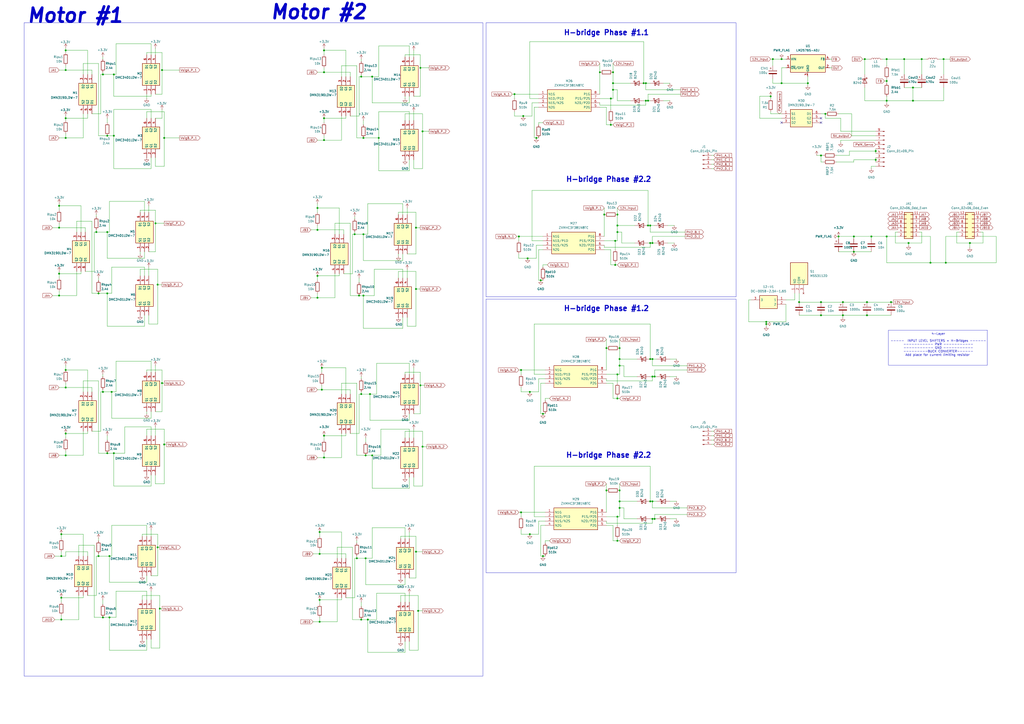
<source format=kicad_sch>
(kicad_sch (version 20250114) (generator "eeschema") (generator_version "9.0")
  (paper "A2")
  (lib_symbols
    (symbol "Connector:Conn_01x04_Pin" (pin_names (offset 1.016) (hide yes))
      (property "Reference" "J" (at 0 5.08 0))
      (property "Value" "Conn_01x04_Pin" (at 0 -7.62 0))
      (symbol "Conn_01x04_Pin_1_1"
        (pin passive line (at 5.08 2.54 180) (length 3.81) (name "Pin_1") (number "1"))
        (pin passive line (at 5.08 0 180) (length 3.81) (name "Pin_2") (number "2"))
        (pin passive line (at 5.08 -2.54 180) (length 3.81) (name "Pin_3") (number "3"))
        (pin passive line (at 5.08 -5.08 180) (length 3.81) (name "Pin_4") (number "4"))
      )
    )
    (symbol "Connector:Conn_01x09_Pin" (pin_names (offset 1.016) (hide yes))
      (property "Reference" "J" (at 0 12.7 0))
      (property "Value" "Conn_01x09_Pin" (at 0 -12.7 0))
      (symbol "Conn_01x09_Pin_1_1"
        (pin passive line (at 5.08 10.16 180) (length 3.81) (name "Pin_1") (number "1"))
        (pin passive line (at 5.08 7.62 180) (length 3.81) (name "Pin_2") (number "2"))
        (pin passive line (at 5.08 5.08 180) (length 3.81) (name "Pin_3") (number "3"))
        (pin passive line (at 5.08 2.54 180) (length 3.81) (name "Pin_4") (number "4"))
        (pin passive line (at 5.08 0 180) (length 3.81) (name "Pin_5") (number "5"))
        (pin passive line (at 5.08 -2.54 180) (length 3.81) (name "Pin_6") (number "6"))
        (pin passive line (at 5.08 -5.08 180) (length 3.81) (name "Pin_7") (number "7"))
        (pin passive line (at 5.08 -7.62 180) (length 3.81) (name "Pin_8") (number "8"))
        (pin passive line (at 5.08 -10.16 180) (length 3.81) (name "Pin_9") (number "9"))
      )
    )
    (symbol "Connector_Generic:Conn_02x06_Odd_Even" (pin_names (offset 1.016) (hide yes))
      (property "Reference" "J" (at 1.27 7.62 0))
      (property "Value" "Conn_02x06_Odd_Even" (at 1.27 -10.16 0))
      (symbol "Conn_02x06_Odd_Even_1_1"
        (pin passive line (at -5.08 5.08 0) (length 3.81) (name "Pin_1") (number "1"))
        (pin passive line (at -5.08 2.54 0) (length 3.81) (name "Pin_3") (number "3"))
        (pin passive line (at -5.08 0 0) (length 3.81) (name "Pin_5") (number "5"))
        (pin passive line (at -5.08 -2.54 0) (length 3.81) (name "Pin_7") (number "7"))
        (pin passive line (at -5.08 -5.08 0) (length 3.81) (name "Pin_9") (number "9"))
        (pin passive line (at -5.08 -7.62 0) (length 3.81) (name "Pin_11") (number "11"))
        (pin passive line (at 7.62 5.08 180) (length 3.81) (name "Pin_2") (number "2"))
        (pin passive line (at 7.62 2.54 180) (length 3.81) (name "Pin_4") (number "4"))
        (pin passive line (at 7.62 0 180) (length 3.81) (name "Pin_6") (number "6"))
        (pin passive line (at 7.62 -2.54 180) (length 3.81) (name "Pin_8") (number "8"))
        (pin passive line (at 7.62 -5.08 180) (length 3.81) (name "Pin_10") (number "10"))
        (pin passive line (at 7.62 -7.62 180) (length 3.81) (name "Pin_12") (number "12"))
      )
    )
    (symbol "Device:C" (pin_numbers (hide yes)) (pin_names (offset 0.254))
      (property "Reference" "C" (at 0.635 2.54 0))
      (property "Value" "C" (at 0.635 -2.54 0))
      (symbol "C_1_1"
        (pin passive line (at 0 3.81 270) (length 2.794) (name "~") (number "1"))
        (pin passive line (at 0 -3.81 90) (length 2.794) (name "~") (number "2"))
      )
    )
    (symbol "Device:C_Polarized" (pin_numbers (hide yes)) (pin_names (offset 0.254))
      (property "Reference" "C" (at 0.635 2.54 0))
      (property "Value" "C_Polarized" (at 0.635 -2.54 0))
      (symbol "C_Polarized_1_1"
        (pin passive line (at 0 3.81 270) (length 2.794) (name "~") (number "1"))
        (pin passive line (at 0 -3.81 90) (length 2.794) (name "~") (number "2"))
      )
    )
    (symbol "Device:L" (pin_numbers (hide yes)) (pin_names (offset 1.016) (hide yes))
      (property "Reference" "L" (at -1.27 0 90))
      (property "Value" "L" (at 1.905 0 90))
      (symbol "L_1_1"
        (pin passive line (at 0 3.81 270) (length 1.27) (name "1") (number "1"))
        (pin passive line (at 0 -3.81 90) (length 1.27) (name "2") (number "2"))
      )
    )
    (symbol "Device:R" (pin_numbers (hide yes)) (pin_names (offset 0))
      (property "Reference" "R" (at 2.032 0 90))
      (property "Value" "R" (at 0 0 90))
      (symbol "R_1_1"
        (pin passive line (at 0 3.81 270) (length 1.27) (name "~") (number "1"))
        (pin passive line (at 0 -3.81 90) (length 1.27) (name "~") (number "2"))
      )
    )
    (symbol "Diode:B240" (pin_numbers (hide yes)) (pin_names (offset 1.016) (hide yes))
      (property "Reference" "D" (at 0 2.54 0))
      (property "Value" "B240" (at 0 -2.54 0))
      (symbol "B240_1_1"
        (pin passive line (at -3.81 0 0) (length 2.54) (name "K") (number "1"))
        (pin passive line (at 3.81 0 180) (length 2.54) (name "A") (number "2"))
      )
    )
    (symbol "Regulator_Switching:LM2576S-ADJ" (pin_names (offset 0.254))
      (property "Reference" "U" (at -10.16 6.35 0))
      (property "Value" "LM2576S-ADJ" (at 0 6.35 0))
      (symbol "LM2576S-ADJ_1_1"
        (pin power_in line (at -12.7 2.54 0) (length 2.54) (name "VIN") (number "1"))
        (pin input line (at -12.7 -2.54 0) (length 2.54) (name "~{ON}/OFF") (number "5"))
        (pin power_in line (at 0 -7.62 90) (length 2.54) (name "GND") (number "3"))
        (pin input line (at 12.7 2.54 180) (length 2.54) (name "FB") (number "4"))
        (pin output line (at 12.7 -2.54 180) (length 2.54) (name "OUT") (number "2"))
      )
    )
    (symbol "SamacSys_Parts:DC-005B-2.5A-1.65"
      (property "Reference" "J" (at 16.51 7.62 0))
      (property "Value" "DC-005B-2.5A-1.65" (at 16.51 5.08 0))
      (symbol "DC-005B-2.5A-1.65_1_1"
        (pin passive line (at 0 0 0) (length 5.08) (name "1") (number "1"))
        (pin passive line (at 0 -2.54 0) (length 5.08) (name "2") (number "2"))
        (pin passive line (at 20.32 0 180) (length 5.08) (name "3") (number "3"))
      )
    )
    (symbol "SamacSys_Parts:DMC3401LDW-7"
      (property "Reference" "Q" (at 19.05 7.62 0))
      (property "Value" "DMC3401LDW-7" (at 19.05 5.08 0))
      (symbol "DMC3401LDW-7_1_1"
        (pin passive line (at 0 0 0) (length 5.08) (name "S1") (number "1"))
        (pin passive line (at 0 -2.54 0) (length 5.08) (name "G1") (number "2"))
        (pin passive line (at 0 -5.08 0) (length 5.08) (name "D2") (number "3"))
        (pin passive line (at 22.86 0 180) (length 5.08) (name "D1") (number "6"))
        (pin passive line (at 22.86 -2.54 180) (length 5.08) (name "G2") (number "5"))
        (pin passive line (at 22.86 -5.08 180) (length 5.08) (name "S2") (number "4"))
      )
    )
    (symbol "SamacSys_Parts:DMN3190LDW-7"
      (property "Reference" "Q" (at 19.05 7.62 0))
      (property "Value" "DMN3190LDW-7" (at 19.05 5.08 0))
      (symbol "DMN3190LDW-7_1_1"
        (pin passive line (at 0 0 0) (length 5.08) (name "S1") (number "1"))
        (pin passive line (at 0 -2.54 0) (length 5.08) (name "G1") (number "2"))
        (pin passive line (at 0 -5.08 0) (length 5.08) (name "D2") (number "3"))
        (pin passive line (at 22.86 0 180) (length 5.08) (name "D1") (number "6"))
        (pin passive line (at 22.86 -2.54 180) (length 5.08) (name "G2") (number "5"))
        (pin passive line (at 22.86 -5.08 180) (length 5.08) (name "S2") (number "4"))
      )
    )
    (symbol "SamacSys_Parts:MSS3112D"
      (property "Reference" "S" (at 19.05 7.62 0))
      (property "Value" "MSS3112D" (at 19.05 5.08 0))
      (symbol "MSS3112D_1_1"
        (pin passive line (at 0 0 0) (length 5.08) (name "NO") (number "1"))
        (pin passive line (at 0 -2.54 0) (length 5.08) (name "COM") (number "2"))
        (pin no_connect line (at 0 -5.08 0) (length 5.08) (name "NC") (number "3"))
      )
    )
    (symbol "SamacSys_Parts:ZXMHC3F381N8TC"
      (property "Reference" "Q" (at 31.75 7.62 0))
      (property "Value" "ZXMHC3F381N8TC" (at 31.75 5.08 0))
      (symbol "ZXMHC3F381N8TC_1_1"
        (pin passive line (at 0 0 0) (length 5.08) (name "N1G") (number "1"))
        (pin passive line (at 0 -2.54 0) (length 5.08) (name "N1D/P1D") (number "2"))
        (pin passive line (at 0 -5.08 0) (length 5.08) (name "N1S/N2S") (number "3"))
        (pin passive line (at 0 -7.62 0) (length 5.08) (name "N2G") (number "4"))
        (pin passive line (at 35.56 0 180) (length 5.08) (name "P1G") (number "8"))
        (pin passive line (at 35.56 -2.54 180) (length 5.08) (name "P1S/P2S") (number "7"))
        (pin passive line (at 35.56 -5.08 180) (length 5.08) (name "N2D/P2D") (number "6"))
        (pin passive line (at 35.56 -7.62 180) (length 5.08) (name "P2G") (number "5"))
      )
    )
    (symbol "power:+3.3V" (power) (pin_numbers (hide yes)) (pin_names (offset 0) (hide yes))
      (property "Value" "+3.3V" (at 0 3.556 0))
      (symbol "+3.3V_1_1"
        (pin power_in line (at 0 0 90) (length 0) (name "~") (number "1"))
      )
    )
    (symbol "power:GND" (power) (pin_numbers (hide yes)) (pin_names (offset 0) (hide yes))
      (property "Value" "GND" (at 0 -3.81 0))
      (symbol "GND_1_1"
        (pin power_in line (at 0 0 270) (length 0) (name "~") (number "1"))
      )
    )
    (symbol "power:PWR_FLAG" (power) (pin_numbers (hide yes)) (pin_names (offset 0) (hide yes))
      (property "Value" "PWR_FLAG" (at 0 3.81 0))
      (symbol "PWR_FLAG_0_0"
        (pin power_out line (at 0 0 90) (length 0) (name "~") (number "1"))
      )
    )
  )
  (rectangle (start 281.94 13.208) (end 426.974 172.212))
  (rectangle (start 515.366 191.516) (end 572.77 211.836))
  (rectangle (start 13.97 13.208) (end 280.162 392.176))
  (rectangle (start 281.94 173.482) (end 426.974 332.232))
  (text "Motor #2\n" (at 184.912 7.112 0) (effects (font (size 8 8) (thickness 1.6) (bold yes) (italic yes))))
  (text "H-bridge Phase #2.2" (at 353.06 104.14 0) (effects (font (size 3 3) (thickness 0.6) (bold yes))))
  (text "H-bridge Phase #1.2" (at 351.79 179.07 0) (effects (font (size 3 3) (thickness 0.6) (bold yes))))
  (text "H-bridge Phase #2.2" (at 353.06 264.16 0) (effects (font (size 3 3) (thickness 0.6) (bold yes))))
  (text "Motor #1" (at 43.688 9.144 0) (effects (font (size 8 8) (thickness 1.6) (bold yes) (italic yes))))
  (text "H-bridge Phase #1.1" (at 351.79 19.05 0) (effects (font (size 3 3) (thickness 0.6) (bold yes))))
  (text "4-Layer\n\n-----  INPUT LEVEL SHIFTERS + H-Bridges ------\n----------- PWR -----------\n----------- GND -----------\n---------BUCK CONVERTER------\nAdd place for current limiting resistor " (at 544.322 199.898 0) (effects (font (size 1.27 1.27))))
  (junction (at 377.19 208.28))
  (junction (at 358.14 313.69))
  (junction (at 359.41 294.64))
  (junction (at 448.31 34.29))
  (junction (at 488.95 175.26))
  (junction (at 59.69 43.18))
  (junction (at 486.41 137.16))
  (junction (at 514.35 137.16))
  (junction (at 476.25 182.88))
  (junction (at 358.14 299.72))
  (junction (at 64.77 227.33))
  (junction (at 208.28 171.45))
  (junction (at 38.1 29.21))
  (junction (at 529.59 58.42))
  (junction (at 502.92 175.26))
  (junction (at 34.29 158.75))
  (junction (at 35.56 322.58))
  (junction (at 243.84 39.37))
  (junction (at 495.3 137.16))
  (junction (at 38.1 251.46))
  (junction (at 66.04 262.89))
  (junction (at 187.96 265.43))
  (junction (at 209.55 44.45))
  (junction (at 524.51 34.29))
  (junction (at 185.42 321.31))
  (junction (at 184.15 172.72))
  (junction (at 514.35 34.29))
  (junction (at 66.04 78.74))
  (junction (at 38.1 264.16))
  (junction (at 210.82 135.89))
  (junction (at 241.3 320.04))
  (junction (at 529.59 50.8))
  (junction (at 314.96 240.03))
  (junction (at 514.35 46.99))
  (junction (at 93.98 40.64))
  (junction (at 508 87.63))
  (junction (at 95.25 80.01))
  (junction (at 300.99 137.16))
  (junction (at 311.15 80.01))
  (junction (at 184.15 133.35))
  (junction (at 62.23 170.18))
  (junction (at 495.3 146.05))
  (junction (at 210.82 171.45))
  (junction (at 62.23 134.62))
  (junction (at 186.69 213.36))
  (junction (at 351.79 284.48))
  (junction (at 38.1 224.79))
  (junction (at 514.35 58.42))
  (junction (at 215.9 44.45))
  (junction (at 562.61 140.97))
  (junction (at 307.34 309.88))
  (junction (at 92.71 353.06))
  (junction (at 358.14 130.81))
  (junction (at 38.1 80.01))
  (junction (at 378.46 290.83))
  (junction (at 302.26 297.18))
  (junction (at 307.34 227.33))
  (junction (at 539.75 152.4))
  (junction (at 313.69 162.56))
  (junction (at 93.98 222.25))
  (junction (at 219.71 80.01))
  (junction (at 375.92 130.81))
  (junction (at 306.07 149.86))
  (junction (at 302.26 214.63))
  (junction (at 187.96 68.58))
  (junction (at 356.87 153.67))
  (junction (at 38.1 40.64))
  (junction (at 358.14 217.17))
  (junction (at 34.29 132.08))
  (junction (at 212.09 323.85))
  (junction (at 447.04 55.88))
  (junction (at 185.42 347.98))
  (junction (at 375.92 58.42))
  (junction (at 356.87 139.7))
  (junction (at 91.44 165.1))
  (junction (at 59.69 358.14))
  (junction (at 241.3 167.64))
  (junction (at 57.15 322.58))
  (junction (at 379.73 218.44))
  (junction (at 378.46 218.44))
  (junction (at 209.55 359.41))
  (junction (at 547.37 34.29))
  (junction (at 508 92.71))
  (junction (at 374.65 48.26))
  (junction (at 378.46 140.97))
  (junction (at 242.57 354.33))
  (junction (at 373.38 48.26))
  (junction (at 298.45 54.61))
  (junction (at 501.65 34.29))
  (junction (at 347.98 41.91))
  (junction (at 62.23 78.74))
  (junction (at 62.23 262.89))
  (junction (at 95.25 257.81))
  (junction (at 245.11 76.2))
  (junction (at 187.96 41.91))
  (junction (at 377.19 290.83))
  (junction (at 476.25 90.17))
  (junction (at 534.67 34.29))
  (junction (at 35.56 359.41))
  (junction (at 359.41 212.09))
  (junction (at 205.74 135.89))
  (junction (at 207.01 323.85))
  (junction (at 38.1 68.58))
  (junction (at 59.69 227.33))
  (junction (at 502.92 182.88))
  (junction (at 35.56 346.71))
  (junction (at 185.42 360.68))
  (junction (at 210.82 80.01))
  (junction (at 359.41 284.48))
  (junction (at 378.46 300.99))
  (junction (at 505.46 137.16))
  (junction (at 55.88 134.62))
  (junction (at 209.55 228.6))
  (junction (at 38.1 214.63))
  (junction (at 66.04 43.18))
  (junction (at 350.52 124.46))
  (junction (at 351.79 201.93))
  (junction (at 476.25 175.26))
  (junction (at 63.5 358.14))
  (junction (at 453.39 48.26))
  (junction (at 359.41 201.93))
  (junction (at 444.5 187.96))
  (junction (at 379.73 300.99))
  (junction (at 548.64 152.4))
  (junction (at 463.55 175.26))
  (junction (at 355.6 41.91))
  (junction (at 63.5 322.58))
  (junction (at 35.56 309.88))
  (junction (at 488.95 182.88))
  (junction (at 377.19 130.81))
  (junction (at 453.39 34.29))
  (junction (at 478.79 66.04))
  (junction (at 303.53 67.31))
  (junction (at 354.33 72.39))
  (junction (at 516.89 175.26))
  (junction (at 374.65 58.42))
  (junction (at 245.11 259.08))
  (junction (at 90.17 129.54))
  (junction (at 377.19 140.97))
  (junction (at 468.63 48.26))
  (junction (at 213.36 359.41))
  (junction (at 358.14 231.14))
  (junction (at 527.05 140.97))
  (junction (at 187.96 252.73))
  (junction (at 359.41 290.83))
  (junction (at 184.15 120.65))
  (junction (at 314.96 322.58))
  (junction (at 355.6 48.26))
  (junction (at 57.15 170.18))
  (junction (at 359.41 208.28))
  (junction (at 243.84 223.52))
  (junction (at 91.44 317.5))
  (junction (at 34.29 171.45))
  (junction (at 215.9 264.16))
  (junction (at 354.33 57.15))
  (junction (at 444.5 186.69))
  (junction (at 185.42 308.61))
  (junction (at 187.96 81.28))
  (junction (at 34.29 119.38))
  (junction (at 378.46 208.28))
  (junction (at 212.09 264.16))
  (junction (at 355.6 52.07))
  (junction (at 358.14 134.62))
  (junction (at 214.63 228.6))
  (junction (at 358.14 124.46))
  (junction (at 187.96 29.21))
  (junction (at 186.69 226.06))
  (junction (at 241.3 132.08))
  (junction (at 184.15 160.02))
  (no_connect (at 476.25 71.12))
  (no_connect (at 453.39 71.12))
  (no_connect (at 476.25 68.58))
  (wire (pts (xy 398.78 294.64) (xy 378.46 294.64)))
  (wire (pts (xy 62.23 134.62) (xy 63.5 134.62)))
  (wire (pts (xy 207.01 323.85) (xy 212.09 323.85)))
  (wire (pts (xy 534.67 34.29) (xy 537.21 34.29)))
  (wire (pts (xy 93.98 222.25) (xy 95.25 222.25)))
  (wire (pts (xy 233.68 124.46) (xy 233.68 118.11)))
  (wire (pts (xy 205.74 135.89) (xy 210.82 135.89)))
  (wire (pts (xy 508 87.63) (xy 508 88.9)))
  (wire (pts (xy 215.9 59.69) (xy 215.9 44.45)))
  (wire (pts (xy 87.63 31.75) (xy 87.63 25.4)))
  (wire (pts (xy 63.5 358.14) (xy 63.5 377.19)))
  (wire (pts (xy 81.28 123.19) (xy 81.28 121.92)))
  (wire (pts (xy 476.25 93.98) (xy 476.25 90.17)))
  (wire (pts (xy 87.63 54.61) (xy 87.63 55.88)))
  (wire (pts (xy 375.92 58.42) (xy 377.19 58.42)))
  (wire (pts (xy 378.46 212.09) (xy 378.46 208.28)))
  (wire (pts (xy 243.84 39.37) (xy 243.84 55.88)))
  (wire (pts (xy 38.1 80.01) (xy 48.26 80.01)))
  (wire (pts (xy 48.26 309.88) (xy 35.56 309.88)))
  (wire (pts (xy 34.29 132.08) (xy 49.53 132.08)))
  (wire (pts (xy 217.17 171.45) (xy 217.17 156.21)))
  (wire (pts (xy 200.66 213.36) (xy 186.69 213.36)))
  (wire (pts (xy 91.44 317.5) (xy 92.71 317.5)))
  (wire (pts (xy 508 78.74) (xy 494.03 78.74)))
  (wire (pts (xy 91.44 187.96) (xy 86.36 187.96)))
  (wire (pts (xy 300.99 214.63) (xy 302.26 214.63)))
  (wire (pts (xy 38.1 261.62) (xy 38.1 264.16)))
  (wire (pts (xy 90.17 247.65) (xy 90.17 252.73)))
  (wire (pts (xy 58.42 227.33) (xy 59.69 227.33)))
  (wire (pts (xy 398.78 298.45) (xy 379.73 298.45)))
  (wire (pts (xy 81.28 121.92) (xy 90.17 121.92)))
  (wire (pts (xy 444.5 189.23) (xy 444.5 187.96)))
  (wire (pts (xy 85.09 377.19) (xy 85.09 370.84)))
  (wire (pts (xy 200.66 68.58) (xy 187.96 68.58)))
  (wire (pts (xy 355.6 48.26) (xy 355.6 52.07)))
  (wire (pts (xy 66.04 97.79) (xy 87.63 97.79)))
  (wire (pts (xy 35.56 356.87) (xy 35.56 359.41)))
  (wire (pts (xy 300.99 137.16) (xy 300.99 139.7)))
  (wire (pts (xy 303.53 67.31) (xy 308.61 67.31)))
  (wire (pts (xy 59.69 358.14) (xy 63.5 358.14)))
  (wire (pts (xy 354.33 72.39) (xy 355.6 72.39)))
  (wire (pts (xy 34.29 40.64) (xy 38.1 40.64)))
  (wire (pts (xy 237.49 26.67) (xy 219.71 26.67)))
  (wire (pts (xy 539.75 137.16) (xy 539.75 152.4)))
  (wire (pts (xy 200.66 44.45) (xy 200.66 29.21)))
  (wire (pts (xy 562.61 143.51) (xy 562.61 140.97)))
  (wire (pts (xy 308.61 139.7) (xy 314.96 139.7)))
  (wire (pts (xy 453.39 48.26) (xy 468.63 48.26)))
  (wire (pts (xy 501.65 34.29) (xy 504.19 34.29)))
  (wire (pts (xy 350.52 143.51) (xy 377.19 143.51)))
  (wire (pts (xy 354.33 144.78) (xy 354.33 153.67)))
  (wire (pts (xy 307.34 24.13) (xy 307.34 57.15)))
  (wire (pts (xy 351.79 303.53) (xy 351.79 302.26)))
  (wire (pts (xy 316.23 231.14) (xy 316.23 232.41)))
  (wire (pts (xy 198.12 38.1) (xy 198.12 44.45)))
  (wire (pts (xy 368.3 130.81) (xy 358.14 130.81)))
  (wire (pts (xy 313.69 222.25) (xy 313.69 240.03)))
  (wire (pts (xy 220.98 248.92) (xy 237.49 248.92)))
  (wire (pts (xy 219.71 80.01) (xy 219.71 64.77)))
  (wire (pts (xy 72.39 262.89) (xy 72.39 247.65)))
  (wire (pts (xy 514.35 55.88) (xy 514.35 58.42)))
  (wire (pts (xy 355.6 52.07) (xy 355.6 57.15)))
  (wire (pts (xy 219.71 64.77) (xy 237.49 64.77)))
  (wire (pts (xy 207.01 313.69) (xy 207.01 314.96)))
  (wire (pts (xy 34.29 224.79) (xy 38.1 224.79)))
  (wire (pts (xy 62.23 189.23) (xy 83.82 189.23)))
  (wire (pts (xy 242.57 354.33) (xy 245.11 354.33)))
  (wire (pts (xy 495.3 137.16) (xy 495.3 138.43)))
  (wire (pts (xy 85.09 30.48) (xy 93.98 30.48)))
  (wire (pts (xy 298.45 67.31) (xy 298.45 64.77)))
  (wire (pts (xy 67.31 43.18) (xy 66.04 43.18)))
  (wire (pts (xy 232.41 345.44) (xy 242.57 345.44)))
  (wire (pts (xy 309.88 299.72) (xy 316.23 299.72)))
  (wire (pts (xy 351.79 196.85) (xy 351.79 201.93)))
  (wire (pts (xy 234.95 57.15) (xy 234.95 55.88)))
  (wire (pts (xy 534.67 134.62) (xy 534.67 140.97)))
  (wire (pts (xy 414.02 97.79) (xy 412.75 97.79)))
  (wire (pts (xy 358.14 134.62) (xy 358.14 139.7)))
  (wire (pts (xy 501.65 58.42) (xy 514.35 58.42)))
  (wire (pts (xy 214.63 243.84) (xy 214.63 228.6)))
  (wire (pts (xy 91.44 334.01) (xy 87.63 334.01)))
  (wire (pts (xy 243.84 223.52) (xy 243.84 240.03)))
  (wire (pts (xy 516.89 175.26) (xy 518.16 175.26)))
  (wire (pts (xy 53.34 250.19) (xy 58.42 250.19)))
  (wire (pts (xy 53.34 43.18) (xy 53.34 40.64)))
  (wire (pts (xy 448.31 34.29) (xy 448.31 38.1)))
  (wire (pts (xy 302.26 214.63) (xy 302.26 217.17)))
  (wire (pts (xy 351.79 217.17) (xy 358.14 217.17)))
  (wire (pts (xy 347.98 60.96) (xy 374.65 60.96)))
  (wire (pts (xy 487.68 68.58) (xy 487.68 76.2)))
  (wire (pts (xy 354.33 71.12) (xy 354.33 72.39)))
  (wire (pts (xy 93.98 68.58) (xy 90.17 68.58)))
  (wire (pts (xy 241.3 123.19) (xy 241.3 132.08)))
  (wire (pts (xy 57.15 36.83) (xy 57.15 78.74)))
  (wire (pts (xy 85.09 337.82) (xy 63.5 337.82)))
  (wire (pts (xy 57.15 321.31) (xy 57.15 322.58)))
  (wire (pts (xy 414.02 255.27) (xy 412.75 255.27)))
  (wire (pts (xy 64.77 170.18) (xy 64.77 154.94)))
  (wire (pts (xy 208.28 251.46) (xy 208.28 228.6)))
  (wire (pts (xy 46.99 119.38) (xy 34.29 119.38)))
  (wire (pts (xy 213.36 118.11) (xy 213.36 135.89)))
  (wire (pts (xy 210.82 171.45) (xy 217.17 171.45)))
  (wire (pts (xy 356.87 139.7) (xy 358.14 139.7)))
  (wire (pts (xy 87.63 55.88) (xy 66.04 55.88)))
  (wire (pts (xy 356.87 153.67) (xy 358.14 153.67)))
  (wire (pts (xy 213.36 378.46) (xy 234.95 378.46)))
  (wire (pts (xy 361.95 294.64) (xy 359.41 294.64)))
  (wire (pts (xy 240.03 248.92) (xy 240.03 254)))
  (wire (pts (xy 358.14 217.17) (xy 359.41 217.17)))
  (wire (pts (xy 394.97 52.07) (xy 374.65 52.07)))
  (wire (pts (xy 200.66 323.85) (xy 200.66 321.31)))
  (wire (pts (xy 57.15 161.29) (xy 57.15 162.56)))
  (wire (pts (xy 234.95 344.17) (xy 234.95 349.25)))
  (wire (pts (xy 194.31 158.75) (xy 194.31 172.72)))
  (wire (pts (xy 316.23 313.69) (xy 316.23 314.96)))
  (wire (pts (xy 379.73 214.63) (xy 379.73 218.44)))
  (wire (pts (xy 234.95 378.46) (xy 234.95 372.11)))
  (wire (pts (xy 187.96 265.43) (xy 198.12 265.43)))
  (wire (pts (xy 93.98 40.64) (xy 104.14 40.64)))
  (wire (pts (xy 62.23 262.89) (xy 66.04 262.89)))
  (wire (pts (xy 72.39 247.65) (xy 87.63 247.65)))
  (wire (pts (xy 487.68 81.28) (xy 487.68 82.55)))
  (wire (pts (xy 205.74 323.85) (xy 207.01 323.85)))
  (wire (pts (xy 508 96.52) (xy 505.46 96.52)))
  (wire (pts (xy 34.29 157.48) (xy 34.29 158.75)))
  (wire (pts (xy 207.01 264.16) (xy 212.09 264.16)))
  (wire (pts (xy 355.6 36.83) (xy 355.6 41.91)))
  (wire (pts (xy 243.84 240.03) (xy 240.03 240.03)))
  (wire (pts (xy 87.63 63.5) (xy 87.63 68.58)))
  (wire (pts (xy 316.23 304.8) (xy 313.69 304.8)))
  (wire (pts (xy 453.39 34.29) (xy 455.93 34.29)))
  (wire (pts (xy 308.61 110.49) (xy 308.61 139.7)))
  (wire (pts (xy 377.19 290.83) (xy 378.46 290.83)))
  (wire (pts (xy 34.29 158.75) (xy 34.29 161.29)))
  (wire (pts (xy 245.11 259.08) (xy 247.65 259.08)))
  (wire (pts (xy 34.29 264.16) (xy 38.1 264.16)))
  (wire (pts (xy 48.26 346.71) (xy 35.56 346.71)))
  (wire (pts (xy 351.79 201.93) (xy 351.79 214.63)))
  (wire (pts (xy 373.38 48.26) (xy 374.65 48.26)))
  (wire (pts (xy 187.96 68.58) (xy 187.96 71.12)))
  (wire (pts (xy 237.49 308.61) (xy 237.49 312.42)))
  (wire (pts (xy 568.96 134.62) (xy 570.23 134.62)))
  (wire (pts (xy 85.09 311.15) (xy 85.09 304.8)))
  (wire (pts (xy 233.68 190.5) (xy 233.68 184.15)))
  (wire (pts (xy 204.47 135.89) (xy 205.74 135.89)))
  (wire (pts (xy 231.14 123.19) (xy 241.3 123.19)))
  (wire (pts (xy 570.23 134.62) (xy 570.23 140.97)))
  (wire (pts (xy 495.3 137.16) (xy 486.41 137.16)))
  (wire (pts (xy 534.67 43.18) (xy 534.67 34.29)))
  (wire (pts (xy 85.09 31.75) (xy 85.09 30.48)))
  (wire (pts (xy 359.41 280.67) (xy 359.41 284.48)))
  (wire (pts (xy 308.61 110.49) (xy 375.92 110.49)))
  (wire (pts (xy 378.46 294.64) (xy 378.46 290.83)))
  (wire (pts (xy 210.82 171.45) (xy 210.82 190.5)))
  (wire (pts (xy 478.79 66.04) (xy 478.79 68.58)))
  (wire (pts (xy 314.96 322.58) (xy 316.23 322.58)))
  (wire (pts (xy 237.49 243.84) (xy 214.63 243.84)))
  (wire (pts (xy 87.63 97.79) (xy 87.63 91.44)))
  (wire (pts (xy 309.88 270.51) (xy 377.19 270.51)))
  (wire (pts (xy 203.2 129.54) (xy 203.2 171.45)))
  (wire (pts (xy 210.82 69.85) (xy 210.82 72.39)))
  (wire (pts (xy 350.52 139.7) (xy 356.87 139.7)))
  (wire (pts (xy 237.49 64.77) (xy 237.49 69.85)))
  (wire (pts (xy 207.01 80.01) (xy 210.82 80.01)))
  (wire (pts (xy 85.09 57.15) (xy 85.09 54.61)))
  (wire (pts (xy 237.49 210.82) (xy 218.44 210.82)))
  (wire (pts (xy 234.95 217.17) (xy 234.95 215.9)))
  (wire (pts (xy 309.88 217.17) (xy 316.23 217.17)))
  (wire (pts (xy 53.34 128.27) (xy 53.34 170.18)))
  (wire (pts (xy 533.4 137.16) (xy 539.75 137.16)))
  (wire (pts (xy 241.3 320.04) (xy 241.3 335.28)))
  (wire (pts (xy 187.96 78.74) (xy 187.96 81.28)))
  (wire (pts (xy 414.02 92.71) (xy 412.75 92.71)))
  (wire (pts (xy 547.37 34.29) (xy 551.18 34.29)))
  (wire (pts (xy 208.28 228.6) (xy 209.55 228.6)))
  (wire (pts (xy 354.33 63.5) (xy 354.33 57.15)))
  (wire (pts (xy 232.41 311.15) (xy 241.3 311.15)))
  (wire (pts (xy 38.1 68.58) (xy 38.1 67.31)))
  (wire (pts (xy 194.31 129.54) (xy 194.31 135.89)))
  (wire (pts (xy 502.92 182.88) (xy 516.89 182.88)))
  (wire (pts (xy 231.14 157.48) (xy 241.3 157.48)))
  (wire (pts (xy 314.96 144.78) (xy 312.42 144.78)))
  (wire (pts (xy 318.77 313.69) (xy 316.23 313.69)))
  (wire (pts (xy 377.19 218.44) (xy 378.46 218.44)))
  (wire (pts (xy 314.96 142.24) (xy 311.15 142.24)))
  (wire (pts (xy 57.15 78.74) (xy 62.23 78.74)))
  (wire (pts (xy 375.92 130.81) (xy 377.19 130.81)))
  (wire (pts (xy 59.69 226.06) (xy 59.69 227.33)))
  (wire (pts (xy 488.95 182.88) (xy 502.92 182.88)))
  (wire (pts (xy 91.44 165.1) (xy 93.98 165.1)))
  (wire (pts (xy 360.68 134.62) (xy 358.14 134.62)))
  (wire (pts (xy 63.5 358.14) (xy 67.31 358.14)))
  (wire (pts (xy 374.65 58.42) (xy 374.65 60.96)))
  (wire (pts (xy 298.45 67.31) (xy 303.53 67.31)))
  (wire (pts (xy 185.42 321.31) (xy 200.66 321.31)))
  (wire (pts (xy 35.56 309.88) (xy 35.56 312.42)))
  (wire (pts (xy 358.14 231.14) (xy 359.41 231.14)))
  (wire (pts (xy 359.41 290.83) (xy 359.41 294.64)))
  (wire (pts (xy 212.09 323.85) (xy 215.9 323.85)))
  (wire (pts (xy 59.69 347.98) (xy 59.69 350.52)))
  (wire (pts (xy 548.64 137.16) (xy 548.64 152.4)))
  (wire (pts (xy 219.71 80.01) (xy 219.71 99.06)))
  (wire (pts (xy 314.96 153.67) (xy 314.96 154.94)))
  (wire (pts (xy 365.76 48.26) (xy 355.6 48.26)))
  (wire (pts (xy 374.65 58.42) (xy 375.92 58.42)))
  (wire (pts (xy 63.5 377.19) (xy 85.09 377.19)))
  (wire (pts (xy 66.04 262.89) (xy 72.39 262.89)))
  (wire (pts (xy 358.14 120.65) (xy 358.14 124.46)))
  (wire (pts (xy 231.14 124.46) (xy 231.14 123.19)))
  (wire (pts (xy 38.1 27.94) (xy 38.1 29.21)))
  (wire (pts (xy 66.04 55.88) (xy 66.04 43.18)))
  (wire (pts (xy 34.29 129.54) (xy 34.29 132.08)))
  (wire (pts (xy 548.64 152.4) (xy 539.75 152.4)))
  (wire (pts (xy 46.99 158.75) (xy 34.29 158.75)))
  (wire (pts (xy 93.98 40.64) (xy 93.98 54.61)))
  (wire (pts (xy 377.19 130.81) (xy 379.73 130.81)))
  (wire (pts (xy 311.15 80.01) (xy 312.42 80.01)))
  (wire (pts (xy 482.6 39.37) (xy 481.33 39.37)))
  (wire (pts (xy 44.45 128.27) (xy 53.34 128.27)))
  (wire (pts (xy 392.43 290.83) (xy 388.62 290.83)))
  (wire (pts (xy 355.6 313.69) (xy 358.14 313.69)))
  (wire (pts (xy 86.36 154.94) (xy 86.36 160.02)))
  (wire (pts (xy 82.55 311.15) (xy 82.55 309.88)))
  (wire (pts (xy 302.26 297.18) (xy 316.23 297.18)))
  (wire (pts (xy 529.59 50.8) (xy 529.59 58.42)))
  (wire (pts (xy 67.31 209.55) (xy 67.31 227.33)))
  (wire (pts (xy 209.55 228.6) (xy 214.63 228.6)))
  (wire (pts (xy 360.68 140.97) (xy 360.68 134.62)))
  (wire (pts (xy 468.63 44.45) (xy 468.63 48.26)))
  (wire (pts (xy 92.71 353.06) (xy 93.98 353.06)))
  (wire (pts (xy 306.07 149.86) (xy 311.15 149.86)))
  (wire (pts (xy 377.19 208.28) (xy 378.46 208.28)))
  (wire (pts (xy 388.62 218.44) (xy 392.43 218.44)))
  (wire (pts (xy 35.56 359.41) (xy 45.72 359.41)))
  (wire (pts (xy 82.55 345.44) (xy 82.55 347.98)))
  (wire (pts (xy 92.71 345.44) (xy 82.55 345.44)))
  (wire (pts (xy 218.44 359.41) (xy 218.44 344.17)))
  (wire (pts (xy 187.96 27.94) (xy 187.96 29.21)))
  (wire (pts (xy 83.82 189.23) (xy 83.82 182.88)))
  (wire (pts (xy 50.8 250.19) (xy 50.8 251.46)))
  (wire (pts (xy 447.04 57.15) (xy 447.04 55.88)))
  (wire (pts (xy 93.98 30.48) (xy 93.98 40.64)))
  (wire (pts (xy 54.61 134.62) (xy 55.88 134.62)))
  (wire (pts (xy 209.55 359.41) (xy 213.36 359.41)))
  (wire (pts (xy 358.14 304.8) (xy 358.14 299.72)))
  (wire (pts (xy 212.09 254) (xy 212.09 256.54)))
  (wire (pts (xy 514.35 59.69) (xy 514.35 58.42)))
  (wire (pts (xy 241.3 335.28) (xy 237.49 335.28)))
  (wire (pts (xy 378.46 300.99) (xy 378.46 303.53)))
  (wire (pts (xy 54.61 358.14) (xy 59.69 358.14)))
  (wire (pts (xy 85.09 64.77) (xy 95.25 64.77)))
  (wire (pts (xy 53.34 227.33) (xy 53.34 224.79)))
  (wire (pts (xy 50.8 227.33) (xy 50.8 214.63)))
  (wire (pts (xy 237.49 283.21) (xy 237.49 276.86)))
  (wire (pts (xy 358.14 229.87) (xy 358.14 231.14)))
  (wire (pts (xy 219.71 44.45) (xy 215.9 44.45)))
  (wire (pts (xy 67.31 358.14) (xy 67.31 342.9)))
  (wire (pts (xy 307.34 227.33) (xy 312.42 227.33)))
  (wire (pts (xy 355.6 41.91) (xy 355.6 48.26)))
  (wire (pts (xy 237.49 240.03) (xy 237.49 243.84)))
  (wire (pts (xy 55.88 134.62) (xy 62.23 134.62)))
  (wire (pts (xy 208.28 67.31) (xy 208.28 44.45)))
  (wire (pts (xy 355.6 222.25) (xy 355.6 231.14)))
  (wire (pts (xy 48.26 250.19) (xy 48.26 264.16)))
  (wire (pts (xy 187.96 262.89) (xy 187.96 265.43)))
  (wire (pts (xy 54.61 316.23) (xy 54.61 358.14)))
  (wire (pts (xy 95.25 64.77) (xy 95.25 80.01)))
  (wire (pts (xy 212.09 264.16) (xy 215.9 264.16)))
  (wire (pts (xy 245.11 250.19) (xy 245.11 259.08)))
  (wire (pts (xy 485.14 93.98) (xy 495.3 93.98)))
  (wire (pts (xy 358.14 222.25) (xy 358.14 217.17)))
  (wire (pts (xy 204.47 359.41) (xy 209.55 359.41)))
  (wire (pts (xy 394.97 54.61) (xy 375.92 54.61)))
  (wire (pts (xy 91.44 165.1) (xy 91.44 187.96)))
  (wire (pts (xy 67.31 342.9) (xy 85.09 342.9)))
  (wire (pts (xy 82.55 309.88) (xy 91.44 309.88)))
  (wire (pts (xy 208.28 171.45) (xy 210.82 171.45)))
  (wire (pts (xy 184.15 170.18) (xy 184.15 172.72)))
  (wire (pts (xy 448.31 48.26) (xy 453.39 48.26)))
  (wire (pts (xy 359.41 294.64) (xy 359.41 299.72)))
  (wire (pts (xy 48.26 36.83) (xy 48.26 43.18)))
  (wire (pts (xy 59.69 33.02) (xy 59.69 34.29)))
  (wire (pts (xy 554.99 140.97) (xy 562.61 140.97)))
  (wire (pts (xy 476.25 90.17) (xy 477.52 90.17)))
  (wire (pts (xy 302.26 227.33) (xy 307.34 227.33)))
  (wire (pts (xy 243.84 39.37) (xy 248.92 39.37)))
  (wire (pts (xy 194.31 129.54) (xy 203.2 129.54)))
  (wire (pts (xy 297.18 54.61) (xy 298.45 54.61)))
  (wire (pts (xy 234.95 215.9) (xy 243.84 215.9)))
  (wire (pts (xy 245.11 76.2) (xy 245.11 97.79)))
  (wire (pts (xy 455.93 176.53) (xy 455.93 186.69)))
  (wire (pts (xy 245.11 97.79) (xy 240.03 97.79)))
  (wire (pts (xy 313.69 240.03) (xy 314.96 240.03)))
  (wire (pts (xy 444.5 187.96) (xy 444.5 186.69)))
  (wire (pts (xy 48.26 322.58) (xy 48.26 309.88)))
  (wire (pts (xy 488.95 175.26) (xy 502.92 175.26)))
  (wire (pts (xy 234.95 254) (xy 234.95 250.19)))
  (wire (pts (xy 34.29 80.01) (xy 38.1 80.01)))
  (wire (pts (xy 397.51 137.16) (xy 378.46 137.16)))
  (wire (pts (xy 81.28 160.02) (xy 81.28 156.21)))
  (wire (pts (xy 440.69 55.88) (xy 447.04 55.88)))
  (wire (pts (xy 62.23 149.86) (xy 62.23 134.62)))
  (wire (pts (xy 233.68 147.32) (xy 233.68 151.13)))
  (wire (pts (xy 375.92 54.61) (xy 375.92 58.42)))
  (wire (pts (xy 214.63 228.6) (xy 218.44 228.6)))
  (wire (pts (xy 237.49 33.02) (xy 237.49 26.67)))
  (wire (pts (xy 219.71 26.67) (xy 219.71 44.45)))
  (wire (pts (xy 34.29 118.11) (xy 34.29 119.38)))
  (wire (pts (xy 501.65 34.29) (xy 501.65 43.18)))
  (wire (pts (xy 185.42 360.68) (xy 195.58 360.68)))
  (wire (pts (xy 38.1 40.64) (xy 53.34 40.64)))
  (wire (pts (xy 316.23 219.71) (xy 312.42 219.71)))
  (wire (pts (xy 92.71 375.92) (xy 87.63 375.92)))
  (wire (pts (xy 359.41 284.48) (xy 359.41 290.83)))
  (wire (pts (xy 318.77 231.14) (xy 316.23 231.14)))
  (wire (pts (xy 358.14 313.69) (xy 359.41 313.69)))
  (wire (pts (xy 215.9 264.16) (xy 215.9 283.21)))
  (wire (pts (xy 59.69 217.17) (xy 59.69 218.44)))
  (wire (pts (xy 45.72 316.23) (xy 45.72 322.58)))
  (wire (pts (xy 492.76 90.17) (xy 492.76 87.63)))
  (wire (pts (xy 209.55 349.25) (xy 209.55 351.79)))
  (wire (pts (xy 547.37 34.29) (xy 547.37 43.18)))
  (wire (pts (xy 508 91.44) (xy 508 92.71)))
  (wire (pts (xy 85.09 248.92) (xy 95.25 248.92)))
  (wire (pts (xy 486.41 146.05) (xy 495.3 146.05)))
  (wire (pts (xy 314.96 71.12) (xy 312.42 71.12)))
  (wire (pts (xy 213.36 359.41) (xy 218.44 359.41)))
  (wire (pts (xy 207.01 322.58) (xy 207.01 323.85)))
  (wire (pts (xy 351.79 72.39) (xy 354.33 72.39)))
  (wire (pts (xy 514.35 46.99) (xy 514.35 48.26)))
  (wire (pts (xy 358.14 299.72) (xy 359.41 299.72)))
  (wire (pts (xy 187.96 81.28) (xy 198.12 81.28)))
  (wire (pts (xy 463.55 170.18) (xy 463.55 175.26)))
  (wire (pts (xy 198.12 347.98) (xy 185.42 347.98)))
  (wire (pts (xy 212.09 339.09) (xy 212.09 323.85)))
  (wire (pts (xy 184.15 160.02) (xy 184.15 162.56)))
  (wire (pts (xy 213.36 359.41) (xy 213.36 378.46)))
  (wire (pts (xy 351.79 299.72) (xy 358.14 299.72)))
  (wire (pts (xy 351.79 222.25) (xy 355.6 222.25)))
  (wire (pts (xy 38.1 68.58) (xy 38.1 69.85)))
  (wire (pts (xy 233.68 151.13) (xy 210.82 151.13)))
  (wire (pts (xy 361.95 218.44) (xy 361.95 212.09)))
  (wire (pts (xy 351.79 220.98) (xy 378.46 220.98)))
  (wire (pts (xy 485.14 90.17) (xy 492.76 90.17)))
  (wire (pts (xy 514.35 152.4) (xy 514.35 137.16)))
  (wire (pts (xy 478.79 68.58) (xy 487.68 68.58)))
  (wire (pts (xy 30.48 132.08) (xy 34.29 132.08)))
  (wire (pts (xy 508 92.71) (xy 508 93.98)))
  (wire (pts (xy 350.52 120.65) (xy 350.52 124.46)))
  (wire (pts (xy 298.45 54.61) (xy 298.45 57.15)))
  (wire (pts (xy 300.99 149.86) (xy 300.99 147.32)))
  (wire (pts (xy 48.26 36.83) (xy 57.15 36.83)))
  (wire (pts (xy 57.15 220.98) (xy 57.15 262.89)))
  (wire (pts (xy 195.58 317.5) (xy 204.47 317.5)))
  (wire (pts (xy 55.88 133.35) (xy 55.88 134.62)))
  (wire (pts (xy 350.52 143.51) (xy 350.52 142.24)))
  (wire (pts (xy 180.34 172.72) (xy 184.15 172.72)))
  (wire (pts (xy 186.69 223.52) (xy 186.69 226.06)))
  (wire (pts (xy 87.63 215.9) (xy 87.63 209.55)))
  (wire (pts (xy 312.42 59.69) (xy 308.61 59.69)))
  (wire (pts (xy 347.98 60.96) (xy 347.98 59.69)))
  (wire (pts (xy 440.69 68.58) (xy 440.69 55.88)))
  (wire (pts (xy 186.69 226.06) (xy 203.2 226.06)))
  (wire (pts (xy 203.2 67.31) (xy 208.28 67.31)))
  (wire (pts (xy 245.11 281.94) (xy 240.03 281.94)))
  (wire (pts (xy 243.84 223.52) (xy 246.38 223.52)))
  (wire (pts (xy 219.71 99.06) (xy 237.49 99.06)))
  (wire (pts (xy 198.12 38.1) (xy 207.01 38.1)))
  (wire (pts (xy 354.33 153.67) (xy 356.87 153.67)))
  (wire (pts (xy 66.04 262.89) (xy 66.04 281.94)))
  (wire (pts (xy 513.08 46.99) (xy 514.35 46.99)))
  (wire (pts (xy 58.42 43.18) (xy 59.69 43.18)))
  (wire (pts (xy 369.57 290.83) (xy 359.41 290.83)))
  (wire (pts (xy 377.19 134.62) (xy 377.19 130.81)))
  (wire (pts (xy 375.92 110.49) (xy 375.92 130.81)))
  (wire (pts (xy 209.55 227.33) (xy 209.55 228.6)))
  (wire (pts (xy 358.14 130.81) (xy 358.14 134.62)))
  (wire (pts (xy 447.04 66.04) (xy 447.04 64.77)))
  (wire (pts (xy 210.82 190.5) (xy 233.68 190.5)))
  (wire (pts (xy 218.44 344.17) (xy 234.95 344.17)))
  (wire (pts (xy 533.4 134.62) (xy 534.67 134.62)))
  (wire (pts (xy 53.34 66.04) (xy 58.42 66.04)))
  (wire (pts (xy 48.26 220.98) (xy 57.15 220.98)))
  (wire (pts (xy 534.67 140.97) (xy 527.05 140.97)))
  (wire (pts (xy 90.17 27.94) (xy 90.17 31.75)))
  (wire (pts (xy 66.04 63.5) (xy 87.63 63.5)))
  (wire (pts (xy 200.66 67.31) (xy 200.66 68.58)))
  (wire (pts (xy 398.78 214.63) (xy 379.73 214.63)))
  (wire (pts (xy 313.69 304.8) (xy 313.69 322.58)))
  (wire (pts (xy 203.2 251.46) (xy 208.28 251.46)))
  (wire (pts (xy 482.6 34.29) (xy 481.33 34.29)))
  (wire (pts (xy 185.42 358.14) (xy 185.42 360.68)))
  (wire (pts (xy 85.09 215.9) (xy 85.09 214.63)))
  (wire (pts (xy 200.66 29.21) (xy 187.96 29.21)))
  (wire (pts (xy 62.23 68.58) (xy 62.23 71.12)))
  (wire (pts (xy 312.42 144.78) (xy 312.42 162.56)))
  (wire (pts (xy 351.79 280.67) (xy 351.79 284.48)))
  (wire (pts (xy 92.71 345.44) (xy 92.71 353.06)))
  (wire (pts (xy 50.8 320.04) (xy 38.1 320.04)))
  (wire (pts (xy 234.95 339.09) (xy 212.09 339.09)))
  (wire (pts (xy 476.25 182.88) (xy 488.95 182.88)))
  (wire (pts (xy 300.99 149.86) (xy 306.07 149.86)))
  (wire (pts (xy 57.15 262.89) (xy 62.23 262.89)))
  (wire (pts (xy 307.34 309.88) (xy 312.42 309.88)))
  (wire (pts (xy 92.71 353.06) (xy 92.71 375.92)))
  (wire (pts (xy 50.8 43.18) (xy 50.8 29.21)))
  (wire (pts (xy 196.85 158.75) (xy 196.85 160.02)))
  (wire (pts (xy 414.02 250.19) (xy 412.75 250.19)))
  (wire (pts (xy 463.55 182.88) (xy 476.25 182.88)))
  (wire (pts (xy 356.87 152.4) (xy 356.87 153.67)))
  (wire (pts (xy 50.8 214.63) (xy 38.1 214.63)))
  (wire (pts (xy 91.44 317.5) (xy 91.44 334.01)))
  (wire (pts (xy 375.92 140.97) (xy 377.19 140.97)))
  (wire (pts (xy 203.2 44.45) (xy 203.2 41.91)))
  (wire (pts (xy 187.96 39.37) (xy 187.96 41.91)))
  (wire (pts (xy 378.46 300.99) (xy 379.73 300.99)))
  (wire (pts (xy 514.35 45.72) (xy 514.35 46.99)))
  (wire (pts (xy 205.74 125.73) (xy 205.74 127)))
  (wire (pts (xy 49.53 157.48) (xy 54.61 157.48)))
  (wire (pts (xy 369.57 300.99) (xy 361.95 300.99)))
  (wire (pts (xy 64.77 304.8) (xy 64.77 322.58)))
  (wire (pts (xy 180.34 133.35) (xy 184.15 133.35)))
  (wire (pts (xy 87.63 209.55) (xy 67.31 209.55)))
  (wire (pts (xy 234.95 306.07) (xy 215.9 306.07)))
  (wire (pts (xy 59.69 227.33) (xy 64.77 227.33)))
  (wire (pts (xy 577.85 152.4) (xy 548.64 152.4)))
  (wire (pts (xy 514.35 137.16) (xy 520.7 137.16)))
  (wire (pts (xy 240.03 29.21) (xy 240.03 33.02)))
  (wire (pts (xy 35.56 346.71) (xy 35.56 349.25)))
  (wire (pts (xy 300.99 297.18) (xy 302.26 297.18)))
  (wire (pts (xy 83.82 154.94) (xy 83.82 160.02)))
  (wire (pts (xy 524.51 34.29) (xy 534.67 34.29)))
  (wire (pts (xy 495.3 92.71) (xy 508 92.71)))
  (wire (pts (xy 48.26 220.98) (xy 48.26 227.33)))
  (wire (pts (xy 548.64 137.16) (xy 556.26 137.16)))
  (wire (pts (xy 377.19 270.51) (xy 377.19 290.83)))
  (wire (pts (xy 378.46 218.44) (xy 379.73 218.44)))
  (wire (pts (xy 351.79 304.8) (xy 355.6 304.8)))
  (wire (pts (xy 240.03 97.79) (xy 240.03 92.71)))
  (wire (pts (xy 312.42 62.23) (xy 309.88 62.23)))
  (wire (pts (xy 62.23 170.18) (xy 64.77 170.18)))
  (wire (pts (xy 313.69 162.56) (xy 314.96 162.56)))
  (wire (pts (xy 95.25 80.01) (xy 95.25 96.52)))
  (wire (pts (xy 384.81 58.42) (xy 388.62 58.42)))
  (wire (pts (xy 209.55 43.18) (xy 209.55 44.45)))
  (wire (pts (xy 237.49 377.19) (xy 237.49 372.11)))
  (wire (pts (xy 351.79 303.53) (xy 378.46 303.53)))
  (wire (pts (xy 81.28 147.32) (xy 81.28 146.05)))
  (wire (pts (xy 236.22 156.21) (xy 236.22 161.29)))
  (wire (pts (xy 245.11 66.04) (xy 245.11 76.2)))
  (wire (pts (xy 505.46 137.16) (xy 495.3 137.16)))
  (wire (pts (xy 87.63 247.65) (xy 87.63 252.73)))
  (wire (pts (xy 307.34 57.15) (xy 312.42 57.15)))
  (wire (pts (xy 34.29 119.38) (xy 34.29 121.92)))
  (wire (pts (xy 204.47 317.5) (xy 204.47 359.41)))
  (wire (pts (xy 511.81 34.29) (xy 514.35 34.29)))
  (wire (pts (xy 495.3 146.05) (xy 505.46 146.05)))
  (wire (pts (xy 48.26 345.44) (xy 48.26 346.71)))
  (wire (pts (xy 48.26 66.04) (xy 48.26 80.01)))
  (wire (pts (xy 85.09 214.63) (xy 93.98 214.63)))
  (wire (pts (xy 208.28 161.29) (xy 208.28 163.83)))
  (wire (pts (xy 240.03 213.36) (xy 240.03 217.17)))
  (wire (pts (xy 93.98 63.5) (xy 93.98 68.58)))
  (wire (pts (xy 200.66 228.6) (xy 200.66 213.36)))
  (wire (pts (xy 461.01 170.18) (xy 461.01 173.99)))
  (wire (pts (xy 83.82 116.84) (xy 63.5 116.84)))
  (wire (pts (xy 38.1 224.79) (xy 53.34 224.79)))
  (wire (pts (xy 487.68 76.2) (xy 508 76.2)))
  (wire (pts (xy 434.34 186.69) (xy 434.34 173.99)))
  (wire (pts (xy 309.88 80.01) (xy 311.15 80.01)))
  (wire (pts (xy 231.14 161.29) (xy 231.14 157.48)))
  (wire (pts (xy 85.09 252.73) (xy 85.09 248.92)))
  (wire (pts (xy 218.44 210.82) (xy 218.44 228.6)))
  (wire (pts (xy 388.62 300.99) (xy 392.43 300.99)))
  (wire (pts (xy 217.17 156.21) (xy 233.68 156.21)))
  (wire (pts (xy 62.23 78.74) (xy 66.04 78.74)))
  (wire (pts (xy 373.38 58.42) (xy 374.65 58.42)))
  (wire (pts (xy 34.29 171.45) (xy 44.45 171.45)))
  (wire (pts (xy 397.51 134.62) (xy 377.19 134.62)))
  (wire (pts (xy 234.95 33.02) (xy 234.95 31.75)))
  (wire (pts (xy 307.34 24.13) (xy 373.38 24.13)))
  (wire (pts (xy 184.15 130.81) (xy 184.15 133.35)))
  (wire (pts (xy 210.82 151.13) (xy 210.82 135.89)))
  (wire (pts (xy 54.61 157.48) (xy 54.61 134.62)))
  (wire (pts (xy 45.72 316.23) (xy 54.61 316.23)))
  (wire (pts (xy 205.74 134.62) (xy 205.74 135.89)))
  (wire (pts (xy 198.12 67.31) (xy 198.12 81.28)))
  (wire (pts (xy 209.55 218.44) (xy 209.55 219.71)))
  (wire (pts (xy 209.55 34.29) (xy 209.55 35.56)))
  (wire (pts (xy 514.35 58.42) (xy 529.59 58.42)))
  (wire (pts (xy 309.88 187.96) (xy 377.19 187.96)))
  (wire (pts (xy 299.72 137.16) (xy 300.99 137.16)))
  (wire (pts (xy 309.88 187.96) (xy 309.88 217.17)))
  (wire (pts (xy 243.84 215.9) (xy 243.84 223.52)))
  (wire (pts (xy 50.8 251.46) (xy 38.1 251.46)))
  (wire (pts (xy 63.5 116.84) (xy 63.5 134.62)))
  (wire (pts (xy 461.01 173.99) (xy 455.93 173.99)))
  (wire (pts (xy 93.98 214.63) (xy 93.98 222.25)))
  (wire (pts (xy 83.82 149.86) (xy 62.23 149.86)))
  (wire (pts (xy 30.48 171.45) (xy 34.29 171.45)))
  (wire (pts (xy 447.04 34.29) (xy 448.31 34.29)))
  (wire (pts (xy 369.57 218.44) (xy 361.95 218.44)))
  (wire (pts (xy 203.2 171.45) (xy 208.28 171.45)))
  (wire (pts (xy 455.93 39.37) (xy 453.39 39.37)))
  (wire (pts (xy 242.57 377.19) (xy 237.49 377.19)))
  (wire (pts (xy 85.09 240.03) (xy 85.09 238.76)))
  (wire (pts (xy 539.75 152.4) (xy 514.35 152.4)))
  (wire (pts (xy 64.77 154.94) (xy 83.82 154.94)))
  (wire (pts (xy 302.26 227.33) (xy 302.26 224.79)))
  (wire (pts (xy 59.69 41.91) (xy 59.69 43.18)))
  (wire (pts (xy 241.3 189.23) (xy 236.22 189.23)))
  (wire (pts (xy 62.23 252.73) (xy 62.23 255.27)))
  (wire (pts (xy 373.38 48.26) (xy 373.38 24.13)))
  (wire (pts (xy 38.1 322.58) (xy 35.56 322.58)))
  (wire (pts (xy 184.15 81.28) (xy 187.96 81.28)))
  (wire (pts (xy 414.02 252.73) (xy 412.75 252.73)))
  (wire (pts (xy 31.75 322.58) (xy 35.56 322.58)))
  (wire (pts (xy 236.22 189.23) (xy 236.22 184.15)))
  (wire (pts (xy 243.84 167.64) (xy 241.3 167.64)))
  (wire (pts (xy 185.42 347.98) (xy 185.42 350.52)))
  (wire (pts (xy 356.87 144.78) (xy 356.87 139.7)))
  (wire (pts (xy 378.46 218.44) (xy 378.46 220.98)))
  (wire (pts (xy 241.3 311.15) (xy 241.3 320.04)))
  (wire (pts (xy 198.12 251.46) (xy 198.12 265.43)))
  (wire (pts (xy 501.65 50.8) (xy 501.65 58.42)))
  (wire (pts (xy 90.17 121.92) (xy 90.17 129.54)))
  (wire (pts (xy 198.12 323.85) (xy 198.12 308.61)))
  (wire (pts (xy 463.55 175.26) (xy 476.25 175.26)))
  (wire (pts (xy 87.63 375.92) (xy 87.63 370.84)))
  (wire (pts (xy 240.03 64.77) (xy 240.03 69.85)))
  (wire (pts (xy 187.96 29.21) (xy 187.96 31.75)))
  (wire (pts (xy 220.98 264.16) (xy 220.98 248.92)))
  (wire (pts (xy 241.3 320.04) (xy 245.11 320.04)))
  (wire (pts (xy 87.63 342.9) (xy 87.63 347.98)))
  (wire (pts (xy 195.58 317.5) (xy 195.58 323.85)))
  (wire (pts (xy 514.35 34.29) (xy 514.35 38.1)))
  (wire (pts (xy 414.02 95.25) (xy 412.75 95.25)))
  (wire (pts (xy 234.95 250.19) (xy 245.11 250.19)))
  (wire (pts (xy 234.95 69.85) (xy 234.95 66.04)))
  (wire (pts (xy 95.25 280.67) (xy 90.17 280.67)))
  (wire (pts (xy 38.1 320.04) (xy 38.1 322.58)))
  (wire (pts (xy 379.73 300.99) (xy 381 300.99)))
  (wire (pts (xy 505.46 96.52) (xy 505.46 97.79)))
  (wire (pts (xy 570.23 140.97) (xy 562.61 140.97)))
  (wire (pts (xy 95.25 248.92) (xy 95.25 257.81)))
  (wire (pts (xy 316.23 302.26) (xy 312.42 302.26)))
  (wire (pts (xy 351.79 220.98) (xy 351.79 219.71)))
  (wire (pts (xy 81.28 156.21) (xy 91.44 156.21)))
  (wire (pts (xy 347.98 62.23) (xy 351.79 62.23)))
  (wire (pts (xy 205.74 346.71) (xy 205.74 323.85)))
  (wire (pts (xy 200.66 251.46) (xy 200.66 252.73)))
  (wire (pts (xy 243.84 31.75) (xy 243.84 39.37)))
  (wire (pts (xy 199.39 158.75) (xy 204.47 158.75)))
  (wire (pts (xy 237.49 248.92) (xy 237.49 254)))
  (wire (pts (xy 215.9 283.21) (xy 237.49 283.21)))
  (wire (pts (xy 519.43 134.62) (xy 519.43 140.97)))
  (wire (pts (xy 87.63 25.4) (xy 67.31 25.4)))
  (wire (pts (xy 309.88 62.23) (xy 309.88 80.01)))
  (wire (pts (xy 234.95 66.04) (xy 245.11 66.04)))
  (wire (pts (xy 55.88 345.44) (xy 55.88 322.58)))
  (wire (pts (xy 203.2 228.6) (xy 203.2 226.06)))
  (wire (pts (xy 361.95 300.99) (xy 361.95 294.64)))
  (wire (pts (xy 529.59 50.8) (xy 534.67 50.8)))
  (wire (pts (xy 316.23 222.25) (xy 313.69 222.25)))
  (wire (pts (xy 505.46 137.16) (xy 505.46 138.43)))
  (wire (pts (xy 87.63 242.57) (xy 64.77 242.57)))
  (wire (pts (xy 38.1 222.25) (xy 38.1 224.79)))
  (wire (pts (xy 234.95 31.75) (xy 243.84 31.75)))
  (wire (pts (xy 347.98 41.91) (xy 347.98 54.61)))
  (wire (pts (xy 237.49 59.69) (xy 215.9 59.69)))
  (wire (pts (xy 57.15 312.42) (xy 57.15 313.69)))
  (wire (pts (xy 195.58 346.71) (xy 195.58 360.68)))
  (wire (pts (xy 90.17 129.54) (xy 90.17 146.05)))
  (wire (pts (xy 196.85 160.02) (xy 184.15 160.02)))
  (wire (pts (xy 55.88 124.46) (xy 55.88 125.73)))
  (wire (pts (xy 38.1 212.09) (xy 38.1 214.63)))
  (wire (pts (xy 91.44 156.21) (xy 91.44 165.1)))
  (wire (pts (xy 55.88 322.58) (xy 57.15 322.58)))
  (wire (pts (xy 544.83 34.29) (xy 547.37 34.29)))
  (wire (pts (xy 46.99 134.62) (xy 46.99 119.38)))
  (wire (pts (xy 38.1 29.21) (xy 38.1 30.48)))
  (wire (pts (xy 87.63 307.34) (xy 87.63 311.15)))
  (wire (pts (xy 378.46 208.28) (xy 381 208.28)))
  (wire (pts (xy 241.3 132.08) (xy 241.3 147.32)))
  (wire (pts (xy 414.02 257.81) (xy 412.75 257.81)))
  (wire (pts (xy 476.25 93.98) (xy 477.52 93.98)))
  (wire (pts (xy 240.03 281.94) (xy 240.03 276.86)))
  (wire (pts (xy 245.11 259.08) (xy 245.11 281.94)))
  (wire (pts (xy 90.17 96.52) (xy 90.17 91.44)))
  (wire (pts (xy 233.68 118.11) (xy 213.36 118.11)))
  (wire (pts (xy 184.15 133.35) (xy 199.39 133.35)))
  (wire (pts (xy 87.63 281.94) (xy 87.63 275.59)))
  (wire (pts (xy 391.16 130.81) (xy 387.35 130.81)))
  (wire (pts (xy 241.3 132.08) (xy 243.84 132.08)))
  (wire (pts (xy 476.25 175.26) (xy 488.95 175.26)))
  (wire (pts (xy 200.66 346.71) (xy 205.74 346.71)))
  (wire (pts (xy 181.61 360.68) (xy 185.42 360.68)))
  (wire (pts (xy 184.15 118.11) (xy 184.15 120.65)))
  (wire (pts (xy 447.04 66.04) (xy 453.39 66.04)))
  (wire (pts (xy 369.57 208.28) (xy 359.41 208.28)))
  (wire (pts (xy 31.75 359.41) (xy 35.56 359.41)))
  (wire (pts (xy 67.31 25.4) (xy 67.31 43.18)))
  (wire (pts (xy 85.09 68.58) (xy 85.09 64.77)))
  (wire (pts (xy 398.78 212.09) (xy 378.46 212.09)))
  (wire (pts (xy 209.55 44.45) (xy 215.9 44.45)))
  (wire (pts (xy 208.28 44.45) (xy 209.55 44.45)))
  (wire (pts (xy 388.62 48.26) (xy 384.81 48.26)))
  (wire (pts (xy 57.15 322.58) (xy 63.5 322.58)))
  (wire (pts (xy 91.44 309.88) (xy 91.44 317.5)))
  (wire (pts (xy 312.42 71.12) (xy 312.42 72.39)))
  (wire (pts (xy 44.45 157.48) (xy 44.45 171.45)))
  (wire (pts (xy 232.41 312.42) (xy 232.41 311.15)))
  (wire (pts (xy 207.01 222.25) (xy 207.01 264.16)))
  (wire (pts (xy 86.36 119.38) (xy 86.36 123.19)))
  (wire (pts (xy 184.15 172.72) (xy 194.31 172.72)))
  (wire (pts (xy 185.42 308.61) (xy 185.42 311.15)))
  (wire (pts (xy 359.41 201.93) (xy 359.41 208.28)))
  (wire (pts (xy 85.09 334.01) (xy 85.09 337.82)))
  (wire (pts (xy 358.14 124.46) (xy 358.14 130.81)))
  (wire (pts (xy 241.3 147.32) (xy 236.22 147.32)))
  (wire (pts (xy 90.17 212.09) (xy 90.17 215.9)))
  (wire (pts (xy 568.96 137.16) (xy 577.85 137.16)))
  (wire (pts (xy 93.98 54.61) (xy 90.17 54.61)))
  (wire (pts (xy 241.3 167.64) (xy 241.3 189.23)))
  (wire (pts (xy 85.09 342.9) (xy 85.09 347.98)))
  (wire (pts (xy 241.3 157.48) (xy 241.3 167.64)))
  (wire (pts (xy 58.42 250.19) (xy 58.42 227.33)))
  (wire (pts (xy 524.51 50.8) (xy 529.59 50.8)))
  (wire (pts (xy 379.73 218.44) (xy 381 218.44)))
  (wire (pts (xy 378.46 137.16) (xy 378.46 140.97)))
  (wire (pts (xy 95.25 80.01) (xy 104.14 80.01)))
  (wire (pts (xy 38.1 77.47) (xy 38.1 80.01)))
  (wire (pts (xy 350.52 124.46) (xy 350.52 137.16)))
  (wire (pts (xy 392.43 208.28) (xy 388.62 208.28)))
  (wire (pts (xy 494.03 66.04) (xy 494.03 78.74)))
  (wire (pts (xy 199.39 135.89) (xy 199.39 133.35)))
  (wire (pts (xy 309.88 270.51) (xy 309.88 299.72)))
  (wire (pts (xy 453.39 39.37) (xy 453.39 48.26)))
  (wire (pts (xy 242.57 354.33) (xy 242.57 377.19)))
  (wire (pts (xy 87.63 238.76) (xy 87.63 242.57)))
  (wire (pts (xy 196.85 135.89) (xy 196.85 120.65)))
  (wire (pts (xy 347.98 57.15) (xy 354.33 57.15)))
  (wire (pts (xy 468.63 49.53) (xy 468.63 48.26)))
  (wire (pts (xy 298.45 54.61) (xy 312.42 54.61)))
  (wire (pts (xy 448.31 34.29) (xy 453.39 34.29)))
  (wire (pts (xy 488.95 182.88) (xy 488.95 184.15)))
  (wire (pts (xy 53.34 170.18) (xy 57.15 170.18)))
  (wire (pts (xy 529.59 58.42) (xy 547.37 58.42)))
  (wire (pts (xy 347.98 36.83) (xy 347.98 41.91)))
  (wire (pts (xy 577.85 137.16) (xy 577.85 152.4)))
  (wire (pts (xy 204.47 158.75) (xy 204.47 135.89)))
  (wire (pts (xy 86.36 187.96) (xy 86.36 182.88)))
  (wire (pts (xy 198.12 308.61) (xy 185.42 308.61)))
  (wire (pts (xy 374.65 48.26) (xy 377.19 48.26)))
  (wire (pts (xy 232.41 349.25) (xy 232.41 345.44)))
  (wire (pts (xy 57.15 170.18) (xy 62.23 170.18)))
  (wire (pts (xy 514.35 137.16) (xy 505.46 137.16)))
  (wire (pts (xy 302.26 214.63) (xy 316.23 214.63)))
  (wire (pts (xy 185.42 318.77) (xy 185.42 321.31)))
  (wire (pts (xy 359.41 212.09) (xy 359.41 217.17)))
  (wire (pts (xy 231.14 148.59) (xy 231.14 147.32)))
  (wire (pts (xy 184.15 41.91) (xy 187.96 41.91)))
  (wire (pts (xy 377.19 140.97) (xy 377.19 143.51)))
  (wire (pts (xy 45.72 345.44) (xy 45.72 359.41)))
  (wire (pts (xy 519.43 140.97) (xy 527.05 140.97)))
  (wire (pts (xy 302.26 309.88) (xy 302.26 307.34)))
  (wire (pts (xy 245.11 76.2) (xy 248.92 76.2)))
  (wire (pts (xy 38.1 38.1) (xy 38.1 40.64)))
  (wire (pts (xy 453.39 68.58) (xy 440.69 68.58)))
  (wire (pts (xy 361.95 212.09) (xy 359.41 212.09)))
  (wire (pts (xy 234.95 312.42) (xy 234.95 306.07)))
  (wire (pts (xy 198.12 346.71) (xy 198.12 347.98)))
  (wire (pts (xy 95.25 257.81) (xy 95.25 280.67)))
  (wire (pts (xy 434.34 186.69) (xy 444.5 186.69)))
  (wire (pts (xy 207.01 38.1) (xy 207.01 80.01)))
  (wire (pts (xy 414.02 90.17) (xy 412.75 90.17)))
  (wire (pts (xy 519.43 134.62) (xy 520.7 134.62)))
  (wire (pts (xy 302.26 297.18) (xy 302.26 299.72)))
  (wire (pts (xy 93.98 222.25) (xy 93.98 238.76)))
  (wire (pts (xy 95.25 96.52) (xy 90.17 96.52)))
  (wire (pts (xy 62.23 170.18) (xy 62.23 189.23)))
  (wire (pts (xy 38.1 251.46) (xy 38.1 254)))
  (wire (pts (xy 237.49 344.17) (xy 237.49 349.25)))
  (wire (pts (xy 34.29 168.91) (xy 34.29 171.45)))
  (wire (pts (xy 350.52 144.78) (xy 354.33 144.78)))
  (wire (pts (xy 514.35 34.29) (xy 524.51 34.29)))
  (wire (pts (xy 358.14 58.42) (xy 358.14 52.07)))
  (wire (pts (xy 502.92 175.26) (xy 516.89 175.26)))
  (wire (pts (xy 354.33 57.15) (xy 355.6 57.15)))
  (wire (pts (xy 93.98 238.76) (xy 90.17 238.76)))
  (wire (pts (xy 351.79 62.23) (xy 351.79 72.39)))
  (wire (pts (xy 355.6 304.8) (xy 355.6 313.69)))
  (wire (pts (xy 66.04 78.74) (xy 66.04 97.79)))
  (wire (pts (xy 434.34 173.99) (xy 435.61 173.99)))
  (wire (pts (xy 311.15 142.24) (xy 311.15 149.86)))
  (wire (pts (xy 237.49 99.06) (xy 237.49 92.71)))
  (wire (pts (xy 312.42 302.26) (xy 312.42 309.88)))
  (wire (pts (xy 492.76 87.63) (xy 508 87.63)))
  (wire (pts (xy 215.9 306.07) (xy 215.9 323.85)))
  (wire (pts (xy 66.04 281.94) (xy 87.63 281.94)))
  (wire (pts (xy 233.68 156.21) (xy 233.68 161.29)))
  (wire (pts (xy 487.68 81.28) (xy 508 81.28)))
  (wire (pts (xy 215.9 264.16) (xy 220.98 264.16)))
  (wire (pts (xy 184.15 120.65) (xy 196.85 120.65)))
  (wire (pts (xy 365.76 58.42) (xy 358.14 58.42)))
  (wire (pts (xy 473.71 90.17) (xy 476.25 90.17)))
  (wire (pts (xy 317.5 153.67) (xy 314.96 153.67)))
  (wire (pts (xy 486.41 137.16) (xy 486.41 138.43)))
  (wire (pts (xy 50.8 322.58) (xy 50.8 320.04)))
  (wire (pts (xy 351.79 284.48) (xy 351.79 297.18)))
  (wire (pts (xy 527.05 140.97) (xy 527.05 142.24)))
  (wire (pts (xy 547.37 50.8) (xy 547.37 58.42)))
  (wire (pts (xy 312.42 219.71) (xy 312.42 227.33)))
  (wire (pts (xy 90.17 129.54) (xy 95.25 129.54)))
  (wire (pts (xy 374.65 52.07) (xy 374.65 48.26)))
  (wire (pts (xy 358.14 52.07) (xy 355.6 52.07)))
  (wire (pts (xy 50.8 345.44) (xy 55.88 345.44)))
  (wire (pts (xy 237.49 55.88) (xy 237.49 59.69)))
  (wire (pts (xy 50.8 29.21) (xy 38.1 29.21)))
  (wire (pts (xy 500.38 34.29) (xy 501.65 34.29)))
  (wire (pts (xy 377.19 300.99) (xy 378.46 300.99)))
  (wire (pts (xy 184.15 120.65) (xy 184.15 123.19)))
  (wire (pts (xy 444.5 186.69) (xy 455.93 186.69)))
  (wire (pts (xy 35.56 320.04) (xy 35.56 322.58)))
  (wire (pts (xy 378.46 140.97) (xy 379.73 140.97)))
  (wire (pts (xy 198.12 222.25) (xy 207.01 222.25)))
  (wire (pts (xy 186.69 213.36) (xy 186.69 215.9)))
  (wire (pts (xy 379.73 298.45) (xy 379.73 300.99)))
  (wire (pts (xy 554.99 134.62) (xy 554.99 140.97)))
  (wire (pts (xy 312.42 162.56) (xy 313.69 162.56)))
  (wire (pts (xy 44.45 128.27) (xy 44.45 134.62)))
  (wire (pts (xy 198.12 222.25) (xy 198.12 228.6)))
  (wire (pts (xy 63.5 337.82) (xy 63.5 322.58)))
  (wire (pts (xy 38.1 264.16) (xy 48.26 264.16)))
  (wire (pts (xy 476.25 66.04) (xy 478.79 66.04)))
  (wire (pts (xy 314.96 240.03) (xy 316.23 240.03)))
  (wire (pts (xy 237.49 217.17) (xy 237.49 210.82)))
  (wire (pts (xy 64.77 227.33) (xy 67.31 227.33)))
  (wire (pts (xy 359.41 208.28) (xy 359.41 212.09)))
  (wire (pts (xy 64.77 242.57) (xy 64.77 227.33)))
  (wire (pts (xy 187.96 41.91) (xy 203.2 41.91)))
  (wire (pts (xy 368.3 140.97) (xy 360.68 140.97)))
  (wire (pts (xy 377.19 187.96) (xy 377.19 208.28)))
  (wire (pts (xy 46.99 157.48) (xy 46.99 158.75)))
  (wire (pts (xy 83.82 123.19) (xy 83.82 116.84)))
  (wire (pts (xy 355.6 231.14) (xy 358.14 231.14)))
  (wire (pts (xy 524.51 34.29) (xy 524.51 43.18)))
  (wire (pts (xy 63.5 322.58) (xy 64.77 322.58)))
  (wire (pts (xy 66.04 78.74) (xy 66.04 63.5)))
  (wire (pts (xy 495.3 93.98) (xy 495.3 92.71)))
  (wire (pts (xy 210.82 135.89) (xy 213.36 135.89)))
  (wire (pts (xy 554.99 134.62) (xy 556.26 134.62)))
  (wire (pts (xy 50.8 68.58) (xy 38.1 68.58)))
  (wire (pts (xy 181.61 321.31) (xy 185.42 321.31)))
  (wire (pts (xy 358.14 312.42) (xy 358.14 313.69)))
  (wire (pts (xy 184.15 226.06) (xy 186.69 226.06)))
  (wire (pts (xy 359.41 196.85) (xy 359.41 201.93)))
  (wire (pts (xy 448.31 45.72) (xy 448.31 48.26)))
  (wire (pts (xy 508 86.36) (xy 508 87.63)))
  (wire (pts (xy 58.42 66.04) (xy 58.42 43.18)))
  (wire (pts (xy 210.82 80.01) (xy 219.71 80.01)))
  (wire (pts (xy 90.17 146.05) (xy 86.36 146.05)))
  (wire (pts (xy 184.15 265.43) (xy 187.96 265.43)))
  (wire (pts (xy 90.17 280.67) (xy 90.17 275.59)))
  (wire (pts (xy 313.69 322.58) (xy 314.96 322.58)))
  (wire (pts (xy 234.95 335.28) (xy 234.95 339.09)))
  (wire (pts (xy 85.09 304.8) (xy 64.77 304.8)))
  (wire (pts (xy 200.66 252.73) (xy 187.96 252.73)))
  (wire (pts (xy 387.35 140.97) (xy 391.16 140.97)))
  (wire (pts (xy 50.8 66.04) (xy 50.8 68.58)))
  (wire (pts (xy 302.26 309.88) (xy 307.34 309.88)))
  (wire (pts (xy 377.19 140.97) (xy 378.46 140.97)))
  (wire (pts (xy 308.61 59.69) (xy 308.61 67.31)))
  (wire (pts (xy 242.57 345.44) (xy 242.57 354.33)))
  (wire (pts (xy 378.46 290.83) (xy 381 290.83)))
  (wire (pts (xy 236.22 120.65) (xy 236.22 124.46)))
  (wire (pts (xy 83.82 146.05) (xy 83.82 149.86)))
  (wire (pts (xy 187.96 252.73) (xy 187.96 255.27)))
  (wire (pts (xy 243.84 55.88) (xy 240.03 55.88)))
  (wire (pts (xy 95.25 257.81) (xy 96.52 257.81)))
  (wire (pts (xy 49.53 134.62) (xy 49.53 132.08)))
  (wire (pts (xy 486.41 66.04) (xy 494.03 66.04)))
  (wire (pts (xy 59.69 43.18) (xy 66.04 43.18)))
  (wire (pts (xy 300.99 137.16) (xy 314.96 137.16)))
  (global_label "JB4" (shape input) (at 180.34 172.72 180) (property "Intersheetrefs" "${INTERSHEET_REFS}" (effects (hide yes))))
  (global_label "PH1_A_1" (shape output) (at 394.97 52.07 0) (property "Intersheetrefs" "${INTERSHEET_REFS}" (effects (hide yes))))
  (global_label "OUT" (shape input) (at 500.38 34.29 180) (property "Intersheetrefs" "${INTERSHEET_REFS}" (effects (hide yes))))
  (global_label "JA7" (shape input) (at 34.29 224.79 180) (property "Intersheetrefs" "${INTERSHEET_REFS}" (effects (hide yes))))
  (global_label "VsigA_N_2" (shape output) (at 246.38 223.52 0) (property "Intersheetrefs" "${INTERSHEET_REFS}" (effects (hide yes))))
  (global_label "JB1" (shape output) (at 556.26 124.46 180) (property "Intersheetrefs" "${INTERSHEET_REFS}" (effects (hide yes))))
  (global_label "JA8" (shape input) (at 34.29 264.16 180) (property "Intersheetrefs" "${INTERSHEET_REFS}" (effects (hide yes))))
  (global_label "JB7" (shape output) (at 568.96 124.46 0) (property "Intersheetrefs" "${INTERSHEET_REFS}" (effects (hide yes))))
  (global_label "VsigA_P_1" (shape output) (at 104.14 40.64 0) (property "Intersheetrefs" "${INTERSHEET_REFS}" (effects (hide yes))))
  (global_label "JB9" (shape input) (at 181.61 321.31 180) (property "Intersheetrefs" "${INTERSHEET_REFS}" (effects (hide yes))))
  (global_label "VsigD_P_2" (shape output) (at 243.84 167.64 0) (property "Intersheetrefs" "${INTERSHEET_REFS}" (effects (hide yes))))
  (global_label "VsigC_N_2" (shape input) (at 318.77 231.14 0) (property "Intersheetrefs" "${INTERSHEET_REFS}" (effects (hide yes))))
  (global_label "JA3" (shape input) (at 30.48 132.08 180) (property "Intersheetrefs" "${INTERSHEET_REFS}" (effects (hide yes))))
  (global_label "VsigC_P_2" (shape input) (at 359.41 231.14 0) (property "Intersheetrefs" "${INTERSHEET_REFS}" (effects (hide yes))))
  (global_label "VsigB_N_2" (shape input) (at 300.99 297.18 180) (property "Intersheetrefs" "${INTERSHEET_REFS}" (effects (hide yes))))
  (global_label "VsigB_P_2" (shape output) (at 248.92 76.2 0) (property "Intersheetrefs" "${INTERSHEET_REFS}" (effects (hide yes))))
  (global_label "12V_input" (shape input) (at 447.04 34.29 180) (property "Intersheetrefs" "${INTERSHEET_REFS}" (effects (hide yes))))
  (global_label "5V_output" (shape output) (at 551.18 34.29 0) (property "Intersheetrefs" "${INTERSHEET_REFS}" (effects (hide yes))))
  (global_label "JA10" (shape input) (at 31.75 359.41 180) (property "Intersheetrefs" "${INTERSHEET_REFS}" (effects (hide yes))))
  (global_label "JA3" (shape output) (at 520.7 129.54 180) (property "Intersheetrefs" "${INTERSHEET_REFS}" (effects (hide yes))))
  (global_label "VsigA_P_2" (shape output) (at 248.92 39.37 0) (property "Intersheetrefs" "${INTERSHEET_REFS}" (effects (hide yes))))
  (global_label "JA2" (shape input) (at 34.29 80.01 180) (property "Intersheetrefs" "${INTERSHEET_REFS}" (effects (hide yes))))
  (global_label "FB" (shape output) (at 482.6 34.29 0) (property "Intersheetrefs" "${INTERSHEET_REFS}" (effects (hide yes))))
  (global_label "VsigC_N_1" (shape output) (at 92.71 317.5 0) (property "Intersheetrefs" "${INTERSHEET_REFS}" (effects (hide yes))))
  (global_label "JB3" (shape input) (at 180.34 133.35 180) (property "Intersheetrefs" "${INTERSHEET_REFS}" (effects (hide yes))))
  (global_label "JB3" (shape output) (at 556.26 129.54 180) (property "Intersheetrefs" "${INTERSHEET_REFS}" (effects (hide yes))))
  (global_label "PWM_Servo" (shape input) (at 452.12 66.04 90) (property "Intersheetrefs" "${INTERSHEET_REFS}" (effects (hide yes))))
  (global_label "FB" (shape input) (at 513.08 46.99 180) (property "Intersheetrefs" "${INTERSHEET_REFS}" (effects (hide yes))))
  (global_label "PH1_A_1" (shape input) (at 414.02 90.17 0) (property "Intersheetrefs" "${INTERSHEET_REFS}" (effects (hide yes))))
  (global_label "JA7" (shape output) (at 533.4 124.46 0) (property "Intersheetrefs" "${INTERSHEET_REFS}" (effects (hide yes))))
  (global_label "JB9" (shape output) (at 568.96 129.54 0) (property "Intersheetrefs" "${INTERSHEET_REFS}" (effects (hide yes))))
  (global_label "JA2" (shape output) (at 520.7 127 180) (property "Intersheetrefs" "${INTERSHEET_REFS}" (effects (hide yes))))
  (global_label "VsigA_N_1" (shape output) (at 95.25 222.25 0) (property "Intersheetrefs" "${INTERSHEET_REFS}" (effects (hide yes))))
  (global_label "VsigB_N_2" (shape output) (at 247.65 259.08 0) (property "Intersheetrefs" "${INTERSHEET_REFS}" (effects (hide yes))))
  (global_label "VsigD_N_1" (shape output) (at 93.98 353.06 0) (property "Intersheetrefs" "${INTERSHEET_REFS}" (effects (hide yes))))
  (global_label "VsigC_P_2" (shape output) (at 243.84 132.08 0) (property "Intersheetrefs" "${INTERSHEET_REFS}" (effects (hide yes))))
  (global_label "PH2_D_2" (shape output) (at 398.78 298.45 0) (property "Intersheetrefs" "${INTERSHEET_REFS}" (effects (hide yes))))
  (global_label "VsigD_N_2" (shape output) (at 245.11 354.33 0) (property "Intersheetrefs" "${INTERSHEET_REFS}" (effects (hide yes))))
  (global_label "12V_input" (shape input) (at 359.41 196.85 0) (property "Intersheetrefs" "${INTERSHEET_REFS}" (effects (hide yes))))
  (global_label "PH2_B_1" (shape output) (at 397.51 134.62 0) (property "Intersheetrefs" "${INTERSHEET_REFS}" (effects (hide yes))))
  (global_label "VsigA_N_2" (shape input) (at 300.99 214.63 180) (property "Intersheetrefs" "${INTERSHEET_REFS}" (effects (hide yes))))
  (global_label "12V_input" (shape output) (at 518.16 175.26 0) (property "Intersheetrefs" "${INTERSHEET_REFS}" (effects (hide yes))))
  (global_label "JB7" (shape input) (at 184.15 226.06 180) (property "Intersheetrefs" "${INTERSHEET_REFS}" (effects (hide yes))))
  (global_label "PH2_D_2" (shape input) (at 414.02 257.81 0) (property "Intersheetrefs" "${INTERSHEET_REFS}" (effects (hide yes))))
  (global_label "VsigD_P_1" (shape output) (at 93.98 165.1 0) (property "Intersheetrefs" "${INTERSHEET_REFS}" (effects (hide yes))))
  (global_label "PH1_C_1" (shape input) (at 414.02 92.71 0) (property "Intersheetrefs" "${INTERSHEET_REFS}" (effects (hide yes))))
  (global_label "PWM_Servo" (shape input) (at 508 83.82 180) (property "Intersheetrefs" "${INTERSHEET_REFS}" (effects (hide yes))))
  (global_label "PH1_C_1" (shape output) (at 394.97 54.61 0) (property "Intersheetrefs" "${INTERSHEET_REFS}" (effects (hide yes))))
  (global_label "VsigB_P_1" (shape output) (at 104.14 80.01 0) (property "Intersheetrefs" "${INTERSHEET_REFS}" (effects (hide yes))))
  (global_label "JB2" (shape input) (at 184.15 81.28 180) (property "Intersheetrefs" "${INTERSHEET_REFS}" (effects (hide yes))))
  (global_label "JB8" (shape output) (at 568.96 127 0) (property "Intersheetrefs" "${INTERSHEET_REFS}" (effects (hide yes))))
  (global_label "JB8" (shape input) (at 184.15 265.43 180) (property "Intersheetrefs" "${INTERSHEET_REFS}" (effects (hide yes))))
  (global_label "VsigB_N_1" (shape output) (at 96.52 257.81 0) (property "Intersheetrefs" "${INTERSHEET_REFS}" (effects (hide yes))))
  (global_label "PH2_D_1" (shape input) (at 414.02 97.79 0) (property "Intersheetrefs" "${INTERSHEET_REFS}" (effects (hide yes))))
  (global_label "VsigA_N_1" (shape input) (at 297.18 54.61 180) (property "Intersheetrefs" "${INTERSHEET_REFS}" (effects (hide yes))))
  (global_label "VsigA_P_1" (shape input) (at 347.98 36.83 180) (property "Intersheetrefs" "${INTERSHEET_REFS}" (effects (hide yes))))
  (global_label "JB10" (shape input) (at 181.61 360.68 180) (property "Intersheetrefs" "${INTERSHEET_REFS}" (effects (hide yes))))
  (global_label "PH1_A_2" (shape input) (at 414.02 250.19 0) (property "Intersheetrefs" "${INTERSHEET_REFS}" (effects (hide yes))))
  (global_label "VsigD_N_2" (shape input) (at 318.77 313.69 0) (property "Intersheetrefs" "${INTERSHEET_REFS}" (effects (hide yes))))
  (global_label "JB10" (shape output) (at 568.96 132.08 0) (property "Intersheetrefs" "${INTERSHEET_REFS}" (effects (hide yes))))
  (global_label "OUT" (shape output) (at 482.6 39.37 0) (property "Intersheetrefs" "${INTERSHEET_REFS}" (effects (hide yes))))
  (global_label "PH1_C_2" (shape output) (at 398.78 214.63 0) (property "Intersheetrefs" "${INTERSHEET_REFS}" (effects (hide yes))))
  (global_label "12V_input" (shape input) (at 358.14 120.65 0) (property "Intersheetrefs" "${INTERSHEET_REFS}" (effects (hide yes))))
  (global_label "PH2_B_1" (shape input) (at 414.02 95.25 0) (property "Intersheetrefs" "${INTERSHEET_REFS}" (effects (hide yes))))
  (global_label "VsigB_N_1" (shape input) (at 299.72 137.16 180) (property "Intersheetrefs" "${INTERSHEET_REFS}" (effects (hide yes))))
  (global_label "VsigA_P_2" (shape input) (at 351.79 196.85 180) (property "Intersheetrefs" "${INTERSHEET_REFS}" (effects (hide yes))))
  (global_label "VsigB_P_1" (shape input) (at 350.52 120.65 180) (property "Intersheetrefs" "${INTERSHEET_REFS}" (effects (hide yes))))
  (global_label "JA1" (shape output) (at 520.7 124.46 180) (property "Intersheetrefs" "${INTERSHEET_REFS}" (effects (hide yes))))
  (global_label "PH2_B_2" (shape input) (at 414.02 255.27 0) (property "Intersheetrefs" "${INTERSHEET_REFS}" (effects (hide yes))))
  (global_label "VsigC_N_1" (shape input) (at 314.96 71.12 0) (property "Intersheetrefs" "${INTERSHEET_REFS}" (effects (hide yes))))
  (global_label "12V_input" (shape input) (at 359.41 280.67 0) (property "Intersheetrefs" "${INTERSHEET_REFS}" (effects (hide yes))))
  (global_label "VsigC_N_2" (shape output) (at 245.11 320.04 0) (property "Intersheetrefs" "${INTERSHEET_REFS}" (effects (hide yes))))
  (global_label "PH2_D_1" (shape output) (at 397.51 137.16 0) (property "Intersheetrefs" "${INTERSHEET_REFS}" (effects (hide yes))))
  (global_label "JA1" (shape input) (at 34.29 40.64 180) (property "Intersheetrefs" "${INTERSHEET_REFS}" (effects (hide yes))))
  (global_label "12V_input" (shape input) (at 355.6 36.83 0) (property "Intersheetrefs" "${INTERSHEET_REFS}" (effects (hide yes))))
  (global_label "5V_output" (shape input) (at 494.03 78.74 180) (property "Intersheetrefs" "${INTERSHEET_REFS}" (effects (hide yes))))
  (global_label "VsigC_P_1" (shape output) (at 95.25 129.54 0) (property "Intersheetrefs" "${INTERSHEET_REFS}" (effects (hide yes))))
  (global_label "VsigB_P_2" (shape input) (at 351.79 280.67 180) (property "Intersheetrefs" "${INTERSHEET_REFS}" (effects (hide yes))))
  (global_label "JB1" (shape input) (at 184.15 41.91 180) (property "Intersheetrefs" "${INTERSHEET_REFS}" (effects (hide yes))))
  (global_label "PH1_C_2" (shape input) (at 414.02 252.73 0) (property "Intersheetrefs" "${INTERSHEET_REFS}" (effects (hide yes))))
  (global_label "JB4" (shape output) (at 556.26 132.08 180) (property "Intersheetrefs" "${INTERSHEET_REFS}" (effects (hide yes))))
  (global_label "JA9" (shape input) (at 31.75 322.58 180) (property "Intersheetrefs" "${INTERSHEET_REFS}" (effects (hide yes))))
  (global_label "VsigD_P_1" (shape input) (at 358.14 153.67 0) (property "Intersheetrefs" "${INTERSHEET_REFS}" (effects (hide yes))))
  (global_label "JA4" (shape output) (at 520.7 132.08 180) (property "Intersheetrefs" "${INTERSHEET_REFS}" (effects (hide yes))))
  (global_label "VsigD_P_2" (shape input) (at 359.41 313.69 0) (property "Intersheetrefs" "${INTERSHEET_REFS}" (effects (hide yes))))
  (global_label "JA9" (shape output) (at 533.4 129.54 0) (property "Intersheetrefs" "${INTERSHEET_REFS}" (effects (hide yes))))
  (global_label "PH2_B_2" (shape output) (at 398.78 294.64 0) (property "Intersheetrefs" "${INTERSHEET_REFS}" (effects (hide yes))))
  (global_label "VsigC_P_1" (shape input) (at 355.6 72.39 0) (property "Intersheetrefs" "${INTERSHEET_REFS}" (effects (hide yes))))
  (global_label "JA4" (shape input) (at 30.48 171.45 180) (property "Intersheetrefs" "${INTERSHEET_REFS}" (effects (hide yes))))
  (global_label "PH1_A_2" (shape output) (at 398.78 212.09 0) (property "Intersheetrefs" "${INTERSHEET_REFS}" (effects (hide yes))))
  (global_label "VsigD_N_1" (shape input) (at 317.5 153.67 0) (property "Intersheetrefs" "${INTERSHEET_REFS}" (effects (hide yes))))
  (global_label "JA10" (shape output) (at 533.4 132.08 0) (property "Intersheetrefs" "${INTERSHEET_REFS}" (effects (hide yes))))
  (global_label "JA8" (shape output) (at 533.4 127 0) (property "Intersheetrefs" "${INTERSHEET_REFS}" (effects (hide yes))))
  (global_label "JB2" (shape output) (at 556.26 127 180) (property "Intersheetrefs" "${INTERSHEET_REFS}" (effects (hide yes))))
  (symbol (lib_id "power:+3.3V") (at 209.55 349.25 0) (unit 1)
    (property "Reference" "#PWR043" (effects (hide yes)))
    (property "Value" "+3.3V" (at 209.55 345.694 0))
    (property "Description" "Power symbol creates a global label with name \"+3.3V\"" (effects (hide yes)))
  )
  (symbol (lib_id "power:GND") (at 85.09 275.59 0) (unit 1)
    (property "Reference" "#PWR0134" (effects (hide yes)))
    (property "Value" "GND" (at 85.09 279.654 0))
    (property "Description" "Power symbol creates a global label with name \"GND\" , ground" (effects (hide yes)))
  )
  (symbol (lib_id "Device:R") (at 302.26 303.53 0) (unit 1)
    (property "Reference" "Rpu18" (at 304.8 302.2599 0) (effects (justify left)))
    (property "Value" "510k" (at 304.8 304.7999 0) (effects (justify left)))
    (property "Footprint" "Resistor_SMD:R_0805_2012Metric_Pad1.20x1.40mm_HandSolder" (effects (hide yes)))
    (property "Description" "Resistor" (effects (hide yes)))
  )
  (symbol (lib_id "power:GND") (at 82.55 334.01 0) (unit 1)
    (property "Reference" "#PWR0131" (effects (hide yes)))
    (property "Value" "GND" (at 82.55 337.82 0))
    (property "Description" "Power symbol creates a global label with name \"GND\" , ground" (effects (hide yes)))
  )
  (symbol (lib_id "power:GND") (at 514.35 59.69 0) (unit 1)
    (property "Reference" "#PWR0110" (effects (hide yes)))
    (property "Value" "GND" (at 514.35 64.77 0))
    (property "Description" "Power symbol creates a global label with name \"GND\" , ground" (effects (hide yes)))
  )
  (symbol (lib_id "SamacSys_Parts:DMN3190LDW-7") (at 203.2 228.6 270) (unit 1)
    (property "Reference" "M20" (at 191.262 237.998 90) (effects (justify left)))
    (property "Value" "DMN3190LDW-7" (at 179.578 240.538 90) (effects (justify left)))
    (property "Footprint" "SamacSys_Parts:SOT65P210X110-6N" (effects (hide yes)))
    (property "Datasheet" "https://www.diodes.com//assets/Datasheets/DMN3190LDW.pdf" (effects (hide yes)))
    (property "Description" "MOSFET Dual N-Ch 30V 1A Enhanc. SOT363 Diodes Inc DMN3190LDW-7 Dual N-channel MOSFET Transistor, 1.3 A, 30 V, 6-Pin SOT-363" (effects (hide yes)))
    (property "Height" "1.1" (effects (hide yes)))
    (property "Manufacturer_Name" "Diodes Incorporated" (effects (hide yes)))
    (property "Manufacturer_Part_Number" "DMN3190LDW-7" (effects (hide yes)))
    (property "Mouser Part Number" "621-DMN3190LDW-7" (effects (hide yes)))
    (property "Mouser Price/Stock" "https://www.mouser.co.uk/ProductDetail/Diodes-Incorporated/DMN3190LDW-7?qs=eSfX1CQlHqodEI7QlxlutQ%3D%3D" (effects (hide yes)))
    (property "Arrow Part Number" "DMN3190LDW-7" (effects (hide yes)))
    (property "Arrow Price/Stock" "https://www.arrow.com/en/products/dmn3190ldw-7/diodes-incorporated?utm_currency=USD&region=nac" (effects (hide yes)))
  )
  (symbol (lib_id "Device:R") (at 358.14 308.61 0) (unit 1)
    (property "Reference" "Rpu20" (at 360.68 307.3399 0) (effects (justify left)))
    (property "Value" "510k" (at 360.68 309.8799 0) (effects (justify left)))
    (property "Footprint" "Resistor_SMD:R_0805_2012Metric_Pad1.20x1.40mm_HandSolder" (effects (hide yes)))
    (property "Description" "Resistor" (effects (hide yes)))
  )
  (symbol (lib_id "power:+3.3V") (at 486.41 137.16 0) (unit 1)
    (property "Reference" "#PWR048" (effects (hide yes)))
    (property "Value" "+3.3V" (at 486.41 132.08 0))
    (property "Description" "Power symbol creates a global label with name \"+3.3V\"" (effects (hide yes)))
  )
  (symbol (lib_id "power:+3.3V") (at 240.03 64.77 0) (unit 1)
    (property "Reference" "#PWR055" (effects (hide yes)))
    (property "Value" "+3.3V" (at 240.284 61.214 0))
    (property "Description" "Power symbol creates a global label with name \"+3.3V\"" (effects (hide yes)))
  )
  (symbol (lib_id "Diode:B240") (at 372.11 140.97 0) (unit 1)
    (property "Reference" "D23" (at 370.84 148.082 90) (effects (justify left)))
    (property "Value" "B240" (at 373.38 148.082 90) (effects (justify left)))
    (property "Footprint" "Diode_SMD:D_SMB" (effects (hide yes)))
    (property "Datasheet" "http://www.jameco.com/Jameco/Products/ProdDS/1538777.pdf" (effects (hide yes)))
    (property "Description" "40V 2A Schottky Barrier Rectifier Diode, SMB" (effects (hide yes)))
  )
  (symbol (lib_id "power:+3.3V") (at 59.69 347.98 0) (unit 1)
    (property "Reference" "#PWR031" (effects (hide yes)))
    (property "Value" "+3.3V" (at 59.69 344.17 0))
    (property "Description" "Power symbol creates a global label with name \"+3.3V\"" (effects (hide yes)))
  )
  (symbol (lib_id "SamacSys_Parts:DMN3190LDW-7") (at 453.39 66.04 0) (unit 1)
    (property "Reference" "M30" (at 464.82 58.42 0))
    (property "Value" "DMN3190LDW-7" (at 464.82 60.96 0))
    (property "Footprint" "SamacSys_Parts:SOT65P210X110-6N" (effects (hide yes)))
    (property "Datasheet" "https://www.diodes.com//assets/Datasheets/DMN3190LDW.pdf" (effects (hide yes)))
    (property "Description" "MOSFET Dual N-Ch 30V 1A Enhanc. SOT363 Diodes Inc DMN3190LDW-7 Dual N-channel MOSFET Transistor, 1.3 A, 30 V, 6-Pin SOT-363" (effects (hide yes)))
    (property "Height" "1.1" (effects (hide yes)))
    (property "Manufacturer_Name" "Diodes Incorporated" (effects (hide yes)))
    (property "Manufacturer_Part_Number" "DMN3190LDW-7" (effects (hide yes)))
    (property "Mouser Part Number" "621-DMN3190LDW-7" (effects (hide yes)))
    (property "Mouser Price/Stock" "https://www.mouser.co.uk/ProductDetail/Diodes-Incorporated/DMN3190LDW-7?qs=eSfX1CQlHqodEI7QlxlutQ%3D%3D" (effects (hide yes)))
    (property "Arrow Part Number" "DMN3190LDW-7" (effects (hide yes)))
    (property "Arrow Price/Stock" "https://www.arrow.com/en/products/dmn3190ldw-7/diodes-incorporated?utm_currency=USD&region=nac" (effects (hide yes)))
  )
  (symbol (lib_id "Device:C_Polarized") (at 448.31 41.91 0) (unit 1)
    (property "Reference" "Cin1" (at 441.198 39.624 0) (effects (justify left)))
    (property "Value" "100u" (at 440.182 42.164 0) (effects (justify left)))
    (property "Footprint" "SamacSys_Parts:EEE1AA101SP" (effects (hide yes)))
    (property "Description" "Polarized capacitor" (effects (hide yes)))
  )
  (symbol (lib_id "Device:R") (at 209.55 39.37 0) (unit 1)
    (property "Reference" "Rhpu13" (at 211.328 38.1 0) (effects (justify left)))
    (property "Value" "2.4k" (at 211.074 40.64 0) (effects (justify left)))
    (property "Footprint" "Resistor_SMD:R_0805_2012Metric_Pad1.20x1.40mm_HandSolder" (effects (hide yes)))
    (property "Description" "Resistor" (effects (hide yes)))
  )
  (symbol (lib_id "SamacSys_Parts:DMN3190LDW-7") (at 53.34 43.18 270) (unit 1)
    (property "Reference" "M1" (at 42.164 53.848 90) (effects (justify left)))
    (property "Value" "DMN3190LDW-7" (at 29.464 56.642 90) (effects (justify left)))
    (property "Footprint" "SamacSys_Parts:SOT65P210X110-6N" (effects (hide yes)))
    (property "Datasheet" "https://www.diodes.com//assets/Datasheets/DMN3190LDW.pdf" (effects (hide yes)))
    (property "Description" "MOSFET Dual N-Ch 30V 1A Enhanc. SOT363 Diodes Inc DMN3190LDW-7 Dual N-channel MOSFET Transistor, 1.3 A, 30 V, 6-Pin SOT-363" (effects (hide yes)))
    (property "Height" "1.1" (effects (hide yes)))
    (property "Manufacturer_Name" "Diodes Incorporated" (effects (hide yes)))
    (property "Manufacturer_Part_Number" "DMN3190LDW-7" (effects (hide yes)))
    (property "Mouser Part Number" "621-DMN3190LDW-7" (effects (hide yes)))
    (property "Mouser Price/Stock" "https://www.mouser.co.uk/ProductDetail/Diodes-Incorporated/DMN3190LDW-7?qs=eSfX1CQlHqodEI7QlxlutQ%3D%3D" (effects (hide yes)))
    (property "Arrow Part Number" "DMN3190LDW-7" (effects (hide yes)))
    (property "Arrow Price/Stock" "https://www.arrow.com/en/products/dmn3190ldw-7/diodes-incorporated?utm_currency=USD&region=nac" (effects (hide yes)))
  )
  (symbol (lib_id "Device:R") (at 482.6 66.04 270) (unit 1)
    (property "Reference" "R2" (at 482.6 61.214 90))
    (property "Value" "7.5k" (at 482.854 63.5 90))
    (property "Footprint" "Resistor_SMD:R_0805_2012Metric_Pad1.20x1.40mm_HandSolder" (effects (hide yes)))
    (property "Description" "Resistor" (effects (hide yes)))
  )
  (symbol (lib_id "Device:R") (at 354.33 67.31 0) (unit 1)
    (property "Reference" "Rpu11" (at 356.87 66.0399 0) (effects (justify left)))
    (property "Value" "510k" (at 356.87 68.5799 0) (effects (justify left)))
    (property "Footprint" "Resistor_SMD:R_0805_2012Metric_Pad1.20x1.40mm_HandSolder" (effects (hide yes)))
    (property "Description" "Resistor" (effects (hide yes)))
  )
  (symbol (lib_id "power:+3.3V") (at 38.1 212.09 0) (unit 1)
    (property "Reference" "#PWR062" (effects (hide yes)))
    (property "Value" "+3.3V" (at 38.1 208.534 0))
    (property "Description" "Power symbol creates a global label with name \"+3.3V\"" (effects (hide yes)))
  )
  (symbol (lib_id "power:GND") (at 495.3 146.05 0) (unit 1)
    (property "Reference" "#PWR094" (effects (hide yes)))
    (property "Value" "GND" (at 495.3 151.13 0))
    (property "Description" "Power symbol creates a global label with name \"GND\" , ground" (effects (hide yes)))
  )
  (symbol (lib_id "Device:R") (at 447.04 60.96 0) (mirror y) (unit 1)
    (property "Reference" "R1" (at 443.738 62.23 0))
    (property "Value" "7.5k" (at 443.738 59.69 0))
    (property "Footprint" "Resistor_SMD:R_0805_2012Metric_Pad1.20x1.40mm_HandSolder" (effects (hide yes)))
    (property "Description" "Resistor" (effects (hide yes)))
  )
  (symbol (lib_id "SamacSys_Parts:ZXMHC3F381N8TC") (at 312.42 54.61 0) (unit 1)
    (property "Reference" "M26" (at 330.2 46.99 0))
    (property "Value" "ZXMHC3F381N8TC" (at 330.2 49.53 0))
    (property "Footprint" "SamacSys_Parts:SOIC127P600X170-8N" (effects (hide yes)))
    (property "Datasheet" "https://www.diodes.com//assets/Datasheets/ZXMHC3F381N8.pdf" (effects (hide yes)))
    (property "Description" "MOSFET Dual N/P-Ch 30V 4.98A/4.13A SOIC8 Diodes Inc ZXMHC3F381N8TC Quad N/P-channel MOSFET Transistor, 8-Pin SO" (effects (hide yes)))
    (property "Height" "1.7" (effects (hide yes)))
    (property "Manufacturer_Name" "Diodes Incorporated" (effects (hide yes)))
    (property "Manufacturer_Part_Number" "ZXMHC3F381N8TC" (effects (hide yes)))
    (property "Mouser Part Number" "522-ZXMHC3F381N8TC" (effects (hide yes)))
    (property "Mouser Price/Stock" "https://www.mouser.co.uk/ProductDetail/Diodes-Incorporated/ZXMHC3F381N8TC?qs=7E5rbXJDVJoJr15tcLBfrA%3D%3D" (effects (hide yes)))
    (property "Arrow Part Number" "ZXMHC3F381N8TC" (effects (hide yes)))
    (property "Arrow Price/Stock" "https://www.arrow.com/en/products/zxmhc3f381n8tc/diodes-incorporated?utm_currency=USD&region=nac" (effects (hide yes)))
  )
  (symbol (lib_id "power:GND") (at 234.95 276.86 0) (unit 1)
    (property "Reference" "#PWR0142" (effects (hide yes)))
    (property "Value" "GND" (at 234.95 281.94 0))
    (property "Description" "Power symbol creates a global label with name \"GND\" , ground" (effects (hide yes)))
  )
  (symbol (lib_id "Device:L") (at 541.02 34.29 90) (unit 1)
    (property "Reference" "L2" (at 541.02 35.814 90))
    (property "Value" "22u" (at 541.02 38.354 90))
    (property "Footprint" "Inductor_Custom_SMD_SRN6045TA:L_Bourns_SRN6045TA" (effects (hide yes)))
    (property "Description" "Inductor" (effects (hide yes)))
  )
  (symbol (lib_id "power:+3.3V") (at 59.69 33.02 0) (unit 1)
    (property "Reference" "#PWR09" (effects (hide yes)))
    (property "Value" "+3.3V" (at 59.436 28.956 0))
    (property "Description" "Power symbol creates a global label with name \"+3.3V\"" (effects (hide yes)))
  )
  (symbol (lib_id "Device:R") (at 59.69 222.25 0) (unit 1)
    (property "Reference" "Rhpu7" (at 61.214 220.98 0) (effects (justify left)))
    (property "Value" "2.4k" (at 61.214 223.52 0) (effects (justify left)))
    (property "Footprint" "Resistor_SMD:R_0805_2012Metric_Pad1.20x1.40mm_HandSolder" (effects (hide yes)))
    (property "Description" "Resistor" (effects (hide yes)))
  )
  (symbol (lib_id "power:GND") (at 306.07 149.86 0) (unit 1)
    (property "Reference" "#PWR011" (effects (hide yes)))
    (property "Value" "GND" (at 306.07 154.94 0))
    (property "Description" "Power symbol creates a global label with name \"GND\" , ground" (effects (hide yes)))
  )
  (symbol (lib_id "Regulator_Switching:LM2576S-ADJ") (at 468.63 36.83 0) (unit 1)
    (property "Reference" "U1" (at 468.63 26.67 0))
    (property "Value" "LM2576S-ADJ" (at 468.63 29.21 0))
    (property "Footprint" "Package_TO_SOT_SMD:TO-263-5_TabPin3" (effects (hide yes)))
    (property "Datasheet" "http://www.ti.com/lit/ds/symlink/lm2576.pdf" (effects (hide yes)))
    (property "Description" "Adjustable Output Voltage, 3A SIMPLE SWITCHER® Step-Down Voltage Regulator, TO-263" (effects (hide yes)))
  )
  (symbol (lib_id "power:+3.3V") (at 34.29 118.11 0) (unit 1)
    (property "Reference" "#PWR060" (effects (hide yes)))
    (property "Value" "+3.3V" (at 34.29 114.554 0))
    (property "Description" "Power symbol creates a global label with name \"+3.3V\"" (effects (hide yes)))
  )
  (symbol (lib_id "Device:R") (at 355.6 201.93 270) (unit 1)
    (property "Reference" "Rpu16" (at 356.108 195.326 90))
    (property "Value" "510k" (at 356.108 197.866 90))
    (property "Footprint" "Resistor_SMD:R_0805_2012Metric_Pad1.20x1.40mm_HandSolder" (effects (hide yes)))
    (property "Description" "Resistor" (effects (hide yes)))
  )
  (symbol (lib_id "Connector:Conn_01x04_Pin") (at 407.67 92.71 0) (unit 1)
    (property "Reference" "J1" (at 408.305 85.09 0))
    (property "Value" "Conn_01x04_Pin" (at 408.305 87.63 0))
    (property "Footprint" "Connector_JST:JST_EH_B4B-EH-A_1x04_P2.50mm_Vertical" (effects (hide yes)))
    (property "Description" "Generic connector, single row, 01x04, script generated" (effects (hide yes)))
  )
  (symbol (lib_id "Device:C_Polarized") (at 534.67 46.99 0) (unit 1)
    (property "Reference" "Cout2" (at 536.956 44.958 0) (effects (justify left)))
    (property "Value" "470u" (at 536.956 47.498 0) (effects (justify left)))
    (property "Footprint" "SamacSys_Parts:EEHZT1E331UP" (effects (hide yes)))
    (property "Description" "Polarized capacitor" (effects (hide yes)))
  )
  (symbol (lib_id "Device:L") (at 508 34.29 90) (unit 1)
    (property "Reference" "L1" (at 508 35.814 90))
    (property "Value" "100u" (at 508 38.354 90))
    (property "Footprint" "SamacSys_Parts:SDR2207101KL" (effects (hide yes)))
    (property "Description" "Inductor" (effects (hide yes)))
  )
  (symbol (lib_id "Device:C_Polarized") (at 524.51 46.99 0) (unit 1)
    (property "Reference" "Cout3" (at 526.796 44.958 0) (effects (justify left)))
    (property "Value" "470u" (at 526.796 47.498 0) (effects (justify left)))
    (property "Footprint" "SamacSys_Parts:EEHZT1E331UP" (effects (hide yes)))
    (property "Description" "Polarized capacitor" (effects (hide yes)))
  )
  (symbol (lib_id "power:GND") (at 505.46 97.79 0) (mirror y) (unit 1)
    (property "Reference" "#PWR03" (effects (hide yes)))
    (property "Value" "GND" (at 505.46 102.87 0))
    (property "Description" "Power symbol creates a global label with name \"GND\" , ground" (effects (hide yes)))
  )
  (symbol (lib_id "Device:R") (at 316.23 318.77 180) (unit 1)
    (property "Reference" "Rpd12" (at 320.548 317.754 0))
    (property "Value" "510k" (at 320.548 320.294 0))
    (property "Footprint" "Resistor_SMD:R_0805_2012Metric_Pad1.20x1.40mm_HandSolder" (effects (hide yes)))
    (property "Description" "Resistor" (effects (hide yes)))
  )
  (symbol (lib_id "Diode:B240") (at 384.81 300.99 0) (unit 1)
    (property "Reference" "D33" (at 383.286 307.594 90) (effects (justify left)))
    (property "Value" "B240" (at 385.826 307.594 90) (effects (justify left)))
    (property "Footprint" "Diode_SMD:D_SMB" (effects (hide yes)))
    (property "Datasheet" "http://www.jameco.com/Jameco/Products/ProdDS/1538777.pdf" (effects (hide yes)))
    (property "Description" "40V 2A Schottky Barrier Rectifier Diode, SMB" (effects (hide yes)))
  )
  (symbol (lib_id "power:GND") (at 303.53 67.31 0) (unit 1)
    (property "Reference" "#PWR05" (effects (hide yes)))
    (property "Value" "GND" (at 303.53 72.39 0))
    (property "Description" "Power symbol creates a global label with name \"GND\" , ground" (effects (hide yes)))
  )
  (symbol (lib_id "SamacSys_Parts:DMC3401LDW-7") (at 232.41 335.28 90) (unit 1)
    (property "Reference" "M24" (at 225.298 323.596 90) (effects (justify right)))
    (property "Value" "DMC3401LDW-7" (at 213.868 325.628 90) (effects (justify right)))
    (property "Footprint" "SamacSys_Parts:SOT65P210X110-6N" (effects (hide yes)))
    (property "Datasheet" "https://www.diodes.com/assets/Datasheets/DMC3401LDW.pdf" (effects (hide yes)))
    (property "Description" "Mosfet Array 30V 800mA (Ta), 550mA (Ta) 290mW (Ta) Surface Mount SOT-363" (effects (hide yes)))
    (property "Height" "1.1" (effects (hide yes)))
    (property "Manufacturer_Name" "Diodes Incorporated" (effects (hide yes)))
    (property "Manufacturer_Part_Number" "DMC3401LDW-7" (effects (hide yes)))
    (property "Mouser Part Number" "621-DMC3401LDW-7" (effects (hide yes)))
    (property "Mouser Price/Stock" "https://www.mouser.co.uk/ProductDetail/Diodes-Incorporated/DMC3401LDW-7?qs=d9U39LAeJF3PVb07NvtCOQ%3D%3D" (effects (hide yes)))
  )
  (symbol (lib_id "power:GND") (at 311.15 80.01 0) (unit 1)
    (property "Reference" "#PWR06" (effects (hide yes)))
    (property "Value" "GND" (at 311.15 85.09 0))
    (property "Description" "Power symbol creates a global label with name \"GND\" , ground" (effects (hide yes)))
  )
  (symbol (lib_id "Device:R") (at 35.56 353.06 0) (unit 1)
    (property "Reference" "Rlpu6" (at 28.448 351.79 0) (effects (justify left)))
    (property "Value" "10k" (at 29.972 354.33 0) (effects (justify left)))
    (property "Footprint" "Resistor_SMD:R_0805_2012Metric_Pad1.20x1.40mm_HandSolder" (effects (hide yes)))
    (property "Description" "Resistor" (effects (hide yes)))
  )
  (symbol (lib_id "Device:R") (at 57.15 166.37 0) (unit 1)
    (property "Reference" "Rhpu4" (at 58.674 165.1 0) (effects (justify left)))
    (property "Value" "2.4k" (at 58.674 167.64 0) (effects (justify left)))
    (property "Footprint" "Resistor_SMD:R_0805_2012Metric_Pad1.20x1.40mm_HandSolder" (effects (hide yes)))
    (property "Description" "Resistor" (effects (hide yes)))
  )
  (symbol (lib_id "Device:R") (at 62.23 259.08 0) (unit 1)
    (property "Reference" "Rhpu8" (at 63.754 257.81 0) (effects (justify left)))
    (property "Value" "2.4k" (at 63.754 260.35 0) (effects (justify left)))
    (property "Footprint" "Resistor_SMD:R_0805_2012Metric_Pad1.20x1.40mm_HandSolder" (effects (hide yes)))
    (property "Description" "Resistor" (effects (hide yes)))
  )
  (symbol (lib_id "power:+3.3V") (at 208.28 161.29 0) (unit 1)
    (property "Reference" "#PWR039" (effects (hide yes)))
    (property "Value" "+3.3V" (at 208.28 157.48 0))
    (property "Description" "Power symbol creates a global label with name \"+3.3V\"" (effects (hide yes)))
  )
  (symbol (lib_id "SamacSys_Parts:DMN3190LDW-7") (at 199.39 135.89 270) (unit 1)
    (property "Reference" "M16" (at 187.198 145.288 90) (effects (justify left)))
    (property "Value" "DMN3190LDW-7" (at 175.26 147.828 90) (effects (justify left)))
    (property "Footprint" "SamacSys_Parts:SOT65P210X110-6N" (effects (hide yes)))
    (property "Datasheet" "https://www.diodes.com//assets/Datasheets/DMN3190LDW.pdf" (effects (hide yes)))
    (property "Description" "MOSFET Dual N-Ch 30V 1A Enhanc. SOT363 Diodes Inc DMN3190LDW-7 Dual N-channel MOSFET Transistor, 1.3 A, 30 V, 6-Pin SOT-363" (effects (hide yes)))
    (property "Height" "1.1" (effects (hide yes)))
    (property "Manufacturer_Name" "Diodes Incorporated" (effects (hide yes)))
    (property "Manufacturer_Part_Number" "DMN3190LDW-7" (effects (hide yes)))
    (property "Mouser Part Number" "621-DMN3190LDW-7" (effects (hide yes)))
    (property "Mouser Price/Stock" "https://www.mouser.co.uk/ProductDetail/Diodes-Incorporated/DMN3190LDW-7?qs=eSfX1CQlHqodEI7QlxlutQ%3D%3D" (effects (hide yes)))
    (property "Arrow Part Number" "DMN3190LDW-7" (effects (hide yes)))
    (property "Arrow Price/Stock" "https://www.arrow.com/en/products/dmn3190ldw-7/diodes-incorporated?utm_currency=USD&region=nac" (effects (hide yes)))
  )
  (symbol (lib_id "Diode:B240") (at 373.38 208.28 0) (unit 1)
    (property "Reference" "D26" (at 369.824 205.994 90) (effects (justify left)))
    (property "Value" "B240" (at 372.364 205.994 90) (effects (justify left)))
    (property "Footprint" "Diode_SMD:D_SMB" (effects (hide yes)))
    (property "Datasheet" "http://www.jameco.com/Jameco/Products/ProdDS/1538777.pdf" (effects (hide yes)))
    (property "Description" "40V 2A Schottky Barrier Rectifier Diode, SMB" (effects (hide yes)))
  )
  (symbol (lib_id "power:+3.3V") (at 187.96 68.58 0) (unit 1)
    (property "Reference" "#PWR072" (effects (hide yes)))
    (property "Value" "+3.3V" (at 187.96 64.77 0))
    (property "Description" "Power symbol creates a global label with name \"+3.3V\"" (effects (hide yes)))
  )
  (symbol (lib_id "power:+3.3V") (at 209.55 218.44 0) (unit 1)
    (property "Reference" "#PWR046" (effects (hide yes)))
    (property "Value" "+3.3V" (at 209.55 214.63 0))
    (property "Description" "Power symbol creates a global label with name \"+3.3V\"" (effects (hide yes)))
  )
  (symbol (lib_id "Device:R") (at 212.09 260.35 0) (unit 1)
    (property "Reference" "Rhpu16" (at 213.614 259.08 0) (effects (justify left)))
    (property "Value" "2.4k" (at 213.614 261.62 0) (effects (justify left)))
    (property "Footprint" "Resistor_SMD:R_0805_2012Metric_Pad1.20x1.40mm_HandSolder" (effects (hide yes)))
    (property "Description" "Resistor" (effects (hide yes)))
  )
  (symbol (lib_id "power:GND") (at 81.28 182.88 0) (unit 1)
    (property "Reference" "#PWR0130" (effects (hide yes)))
    (property "Value" "GND" (at 81.28 186.69 0))
    (property "Description" "Power symbol creates a global label with name \"GND\" , ground" (effects (hide yes)))
  )
  (symbol (lib_id "power:GND") (at 313.69 162.56 0) (unit 1)
    (property "Reference" "#PWR012" (effects (hide yes)))
    (property "Value" "GND" (at 313.69 167.64 0))
    (property "Description" "Power symbol creates a global label with name \"GND\" , ground" (effects (hide yes)))
  )
  (symbol (lib_id "Diode:B240") (at 369.57 48.26 0) (unit 1)
    (property "Reference" "D18" (at 366.014 45.974 90) (effects (justify left)))
    (property "Value" "B240" (at 368.554 45.974 90) (effects (justify left)))
    (property "Footprint" "Diode_SMD:D_SMB" (effects (hide yes)))
    (property "Datasheet" "http://www.jameco.com/Jameco/Products/ProdDS/1538777.pdf" (effects (hide yes)))
    (property "Description" "40V 2A Schottky Barrier Rectifier Diode, SMB" (effects (hide yes)))
  )
  (symbol (lib_id "power:+3.3V") (at 236.22 120.65 0) (unit 1)
    (property "Reference" "#PWR049" (effects (hide yes)))
    (property "Value" "+3.3V" (at 236.22 116.84 0))
    (property "Description" "Power symbol creates a global label with name \"+3.3V\"" (effects (hide yes)))
  )
  (symbol (lib_id "Device:C_Polarized") (at 547.37 46.99 0) (unit 1)
    (property "Reference" "Cout1" (at 551.688 45.212 0) (effects (justify left)))
    (property "Value" "100u" (at 550.672 47.752 0) (effects (justify left)))
    (property "Footprint" "SamacSys_Parts:EEE1AA101SP" (effects (hide yes)))
    (property "Description" "Polarized capacitor" (effects (hide yes)))
  )
  (symbol (lib_id "power:GND") (at 314.96 322.58 0) (unit 1)
    (property "Reference" "#PWR022" (effects (hide yes)))
    (property "Value" "GND" (at 314.96 327.66 0))
    (property "Description" "Power symbol creates a global label with name \"GND\" , ground" (effects (hide yes)))
  )
  (symbol (lib_id "SamacSys_Parts:DMC3401LDW-7") (at 85.09 238.76 90) (unit 1)
    (property "Reference" "M8" (at 79.502 226.822 90) (effects (justify right)))
    (property "Value" "DMC3401LDW-7" (at 66.548 229.108 90) (effects (justify right)))
    (property "Footprint" "SamacSys_Parts:SOT65P210X110-6N" (effects (hide yes)))
    (property "Datasheet" "https://www.diodes.com/assets/Datasheets/DMC3401LDW.pdf" (effects (hide yes)))
    (property "Description" "Mosfet Array 30V 800mA (Ta), 550mA (Ta) 290mW (Ta) Surface Mount SOT-363" (effects (hide yes)))
    (property "Height" "1.1" (effects (hide yes)))
    (property "Manufacturer_Name" "Diodes Incorporated" (effects (hide yes)))
    (property "Manufacturer_Part_Number" "DMC3401LDW-7" (effects (hide yes)))
    (property "Mouser Part Number" "621-DMC3401LDW-7" (effects (hide yes)))
    (property "Mouser Price/Stock" "https://www.mouser.co.uk/ProductDetail/Diodes-Incorporated/DMC3401LDW-7?qs=d9U39LAeJF3PVb07NvtCOQ%3D%3D" (effects (hide yes)))
  )
  (symbol (lib_id "Device:R") (at 481.33 93.98 90) (mirror x) (unit 1)
    (property "Reference" "RBP2" (at 480.0599 96.52 0) (effects (justify left)))
    (property "Value" "7.5K" (at 482.5999 96.52 0) (effects (justify left)))
    (property "Footprint" "Resistor_SMD:R_0805_2012Metric_Pad1.20x1.40mm_HandSolder" (effects (hide yes)))
    (property "Description" "Resistor" (effects (hide yes)))
  )
  (symbol (lib_id "Diode:B240") (at 381 48.26 0) (unit 1)
    (property "Reference" "D20" (at 377.698 46.228 90) (effects (justify left)))
    (property "Value" "B240" (at 380.238 46.228 90) (effects (justify left)))
    (property "Footprint" "Diode_SMD:D_SMB" (effects (hide yes)))
    (property "Datasheet" "http://www.jameco.com/Jameco/Products/ProdDS/1538777.pdf" (effects (hide yes)))
    (property "Description" "40V 2A Schottky Barrier Rectifier Diode, SMB" (effects (hide yes)))
  )
  (symbol (lib_id "power:GND") (at 234.95 240.03 0) (unit 1)
    (property "Reference" "#PWR0141" (effects (hide yes)))
    (property "Value" "GND" (at 234.95 243.586 0))
    (property "Description" "Power symbol creates a global label with name \"GND\" , ground" (effects (hide yes)))
  )
  (symbol (lib_id "Device:R") (at 185.42 354.33 0) (unit 1)
    (property "Reference" "Rlpu12" (at 177.546 353.06 0) (effects (justify left)))
    (property "Value" "10k" (at 179.832 355.6 0) (effects (justify left)))
    (property "Footprint" "Resistor_SMD:R_0805_2012Metric_Pad1.20x1.40mm_HandSolder" (effects (hide yes)))
    (property "Description" "Resistor" (effects (hide yes)))
  )
  (symbol (lib_id "power:GND") (at 391.16 140.97 0) (unit 1)
    (property "Reference" "#PWR014" (effects (hide yes)))
    (property "Value" "GND" (at 391.16 144.78 0))
    (property "Description" "Power symbol creates a global label with name \"GND\" , ground" (effects (hide yes)))
  )
  (symbol (lib_id "power:GND") (at 85.09 91.44 0) (unit 1)
    (property "Reference" "#PWR0128" (effects (hide yes)))
    (property "Value" "GND" (at 85.09 95.25 0))
    (property "Description" "Power symbol creates a global label with name \"GND\" , ground" (effects (hide yes)))
  )
  (symbol (lib_id "power:GND") (at 231.14 148.59 0) (unit 1)
    (property "Reference" "#PWR0135" (effects (hide yes)))
    (property "Value" "GND" (at 231.14 152.146 0))
    (property "Description" "Power symbol creates a global label with name \"GND\" , ground" (effects (hide yes)))
  )
  (symbol (lib_id "Device:C") (at 476.25 179.07 0) (unit 1)
    (property "Reference" "C2" (at 480.06 177.7999 0) (effects (justify left)))
    (property "Value" "10n" (at 480.06 180.3399 0) (effects (justify left)))
    (property "Footprint" "Capacitor_SMD:C_0805_2012Metric_Pad1.18x1.45mm_HandSolder" (effects (hide yes)))
    (property "Description" "Unpolarized capacitor" (effects (hide yes)))
  )
  (symbol (lib_id "power:GND") (at 81.28 147.32 0) (unit 1)
    (property "Reference" "#PWR0129" (effects (hide yes)))
    (property "Value" "GND" (at 81.28 151.13 0))
    (property "Description" "Power symbol creates a global label with name \"GND\" , ground" (effects (hide yes)))
  )
  (symbol (lib_id "Diode:B240") (at 383.54 130.81 0) (unit 1)
    (property "Reference" "D24" (at 380.238 128.778 90) (effects (justify left)))
    (property "Value" "B240" (at 382.778 128.778 90) (effects (justify left)))
    (property "Footprint" "Diode_SMD:D_SMB" (effects (hide yes)))
    (property "Datasheet" "http://www.jameco.com/Jameco/Products/ProdDS/1538777.pdf" (effects (hide yes)))
    (property "Description" "40V 2A Schottky Barrier Rectifier Diode, SMB" (effects (hide yes)))
  )
  (symbol (lib_id "power:+3.3V") (at 187.96 252.73 0) (unit 1)
    (property "Reference" "#PWR068" (effects (hide yes)))
    (property "Value" "+3.3V" (at 187.96 247.65 0))
    (property "Description" "Power symbol creates a global label with name \"+3.3V\"" (effects (hide yes)))
  )
  (symbol (lib_id "power:+3.3V") (at 184.15 160.02 0) (unit 1)
    (property "Reference" "#PWR070" (effects (hide yes)))
    (property "Value" "+3.3V" (at 184.15 156.21 0))
    (property "Description" "Power symbol creates a global label with name \"+3.3V\"" (effects (hide yes)))
  )
  (symbol (lib_id "Device:R") (at 300.99 143.51 0) (unit 1)
    (property "Reference" "Rpu12" (at 303.53 142.2399 0) (effects (justify left)))
    (property "Value" "510k" (at 303.53 144.7799 0) (effects (justify left)))
    (property "Footprint" "Resistor_SMD:R_0805_2012Metric_Pad1.20x1.40mm_HandSolder" (effects (hide yes)))
    (property "Description" "Resistor" (effects (hide yes)))
  )
  (symbol (lib_id "SamacSys_Parts:DMC3401LDW-7") (at 82.55 334.01 90) (unit 1)
    (property "Reference" "M11" (at 75.438 321.818 90) (effects (justify right)))
    (property "Value" "DMC3401LDW-7" (at 64.008 324.104 90) (effects (justify right)))
    (property "Footprint" "SamacSys_Parts:SOT65P210X110-6N" (effects (hide yes)))
    (property "Datasheet" "https://www.diodes.com/assets/Datasheets/DMC3401LDW.pdf" (effects (hide yes)))
    (property "Description" "Mosfet Array 30V 800mA (Ta), 550mA (Ta) 290mW (Ta) Surface Mount SOT-363" (effects (hide yes)))
    (property "Height" "1.1" (effects (hide yes)))
    (property "Manufacturer_Name" "Diodes Incorporated" (effects (hide yes)))
    (property "Manufacturer_Part_Number" "DMC3401LDW-7" (effects (hide yes)))
    (property "Mouser Part Number" "621-DMC3401LDW-7" (effects (hide yes)))
    (property "Mouser Price/Stock" "https://www.mouser.co.uk/ProductDetail/Diodes-Incorporated/DMC3401LDW-7?qs=d9U39LAeJF3PVb07NvtCOQ%3D%3D" (effects (hide yes)))
  )
  (symbol (lib_id "Connector:Conn_01x09_Pin") (at 513.08 86.36 180) (unit 1)
    (property "Reference" "J2" (at 514.35 85.0899 0) (effects (justify right)))
    (property "Value" "Conn_01x09_Pin" (at 514.35 87.6299 0) (effects (justify right)))
    (property "Footprint" "Connector_PinHeader_2.54mm:PinHeader_1x09_P2.54mm_Horizontal" (effects (hide yes)))
    (property "Description" "Generic connector, single row, 01x09, script generated" (effects (hide yes)))
  )
  (symbol (lib_id "Diode:B240") (at 384.81 290.83 0) (unit 1)
    (property "Reference" "D32" (at 381.508 288.798 90) (effects (justify left)))
    (property "Value" "B240" (at 384.048 288.798 90) (effects (justify left)))
    (property "Footprint" "Diode_SMD:D_SMB" (effects (hide yes)))
    (property "Datasheet" "http://www.jameco.com/Jameco/Products/ProdDS/1538777.pdf" (effects (hide yes)))
    (property "Description" "40V 2A Schottky Barrier Rectifier Diode, SMB" (effects (hide yes)))
  )
  (symbol (lib_id "Device:R") (at 481.33 90.17 270) (unit 1)
    (property "Reference" "RBP1" (at 480.0599 87.63 0) (effects (justify right)))
    (property "Value" "7.5K" (at 482.5999 87.63 0) (effects (justify right)))
    (property "Footprint" "Resistor_SMD:R_0805_2012Metric_Pad1.20x1.40mm_HandSolder" (effects (hide yes)))
    (property "Description" "Resistor" (effects (hide yes)))
  )
  (symbol (lib_id "power:+3.3V") (at 55.88 124.46 0) (unit 1)
    (property "Reference" "#PWR025" (effects (hide yes)))
    (property "Value" "+3.3V" (at 55.88 120.904 0))
    (property "Description" "Power symbol creates a global label with name \"+3.3V\"" (effects (hide yes)))
  )
  (symbol (lib_id "power:GND") (at 314.96 240.03 0) (unit 1)
    (property "Reference" "#PWR016" (effects (hide yes)))
    (property "Value" "GND" (at 314.96 245.11 0))
    (property "Description" "Power symbol creates a global label with name \"GND\" , ground" (effects (hide yes)))
  )
  (symbol (lib_id "power:GND") (at 231.14 184.15 0) (unit 1)
    (property "Reference" "#PWR0136" (effects (hide yes)))
    (property "Value" "GND" (at 231.394 188.214 0))
    (property "Description" "Power symbol creates a global label with name \"GND\" , ground" (effects (hide yes)))
  )
  (symbol (lib_id "SamacSys_Parts:ZXMHC3F381N8TC") (at 316.23 297.18 0) (unit 1)
    (property "Reference" "M29" (at 334.01 289.56 0))
    (property "Value" "ZXMHC3F381N8TC" (at 334.01 292.1 0))
    (property "Footprint" "SamacSys_Parts:SOIC127P600X170-8N" (effects (hide yes)))
    (property "Datasheet" "https://www.diodes.com//assets/Datasheets/ZXMHC3F381N8.pdf" (effects (hide yes)))
    (property "Description" "MOSFET Dual N/P-Ch 30V 4.98A/4.13A SOIC8 Diodes Inc ZXMHC3F381N8TC Quad N/P-channel MOSFET Transistor, 8-Pin SO" (effects (hide yes)))
    (property "Height" "1.7" (effects (hide yes)))
    (property "Manufacturer_Name" "Diodes Incorporated" (effects (hide yes)))
    (property "Manufacturer_Part_Number" "ZXMHC3F381N8TC" (effects (hide yes)))
    (property "Mouser Part Number" "522-ZXMHC3F381N8TC" (effects (hide yes)))
    (property "Mouser Price/Stock" "https://www.mouser.co.uk/ProductDetail/Diodes-Incorporated/ZXMHC3F381N8TC?qs=7E5rbXJDVJoJr15tcLBfrA%3D%3D" (effects (hide yes)))
    (property "Arrow Part Number" "ZXMHC3F381N8TC" (effects (hide yes)))
    (property "Arrow Price/Stock" "https://www.arrow.com/en/products/zxmhc3f381n8tc/diodes-incorporated?utm_currency=USD&region=nac" (effects (hide yes)))
  )
  (symbol (lib_id "power:+3.3V") (at 240.03 248.92 0) (unit 1)
    (property "Reference" "#PWR057" (effects (hide yes)))
    (property "Value" "+3.3V" (at 240.03 245.11 0))
    (property "Description" "Power symbol creates a global label with name \"+3.3V\"" (effects (hide yes)))
  )
  (symbol (lib_id "power:+3.3V") (at 62.23 252.73 0) (unit 1)
    (property "Reference" "#PWR035" (effects (hide yes)))
    (property "Value" "+3.3V" (at 62.23 249.174 0))
    (property "Description" "Power symbol creates a global label with name \"+3.3V\"" (effects (hide yes)))
  )
  (symbol (lib_id "SamacSys_Parts:DMC3401LDW-7") (at 81.28 146.05 90) (unit 1)
    (property "Reference" "M5" (at 75.438 134.366 90) (effects (justify right)))
    (property "Value" "DMC3401LDW-7" (at 62.738 136.652 90) (effects (justify right)))
    (property "Footprint" "SamacSys_Parts:SOT65P210X110-6N" (effects (hide yes)))
    (property "Datasheet" "https://www.diodes.com/assets/Datasheets/DMC3401LDW.pdf" (effects (hide yes)))
    (property "Description" "Mosfet Array 30V 800mA (Ta), 550mA (Ta) 290mW (Ta) Surface Mount SOT-363" (effects (hide yes)))
    (property "Height" "1.1" (effects (hide yes)))
    (property "Manufacturer_Name" "Diodes Incorporated" (effects (hide yes)))
    (property "Manufacturer_Part_Number" "DMC3401LDW-7" (effects (hide yes)))
    (property "Mouser Part Number" "621-DMC3401LDW-7" (effects (hide yes)))
    (property "Mouser Price/Stock" "https://www.mouser.co.uk/ProductDetail/Diodes-Incorporated/DMC3401LDW-7?qs=d9U39LAeJF3PVb07NvtCOQ%3D%3D" (effects (hide yes)))
  )
  (symbol (lib_id "SamacSys_Parts:DMN3190LDW-7") (at 53.34 227.33 270) (unit 1)
    (property "Reference" "M7" (at 41.656 238.252 90) (effects (justify left)))
    (property "Value" "DMN3190LDW-7" (at 28.702 240.792 90) (effects (justify left)))
    (property "Footprint" "SamacSys_Parts:SOT65P210X110-6N" (effects (hide yes)))
    (property "Datasheet" "https://www.diodes.com//assets/Datasheets/DMN3190LDW.pdf" (effects (hide yes)))
    (property "Description" "MOSFET Dual N-Ch 30V 1A Enhanc. SOT363 Diodes Inc DMN3190LDW-7 Dual N-channel MOSFET Transistor, 1.3 A, 30 V, 6-Pin SOT-363" (effects (hide yes)))
    (property "Height" "1.1" (effects (hide yes)))
    (property "Manufacturer_Name" "Diodes Incorporated" (effects (hide yes)))
    (property "Manufacturer_Part_Number" "DMN3190LDW-7" (effects (hide yes)))
    (property "Mouser Part Number" "621-DMN3190LDW-7" (effects (hide yes)))
    (property "Mouser Price/Stock" "https://www.mouser.co.uk/ProductDetail/Diodes-Incorporated/DMN3190LDW-7?qs=eSfX1CQlHqodEI7QlxlutQ%3D%3D" (effects (hide yes)))
    (property "Arrow Part Number" "DMN3190LDW-7" (effects (hide yes)))
    (property "Arrow Price/Stock" "https://www.arrow.com/en/products/dmn3190ldw-7/diodes-incorporated?utm_currency=USD&region=nac" (effects (hide yes)))
  )
  (symbol (lib_id "Device:R") (at 184.15 127 0) (unit 1)
    (property "Reference" "Rlpu9" (at 177.038 125.73 0) (effects (justify left)))
    (property "Value" "10k" (at 178.562 128.27 0) (effects (justify left)))
    (property "Footprint" "Resistor_SMD:R_0805_2012Metric_Pad1.20x1.40mm_HandSolder" (effects (hide yes)))
    (property "Description" "Resistor" (effects (hide yes)))
  )
  (symbol (lib_id "SamacSys_Parts:DMC3401LDW-7") (at 234.95 92.71 90) (unit 1)
    (property "Reference" "M15" (at 227.838 81.026 90) (effects (justify right)))
    (property "Value" "DMC3401LDW-7" (at 216.662 83.566 90) (effects (justify right)))
    (property "Footprint" "SamacSys_Parts:SOT65P210X110-6N" (effects (hide yes)))
    (property "Datasheet" "https://www.diodes.com/assets/Datasheets/DMC3401LDW.pdf" (effects (hide yes)))
    (property "Description" "Mosfet Array 30V 800mA (Ta), 550mA (Ta) 290mW (Ta) Surface Mount SOT-363" (effects (hide yes)))
    (property "Height" "1.1" (effects (hide yes)))
    (property "Manufacturer_Name" "Diodes Incorporated" (effects (hide yes)))
    (property "Manufacturer_Part_Number" "DMC3401LDW-7" (effects (hide yes)))
    (property "Mouser Part Number" "621-DMC3401LDW-7" (effects (hide yes)))
    (property "Mouser Price/Stock" "https://www.mouser.co.uk/ProductDetail/Diodes-Incorporated/DMC3401LDW-7?qs=d9U39LAeJF3PVb07NvtCOQ%3D%3D" (effects (hide yes)))
  )
  (symbol (lib_id "Device:C") (at 505.46 142.24 0) (unit 1)
    (property "Reference" "C6" (at 509.27 140.9699 0) (effects (justify left)))
    (property "Value" "10n" (at 509.27 143.5099 0) (effects (justify left)))
    (property "Footprint" "Capacitor_SMD:C_0805_2012Metric_Pad1.18x1.45mm_HandSolder" (effects (hide yes)))
    (property "Description" "Unpolarized capacitor" (effects (hide yes)))
  )
  (symbol (lib_id "power:GND") (at 388.62 58.42 0) (unit 1)
    (property "Reference" "#PWR010" (effects (hide yes)))
    (property "Value" "GND" (at 388.62 62.23 0))
    (property "Description" "Power symbol creates a global label with name \"GND\" , ground" (effects (hide yes)))
  )
  (symbol (lib_id "power:PWR_FLAG") (at 486.41 137.16 90) (unit 1)
    (property "Reference" "#FLG02" (effects (hide yes)))
    (property "Value" "PWR_FLAG" (at 482.6 137.1599 90) (effects (justify left)))
    (property "Description" "Special symbol for telling ERC where power comes from" (effects (hide yes)))
  )
  (symbol (lib_id "SamacSys_Parts:DMC3401LDW-7") (at 85.09 54.61 90) (unit 1)
    (property "Reference" "M2" (at 79.502 42.672 90) (effects (justify right)))
    (property "Value" "DMC3401LDW-7" (at 66.802 44.958 90) (effects (justify right)))
    (property "Footprint" "SamacSys_Parts:SOT65P210X110-6N" (effects (hide yes)))
    (property "Datasheet" "https://www.diodes.com/assets/Datasheets/DMC3401LDW.pdf" (effects (hide yes)))
    (property "Description" "Mosfet Array 30V 800mA (Ta), 550mA (Ta) 290mW (Ta) Surface Mount SOT-363" (effects (hide yes)))
    (property "Height" "1.1" (effects (hide yes)))
    (property "Manufacturer_Name" "Diodes Incorporated" (effects (hide yes)))
    (property "Manufacturer_Part_Number" "DMC3401LDW-7" (effects (hide yes)))
    (property "Mouser Part Number" "621-DMC3401LDW-7" (effects (hide yes)))
    (property "Mouser Price/Stock" "https://www.mouser.co.uk/ProductDetail/Diodes-Incorporated/DMC3401LDW-7?qs=d9U39LAeJF3PVb07NvtCOQ%3D%3D" (effects (hide yes)))
  )
  (symbol (lib_id "power:+3.3V") (at 237.49 344.17 0) (unit 1)
    (property "Reference" "#PWR053" (effects (hide yes)))
    (property "Value" "+3.3V" (at 237.49 340.36 0))
    (property "Description" "Power symbol creates a global label with name \"+3.3V\"" (effects (hide yes)))
  )
  (symbol (lib_id "power:GND") (at 307.34 227.33 0) (unit 1)
    (property "Reference" "#PWR015" (effects (hide yes)))
    (property "Value" "GND" (at 307.34 232.41 0))
    (property "Description" "Power symbol creates a global label with name \"GND\" , ground" (effects (hide yes)))
  )
  (symbol (lib_id "Diode:B240") (at 373.38 218.44 0) (unit 1)
    (property "Reference" "D27" (at 371.856 225.044 90) (effects (justify left)))
    (property "Value" "B240" (at 374.396 225.044 90) (effects (justify left)))
    (property "Footprint" "Diode_SMD:D_SMB" (effects (hide yes)))
    (property "Datasheet" "http://www.jameco.com/Jameco/Products/ProdDS/1538777.pdf" (effects (hide yes)))
    (property "Description" "40V 2A Schottky Barrier Rectifier Diode, SMB" (effects (hide yes)))
  )
  (symbol (lib_id "Device:R") (at 207.01 318.77 0) (unit 1)
    (property "Reference" "Rhpu11" (at 208.534 317.5 0) (effects (justify left)))
    (property "Value" "2.4k" (at 208.534 320.04 0) (effects (justify left)))
    (property "Footprint" "Resistor_SMD:R_0805_2012Metric_Pad1.20x1.40mm_HandSolder" (effects (hide yes)))
    (property "Description" "Resistor" (effects (hide yes)))
  )
  (symbol (lib_id "Device:R") (at 358.14 226.06 0) (unit 1)
    (property "Reference" "Rpu17" (at 360.68 224.7899 0) (effects (justify left)))
    (property "Value" "510k" (at 360.68 227.3299 0) (effects (justify left)))
    (property "Footprint" "Resistor_SMD:R_0805_2012Metric_Pad1.20x1.40mm_HandSolder" (effects (hide yes)))
    (property "Description" "Resistor" (effects (hide yes)))
  )
  (symbol (lib_id "Diode:B240") (at 384.81 218.44 0) (unit 1)
    (property "Reference" "D29" (at 383.286 225.044 90) (effects (justify left)))
    (property "Value" "B240" (at 385.826 225.044 90) (effects (justify left)))
    (property "Footprint" "Diode_SMD:D_SMB" (effects (hide yes)))
    (property "Datasheet" "http://www.jameco.com/Jameco/Products/ProdDS/1538777.pdf" (effects (hide yes)))
    (property "Description" "40V 2A Schottky Barrier Rectifier Diode, SMB" (effects (hide yes)))
  )
  (symbol (lib_id "SamacSys_Parts:DC-005B-2.5A-1.65") (at 455.93 173.99 0) (mirror y) (unit 1)
    (property "Reference" "12-V1" (at 445.77 166.37 0))
    (property "Value" "DC-005B-2.5A-1.65" (at 445.77 168.91 0))
    (property "Footprint" "SamacSys_Parts:DC005B25A165" (effects (hide yes)))
    (property "Datasheet" "http://www.helloxkb.com/public/images/pdf/DC-005B-2.5A-1.65.pdf" (effects (hide yes)))
    (property "Description" "The DC connectorW14.4xD9.0xH11.0,Inner core1.65,2.5A24V" (effects (hide yes)))
    (property "Height" "11" (effects (hide yes)))
    (property "Manufacturer_Name" "XKB Connectivity" (effects (hide yes)))
    (property "Manufacturer_Part_Number" "DC-005B-2.5A-1.65" (effects (hide yes)))
  )
  (symbol (lib_id "power:GND") (at 488.95 184.15 0) (unit 1)
    (property "Reference" "#PWR0113" (effects (hide yes)))
    (property "Value" "GND" (at 488.95 189.23 0))
    (property "Description" "Power symbol creates a global label with name \"GND\" , ground" (effects (hide yes)))
  )
  (symbol (lib_id "Device:R") (at 57.15 317.5 0) (unit 1)
    (property "Reference" "Rhpu5" (at 58.674 316.23 0) (effects (justify left)))
    (property "Value" "2.4k" (at 58.674 318.77 0) (effects (justify left)))
    (property "Footprint" "Resistor_SMD:R_0805_2012Metric_Pad1.20x1.40mm_HandSolder" (effects (hide yes)))
    (property "Description" "Resistor" (effects (hide yes)))
  )
  (symbol (lib_id "Device:R") (at 187.96 74.93 0) (unit 1)
    (property "Reference" "Rlpu14" (at 179.832 73.914 0) (effects (justify left)))
    (property "Value" "10k" (at 182.372 76.2 0) (effects (justify left)))
    (property "Footprint" "Resistor_SMD:R_0805_2012Metric_Pad1.20x1.40mm_HandSolder" (effects (hide yes)))
    (property "Description" "Resistor" (effects (hide yes)))
  )
  (symbol (lib_id "Device:R") (at 187.96 259.08 0) (unit 1)
    (property "Reference" "Rlpu16" (at 179.832 257.81 0) (effects (justify left)))
    (property "Value" "10k" (at 182.372 260.35 0) (effects (justify left)))
    (property "Footprint" "Resistor_SMD:R_0805_2012Metric_Pad1.20x1.40mm_HandSolder" (effects (hide yes)))
    (property "Description" "Resistor" (effects (hide yes)))
  )
  (symbol (lib_id "Device:R") (at 34.29 165.1 0) (unit 1)
    (property "Reference" "Rlpu4" (at 27.178 163.83 0) (effects (justify left)))
    (property "Value" "10k" (at 28.702 166.37 0) (effects (justify left)))
    (property "Footprint" "Resistor_SMD:R_0805_2012Metric_Pad1.20x1.40mm_HandSolder" (effects (hide yes)))
    (property "Description" "Resistor" (effects (hide yes)))
  )
  (symbol (lib_id "power:+3.3V") (at 86.36 119.38 0) (unit 1)
    (property "Reference" "#PWR027" (effects (hide yes)))
    (property "Value" "+3.3V" (at 86.36 115.824 0))
    (property "Description" "Power symbol creates a global label with name \"+3.3V\"" (effects (hide yes)))
  )
  (symbol (lib_id "power:+3.3V") (at 447.04 55.88 0) (unit 1)
    (property "Reference" "#PWR02" (effects (hide yes)))
    (property "Value" "+3.3V" (at 447.04 50.8 0))
    (property "Description" "Power symbol creates a global label with name \"+3.3V\"" (effects (hide yes)))
  )
  (symbol (lib_id "SamacSys_Parts:ZXMHC3F381N8TC") (at 314.96 137.16 0) (unit 1)
    (property "Reference" "M27" (at 332.74 129.54 0))
    (property "Value" "ZXMHC3F381N8TC" (at 332.74 132.08 0))
    (property "Footprint" "SamacSys_Parts:SOIC127P600X170-8N" (effects (hide yes)))
    (property "Datasheet" "https://www.diodes.com//assets/Datasheets/ZXMHC3F381N8.pdf" (effects (hide yes)))
    (property "Description" "MOSFET Dual N/P-Ch 30V 4.98A/4.13A SOIC8 Diodes Inc ZXMHC3F381N8TC Quad N/P-channel MOSFET Transistor, 8-Pin SO" (effects (hide yes)))
    (property "Height" "1.7" (effects (hide yes)))
    (property "Manufacturer_Name" "Diodes Incorporated" (effects (hide yes)))
    (property "Manufacturer_Part_Number" "ZXMHC3F381N8TC" (effects (hide yes)))
    (property "Mouser Part Number" "522-ZXMHC3F381N8TC" (effects (hide yes)))
    (property "Mouser Price/Stock" "https://www.mouser.co.uk/ProductDetail/Diodes-Incorporated/ZXMHC3F381N8TC?qs=7E5rbXJDVJoJr15tcLBfrA%3D%3D" (effects (hide yes)))
    (property "Arrow Part Number" "ZXMHC3F381N8TC" (effects (hide yes)))
    (property "Arrow Price/Stock" "https://www.arrow.com/en/products/zxmhc3f381n8tc/diodes-incorporated?utm_currency=USD&region=nac" (effects (hide yes)))
  )
  (symbol (lib_id "power:GND") (at 468.63 49.53 0) (unit 1)
    (property "Reference" "#PWR0111" (effects (hide yes)))
    (property "Value" "GND" (at 468.63 54.61 0))
    (property "Description" "Power symbol creates a global label with name \"GND\" , ground" (effects (hide yes)))
  )
  (symbol (lib_id "Diode:B240") (at 373.38 300.99 0) (unit 1)
    (property "Reference" "D31" (at 371.856 307.594 90) (effects (justify left)))
    (property "Value" "B240" (at 374.396 307.594 90) (effects (justify left)))
    (property "Footprint" "Diode_SMD:D_SMB" (effects (hide yes)))
    (property "Datasheet" "http://www.jameco.com/Jameco/Products/ProdDS/1538777.pdf" (effects (hide yes)))
    (property "Description" "40V 2A Schottky Barrier Rectifier Diode, SMB" (effects (hide yes)))
  )
  (symbol (lib_id "power:+3.3V") (at 57.15 161.29 0) (unit 1)
    (property "Reference" "#PWR026" (effects (hide yes)))
    (property "Value" "+3.3V" (at 57.15 157.734 0))
    (property "Description" "Power symbol creates a global label with name \"+3.3V\"" (effects (hide yes)))
  )
  (symbol (lib_id "power:+3.3V") (at 240.03 29.21 0) (unit 1)
    (property "Reference" "#PWR054" (effects (hide yes)))
    (property "Value" "+3.3V" (at 240.03 25.4 0))
    (property "Description" "Power symbol creates a global label with name \"+3.3V\"" (effects (hide yes)))
  )
  (symbol (lib_id "Device:R") (at 356.87 148.59 0) (unit 1)
    (property "Reference" "Rpu14" (at 359.41 147.3199 0) (effects (justify left)))
    (property "Value" "510k" (at 359.41 149.8599 0) (effects (justify left)))
    (property "Footprint" "Resistor_SMD:R_0805_2012Metric_Pad1.20x1.40mm_HandSolder" (effects (hide yes)))
    (property "Description" "Resistor" (effects (hide yes)))
  )
  (symbol (lib_id "power:+3.3V") (at 212.09 254 0) (unit 1)
    (property "Reference" "#PWR047" (effects (hide yes)))
    (property "Value" "+3.3V" (at 212.09 248.92 0))
    (property "Description" "Power symbol creates a global label with name \"+3.3V\"" (effects (hide yes)))
  )
  (symbol (lib_id "Diode:B240") (at 369.57 58.42 0) (unit 1)
    (property "Reference" "D19" (at 368.046 65.278 90) (effects (justify left)))
    (property "Value" "B240" (at 370.586 65.278 90) (effects (justify left)))
    (property "Footprint" "Diode_SMD:D_SMB" (effects (hide yes)))
    (property "Datasheet" "http://www.jameco.com/Jameco/Products/ProdDS/1538777.pdf" (effects (hide yes)))
    (property "Description" "40V 2A Schottky Barrier Rectifier Diode, SMB" (effects (hide yes)))
  )
  (symbol (lib_id "Device:R") (at 302.26 220.98 0) (unit 1)
    (property "Reference" "Rpu15" (at 304.8 219.7099 0) (effects (justify left)))
    (property "Value" "510k" (at 304.8 222.2499 0) (effects (justify left)))
    (property "Footprint" "Resistor_SMD:R_0805_2012Metric_Pad1.20x1.40mm_HandSolder" (effects (hide yes)))
    (property "Description" "Resistor" (effects (hide yes)))
  )
  (symbol (lib_id "SamacSys_Parts:DMC3401LDW-7") (at 232.41 372.11 90) (unit 1)
    (property "Reference" "M25" (at 225.552 358.902 90) (effects (justify right)))
    (property "Value" "DMC3401LDW-7" (at 214.122 360.934 90) (effects (justify right)))
    (property "Footprint" "SamacSys_Parts:SOT65P210X110-6N" (effects (hide yes)))
    (property "Datasheet" "https://www.diodes.com/assets/Datasheets/DMC3401LDW.pdf" (effects (hide yes)))
    (property "Description" "Mosfet Array 30V 800mA (Ta), 550mA (Ta) 290mW (Ta) Surface Mount SOT-363" (effects (hide yes)))
    (property "Height" "1.1" (effects (hide yes)))
    (property "Manufacturer_Name" "Diodes Incorporated" (effects (hide yes)))
    (property "Manufacturer_Part_Number" "DMC3401LDW-7" (effects (hide yes)))
    (property "Mouser Part Number" "621-DMC3401LDW-7" (effects (hide yes)))
    (property "Mouser Price/Stock" "https://www.mouser.co.uk/ProductDetail/Diodes-Incorporated/DMC3401LDW-7?qs=d9U39LAeJF3PVb07NvtCOQ%3D%3D" (effects (hide yes)))
  )
  (symbol (lib_id "power:+3.3V") (at 59.69 217.17 0) (unit 1)
    (property "Reference" "#PWR034" (effects (hide yes)))
    (property "Value" "+3.3V" (at 59.69 213.614 0))
    (property "Description" "Power symbol creates a global label with name \"+3.3V\"" (effects (hide yes)))
  )
  (symbol (lib_id "Device:R") (at 38.1 218.44 0) (unit 1)
    (property "Reference" "Rlpu7" (at 30.988 217.17 0) (effects (justify left)))
    (property "Value" "10k" (at 32.512 219.71 0) (effects (justify left)))
    (property "Footprint" "Resistor_SMD:R_0805_2012Metric_Pad1.20x1.40mm_HandSolder" (effects (hide yes)))
    (property "Description" "Resistor" (effects (hide yes)))
  )
  (symbol (lib_id "Connector_Generic:Conn_02x06_Odd_Even") (at 528.32 132.08 180) (unit 1)
    (property "Reference" "JA1" (at 527.05 118.11 0))
    (property "Value" "Conn_02x06_Odd_Even" (at 527.05 120.65 0))
    (property "Footprint" "Connector_PinHeader_2.54mm:PinHeader_2x06_P2.54mm_Horizontal" (effects (hide yes)))
    (property "Description" "Generic connector, double row, 02x06, odd/even pin numbering scheme (row 1 odd numbers, row 2 even numbers), script generated (kicad-library-utils/schlib/autogen/connector/)" (effects (hide yes)))
  )
  (symbol (lib_id "Device:C_Polarized") (at 502.92 179.07 0) (unit 1)
    (property "Reference" "C4" (at 506.73 176.9109 0) (effects (justify left)))
    (property "Value" "1000u" (at 506.73 179.4509 0) (effects (justify left)))
    (property "Footprint" "SamacSys_Parts:EEE0JA152UAP_1" (effects (hide yes)))
    (property "Description" "Polarized capacitor" (effects (hide yes)))
  )
  (symbol (lib_id "SamacSys_Parts:DMC3401LDW-7") (at 85.09 91.44 90) (unit 1)
    (property "Reference" "M3" (at 79.756 78.74 90) (effects (justify right)))
    (property "Value" "DMC3401LDW-7" (at 66.802 81.28 90) (effects (justify right)))
    (property "Footprint" "SamacSys_Parts:SOT65P210X110-6N" (effects (hide yes)))
    (property "Datasheet" "https://www.diodes.com/assets/Datasheets/DMC3401LDW.pdf" (effects (hide yes)))
    (property "Description" "Mosfet Array 30V 800mA (Ta), 550mA (Ta) 290mW (Ta) Surface Mount SOT-363" (effects (hide yes)))
    (property "Height" "1.1" (effects (hide yes)))
    (property "Manufacturer_Name" "Diodes Incorporated" (effects (hide yes)))
    (property "Manufacturer_Part_Number" "DMC3401LDW-7" (effects (hide yes)))
    (property "Mouser Part Number" "621-DMC3401LDW-7" (effects (hide yes)))
    (property "Mouser Price/Stock" "https://www.mouser.co.uk/ProductDetail/Diodes-Incorporated/DMC3401LDW-7?qs=d9U39LAeJF3PVb07NvtCOQ%3D%3D" (effects (hide yes)))
  )
  (symbol (lib_id "Device:C") (at 463.55 179.07 0) (unit 1)
    (property "Reference" "C1" (at 467.36 177.7999 0) (effects (justify left)))
    (property "Value" "10n" (at 467.36 180.3399 0) (effects (justify left)))
    (property "Footprint" "Capacitor_SMD:C_0805_2012Metric_Pad1.18x1.45mm_HandSolder" (effects (hide yes)))
    (property "Description" "Unpolarized capacitor" (effects (hide yes)))
  )
  (symbol (lib_id "power:+3.3V") (at 87.63 342.9 0) (unit 1)
    (property "Reference" "#PWR033" (effects (hide yes)))
    (property "Value" "+3.3V" (at 87.63 339.09 0))
    (property "Description" "Power symbol creates a global label with name \"+3.3V\"" (effects (hide yes)))
  )
  (symbol (lib_id "Device:R") (at 59.69 354.33 0) (unit 1)
    (property "Reference" "Rhpu6" (at 61.214 353.06 0) (effects (justify left)))
    (property "Value" "2.4k" (at 61.214 355.6 0) (effects (justify left)))
    (property "Footprint" "Resistor_SMD:R_0805_2012Metric_Pad1.20x1.40mm_HandSolder" (effects (hide yes)))
    (property "Description" "Resistor" (effects (hide yes)))
  )
  (symbol (lib_id "power:GND") (at 85.09 240.03 0) (unit 1)
    (property "Reference" "#PWR0133" (effects (hide yes)))
    (property "Value" "GND" (at 85.09 243.84 0))
    (property "Description" "Power symbol creates a global label with name \"GND\" , ground" (effects (hide yes)))
  )
  (symbol (lib_id "Device:R") (at 316.23 236.22 180) (unit 1)
    (property "Reference" "Rpd11" (at 320.548 235.204 0))
    (property "Value" "510k" (at 320.548 237.744 0))
    (property "Footprint" "Resistor_SMD:R_0805_2012Metric_Pad1.20x1.40mm_HandSolder" (effects (hide yes)))
    (property "Description" "Resistor" (effects (hide yes)))
  )
  (symbol (lib_id "power:GND") (at 234.95 92.71 0) (unit 1)
    (property "Reference" "#PWR0140" (effects (hide yes)))
    (property "Value" "GND" (at 234.95 97.79 0))
    (property "Description" "Power symbol creates a global label with name \"GND\" , ground" (effects (hide yes)))
  )
  (symbol (lib_id "power:+3.3V") (at 186.69 213.36 0) (unit 1)
    (property "Reference" "#PWR069" (effects (hide yes)))
    (property "Value" "+3.3V" (at 186.69 209.55 0))
    (property "Description" "Power symbol creates a global label with name \"+3.3V\"" (effects (hide yes)))
  )
  (symbol (lib_id "Device:R") (at 351.79 41.91 270) (unit 1)
    (property "Reference" "Rpu10" (at 352.298 35.306 90))
    (property "Value" "510k" (at 352.298 37.846 90))
    (property "Footprint" "Resistor_SMD:R_0805_2012Metric_Pad1.20x1.40mm_HandSolder" (effects (hide yes)))
    (property "Description" "Resistor" (effects (hide yes)))
  )
  (symbol (lib_id "power:GND") (at 527.05 142.24 0) (unit 1)
    (property "Reference" "#PWR093" (effects (hide yes)))
    (property "Value" "GND" (at 527.05 147.32 0))
    (property "Description" "Power symbol creates a global label with name \"GND\" , ground" (effects (hide yes)))
  )
  (symbol (lib_id "power:+3.3V") (at 93.98 63.5 0) (unit 1)
    (property "Reference" "#PWR024" (effects (hide yes)))
    (property "Value" "+3.3V" (at 93.726 59.944 0))
    (property "Description" "Power symbol creates a global label with name \"+3.3V\"" (effects (hide yes)))
  )
  (symbol (lib_id "Device:R") (at 514.35 41.91 0) (unit 1)
    (property "Reference" "Rfbt1" (at 516.89 40.6399 0) (effects (justify left)))
    (property "Value" "7.5k" (at 516.89 43.1799 0) (effects (justify left)))
    (property "Footprint" "Resistor_SMD:R_0805_2012Metric_Pad1.20x1.40mm_HandSolder" (effects (hide yes)))
    (property "Description" "Resistor" (effects (hide yes)))
  )
  (symbol (lib_id "SamacSys_Parts:DMC3401LDW-7") (at 81.28 182.88 90) (unit 1)
    (property "Reference" "M6" (at 75.692 170.942 90) (effects (justify right)))
    (property "Value" "DMC3401LDW-7" (at 62.992 173.736 90) (effects (justify right)))
    (property "Footprint" "SamacSys_Parts:SOT65P210X110-6N" (effects (hide yes)))
    (property "Datasheet" "https://www.diodes.com/assets/Datasheets/DMC3401LDW.pdf" (effects (hide yes)))
    (property "Description" "Mosfet Array 30V 800mA (Ta), 550mA (Ta) 290mW (Ta) Surface Mount SOT-363" (effects (hide yes)))
    (property "Height" "1.1" (effects (hide yes)))
    (property "Manufacturer_Name" "Diodes Incorporated" (effects (hide yes)))
    (property "Manufacturer_Part_Number" "DMC3401LDW-7" (effects (hide yes)))
    (property "Mouser Part Number" "621-DMC3401LDW-7" (effects (hide yes)))
    (property "Mouser Price/Stock" "https://www.mouser.co.uk/ProductDetail/Diodes-Incorporated/DMC3401LDW-7?qs=d9U39LAeJF3PVb07NvtCOQ%3D%3D" (effects (hide yes)))
  )
  (symbol (lib_id "power:PWR_FLAG") (at 444.5 187.96 270) (unit 1)
    (property "Reference" "#FLG01" (effects (hide yes)))
    (property "Value" "PWR_FLAG" (at 448.31 187.9599 90) (effects (justify left)))
    (property "Description" "Special symbol for telling ERC where power comes from" (effects (hide yes)))
  )
  (symbol (lib_id "Device:C_Polarized") (at 486.41 142.24 0) (unit 1)
    (property "Reference" "C8" (at 490.474 140.97 0) (effects (justify left)))
    (property "Value" "100u" (at 489.458 143.51 0) (effects (justify left)))
    (property "Footprint" "SamacSys_Parts:EEE1AA101SP" (effects (hide yes)))
    (property "Description" "Polarized capacitor" (effects (hide yes)))
  )
  (symbol (lib_id "Device:R") (at 314.96 158.75 180) (unit 1)
    (property "Reference" "Rpd10" (at 319.278 157.734 0))
    (property "Value" "510k" (at 319.278 160.274 0))
    (property "Footprint" "Resistor_SMD:R_0805_2012Metric_Pad1.20x1.40mm_HandSolder" (effects (hide yes)))
    (property "Description" "Resistor" (effects (hide yes)))
  )
  (symbol (lib_id "SamacSys_Parts:ZXMHC3F381N8TC") (at 316.23 214.63 0) (unit 1)
    (property "Reference" "M28" (at 334.01 207.01 0))
    (property "Value" "ZXMHC3F381N8TC" (at 334.01 209.55 0))
    (property "Footprint" "SamacSys_Parts:SOIC127P600X170-8N" (effects (hide yes)))
    (property "Datasheet" "https://www.diodes.com//assets/Datasheets/ZXMHC3F381N8.pdf" (effects (hide yes)))
    (property "Description" "MOSFET Dual N/P-Ch 30V 4.98A/4.13A SOIC8 Diodes Inc ZXMHC3F381N8TC Quad N/P-channel MOSFET Transistor, 8-Pin SO" (effects (hide yes)))
    (property "Height" "1.7" (effects (hide yes)))
    (property "Manufacturer_Name" "Diodes Incorporated" (effects (hide yes)))
    (property "Manufacturer_Part_Number" "ZXMHC3F381N8TC" (effects (hide yes)))
    (property "Mouser Part Number" "522-ZXMHC3F381N8TC" (effects (hide yes)))
    (property "Mouser Price/Stock" "https://www.mouser.co.uk/ProductDetail/Diodes-Incorporated/ZXMHC3F381N8TC?qs=7E5rbXJDVJoJr15tcLBfrA%3D%3D" (effects (hide yes)))
    (property "Arrow Part Number" "ZXMHC3F381N8TC" (effects (hide yes)))
    (property "Arrow Price/Stock" "https://www.arrow.com/en/products/zxmhc3f381n8tc/diodes-incorporated?utm_currency=USD&region=nac" (effects (hide yes)))
  )
  (symbol (lib_id "power:+3.3V") (at 209.55 34.29 0) (unit 1)
    (property "Reference" "#PWR044" (effects (hide yes)))
    (property "Value" "+3.3V" (at 209.55 30.48 0))
    (property "Description" "Power symbol creates a global label with name \"+3.3V\"" (effects (hide yes)))
  )
  (symbol (lib_id "Device:R") (at 184.15 166.37 0) (unit 1)
    (property "Reference" "Rlpu10" (at 176.276 165.1 0) (effects (justify left)))
    (property "Value" "10k" (at 178.562 167.64 0) (effects (justify left)))
    (property "Footprint" "Resistor_SMD:R_0805_2012Metric_Pad1.20x1.40mm_HandSolder" (effects (hide yes)))
    (property "Description" "Resistor" (effects (hide yes)))
  )
  (symbol (lib_id "Device:R") (at 210.82 76.2 0) (unit 1)
    (property "Reference" "Rhpu14" (at 212.344 74.93 0) (effects (justify left)))
    (property "Value" "2.4k" (at 212.344 77.47 0) (effects (justify left)))
    (property "Footprint" "Resistor_SMD:R_0805_2012Metric_Pad1.20x1.40mm_HandSolder" (effects (hide yes)))
    (property "Description" "Resistor" (effects (hide yes)))
  )
  (symbol (lib_id "Device:R") (at 35.56 316.23 0) (unit 1)
    (property "Reference" "Rlpu5" (at 28.448 314.96 0) (effects (justify left)))
    (property "Value" "10k" (at 29.972 317.5 0) (effects (justify left)))
    (property "Footprint" "Resistor_SMD:R_0805_2012Metric_Pad1.20x1.40mm_HandSolder" (effects (hide yes)))
    (property "Description" "Resistor" (effects (hide yes)))
  )
  (symbol (lib_id "Diode:B240") (at 372.11 130.81 0) (unit 1)
    (property "Reference" "D22" (at 368.554 128.524 90) (effects (justify left)))
    (property "Value" "B240" (at 371.094 128.524 90) (effects (justify left)))
    (property "Footprint" "Diode_SMD:D_SMB" (effects (hide yes)))
    (property "Datasheet" "http://www.jameco.com/Jameco/Products/ProdDS/1538777.pdf" (effects (hide yes)))
    (property "Description" "40V 2A Schottky Barrier Rectifier Diode, SMB" (effects (hide yes)))
  )
  (symbol (lib_id "power:+3.3V") (at 185.42 308.61 0) (unit 1)
    (property "Reference" "#PWR067" (effects (hide yes)))
    (property "Value" "+3.3V" (at 185.42 304.8 0))
    (property "Description" "Power symbol creates a global label with name \"+3.3V\"" (effects (hide yes)))
  )
  (symbol (lib_id "Device:R") (at 187.96 35.56 0) (unit 1)
    (property "Reference" "Rlpu13" (at 179.578 34.036 0) (effects (justify left)))
    (property "Value" "10k" (at 182.372 36.83 0) (effects (justify left)))
    (property "Footprint" "Resistor_SMD:R_0805_2012Metric_Pad1.20x1.40mm_HandSolder" (effects (hide yes)))
    (property "Description" "Resistor" (effects (hide yes)))
  )
  (symbol (lib_id "power:GND") (at 392.43 218.44 0) (unit 1)
    (property "Reference" "#PWR018" (effects (hide yes)))
    (property "Value" "GND" (at 392.43 222.25 0))
    (property "Description" "Power symbol creates a global label with name \"GND\" , ground" (effects (hide yes)))
  )
  (symbol (lib_id "SamacSys_Parts:DMC3401LDW-7") (at 82.55 370.84 90) (unit 1)
    (property "Reference" "M12" (at 75.438 360.426 90) (effects (justify right)))
    (property "Value" "DMC3401LDW-7" (at 64.008 362.458 90) (effects (justify right)))
    (property "Footprint" "SamacSys_Parts:SOT65P210X110-6N" (effects (hide yes)))
    (property "Datasheet" "https://www.diodes.com/assets/Datasheets/DMC3401LDW.pdf" (effects (hide yes)))
    (property "Description" "Mosfet Array 30V 800mA (Ta), 550mA (Ta) 290mW (Ta) Surface Mount SOT-363" (effects (hide yes)))
    (property "Height" "1.1" (effects (hide yes)))
    (property "Manufacturer_Name" "Diodes Incorporated" (effects (hide yes)))
    (property "Manufacturer_Part_Number" "DMC3401LDW-7" (effects (hide yes)))
    (property "Mouser Part Number" "621-DMC3401LDW-7" (effects (hide yes)))
    (property "Mouser Price/Stock" "https://www.mouser.co.uk/ProductDetail/Diodes-Incorporated/DMC3401LDW-7?qs=d9U39LAeJF3PVb07NvtCOQ%3D%3D" (effects (hide yes)))
  )
  (symbol (lib_id "power:+3.3V") (at 210.82 69.85 0) (unit 1)
    (property "Reference" "#PWR045" (effects (hide yes)))
    (property "Value" "+3.3V" (at 210.82 66.04 0))
    (property "Description" "Power symbol creates a global label with name \"+3.3V\"" (effects (hide yes)))
  )
  (symbol (lib_id "SamacSys_Parts:DMC3401LDW-7") (at 85.09 275.59 90) (unit 1)
    (property "Reference" "M9" (at 79.248 263.652 90) (effects (justify right)))
    (property "Value" "DMC3401LDW-7" (at 66.802 265.938 90) (effects (justify right)))
    (property "Footprint" "SamacSys_Parts:SOT65P210X110-6N" (effects (hide yes)))
    (property "Datasheet" "https://www.diodes.com/assets/Datasheets/DMC3401LDW.pdf" (effects (hide yes)))
    (property "Description" "Mosfet Array 30V 800mA (Ta), 550mA (Ta) 290mW (Ta) Surface Mount SOT-363" (effects (hide yes)))
    (property "Height" "1.1" (effects (hide yes)))
    (property "Manufacturer_Name" "Diodes Incorporated" (effects (hide yes)))
    (property "Manufacturer_Part_Number" "DMC3401LDW-7" (effects (hide yes)))
    (property "Mouser Part Number" "621-DMC3401LDW-7" (effects (hide yes)))
    (property "Mouser Price/Stock" "https://www.mouser.co.uk/ProductDetail/Diodes-Incorporated/DMC3401LDW-7?qs=d9U39LAeJF3PVb07NvtCOQ%3D%3D" (effects (hide yes)))
  )
  (symbol (lib_id "Diode:B240") (at 501.65 46.99 270) (unit 1)
    (property "Reference" "D9" (at 497.332 45.72 90) (effects (justify left)))
    (property "Value" "B240" (at 494.792 48.006 90) (effects (justify left)))
    (property "Footprint" "Diode_SMD:D_SMA-SMB_Universal_Handsoldering" (effects (hide yes)))
    (property "Datasheet" "http://www.jameco.com/Jameco/Products/ProdDS/1538777.pdf" (effects (hide yes)))
    (property "Description" "40V 2A Schottky Barrier Rectifier Diode, SMB" (effects (hide yes)))
  )
  (symbol (lib_id "SamacSys_Parts:DMC3401LDW-7") (at 234.95 276.86 90) (unit 1)
    (property "Reference" "M22" (at 227.584 263.144 90) (effects (justify right)))
    (property "Value" "DMC3401LDW-7" (at 216.154 265.684 90) (effects (justify right)))
    (property "Footprint" "SamacSys_Parts:SOT65P210X110-6N" (effects (hide yes)))
    (property "Datasheet" "https://www.diodes.com/assets/Datasheets/DMC3401LDW.pdf" (effects (hide yes)))
    (property "Description" "Mosfet Array 30V 800mA (Ta), 550mA (Ta) 290mW (Ta) Surface Mount SOT-363" (effects (hide yes)))
    (property "Height" "1.1" (effects (hide yes)))
    (property "Manufacturer_Name" "Diodes Incorporated" (effects (hide yes)))
    (property "Manufacturer_Part_Number" "DMC3401LDW-7" (effects (hide yes)))
    (property "Mouser Part Number" "621-DMC3401LDW-7" (effects (hide yes)))
    (property "Mouser Price/Stock" "https://www.mouser.co.uk/ProductDetail/Diodes-Incorporated/DMC3401LDW-7?qs=d9U39LAeJF3PVb07NvtCOQ%3D%3D" (effects (hide yes)))
  )
  (symbol (lib_id "Device:R") (at 298.45 60.96 0) (unit 1)
    (property "Reference" "Rpu9" (at 300.99 59.6899 0) (effects (justify left)))
    (property "Value" "510k" (at 300.99 62.2299 0) (effects (justify left)))
    (property "Footprint" "Resistor_SMD:R_0805_2012Metric_Pad1.20x1.40mm_HandSolder" (effects (hide yes)))
    (property "Description" "Resistor" (effects (hide yes)))
  )
  (symbol (lib_id "power:GND") (at 487.68 82.55 0) (unit 1)
    (property "Reference" "#PWR0112" (effects (hide yes)))
    (property "Value" "GND" (at 487.68 87.63 0))
    (property "Description" "Power symbol creates a global label with name \"GND\" , ground" (effects (hide yes)))
  )
  (symbol (lib_id "power:+3.3V") (at 57.15 312.42 0) (unit 1)
    (property "Reference" "#PWR030" (effects (hide yes)))
    (property "Value" "+3.3V" (at 57.15 308.864 0))
    (property "Description" "Power symbol creates a global label with name \"+3.3V\"" (effects (hide yes)))
  )
  (symbol (lib_id "power:+3.3V") (at 236.22 156.21 0) (unit 1)
    (property "Reference" "#PWR050" (effects (hide yes)))
    (property "Value" "+3.3V" (at 236.22 152.4 0))
    (property "Description" "Power symbol creates a global label with name \"+3.3V\"" (effects (hide yes)))
  )
  (symbol (lib_id "Device:C") (at 495.3 142.24 0) (unit 1)
    (property "Reference" "C7" (at 499.11 140.9699 0) (effects (justify left)))
    (property "Value" "10n" (at 499.11 143.5099 0) (effects (justify left)))
    (property "Footprint" "Capacitor_SMD:C_0805_2012Metric_Pad1.18x1.45mm_HandSolder" (effects (hide yes)))
    (property "Description" "Unpolarized capacitor" (effects (hide yes)))
  )
  (symbol (lib_id "power:GND") (at 392.43 300.99 0) (unit 1)
    (property "Reference" "#PWR028" (effects (hide yes)))
    (property "Value" "GND" (at 392.43 304.8 0))
    (property "Description" "Power symbol creates a global label with name \"GND\" , ground" (effects (hide yes)))
  )
  (symbol (lib_id "Device:R") (at 514.35 52.07 0) (unit 1)
    (property "Reference" "Rfbb1" (at 516.89 50.7999 0) (effects (justify left)))
    (property "Value" "2.4k" (at 516.89 53.3399 0) (effects (justify left)))
    (property "Footprint" "Resistor_SMD:R_0805_2012Metric_Pad1.20x1.40mm_HandSolder" (effects (hide yes)))
    (property "Description" "Resistor" (effects (hide yes)))
  )
  (symbol (lib_id "Diode:B240") (at 381 58.42 0) (unit 1)
    (property "Reference" "D21" (at 379.476 65.278 90) (effects (justify left)))
    (property "Value" "B240" (at 382.016 65.278 90) (effects (justify left)))
    (property "Footprint" "Diode_SMD:D_SMB" (effects (hide yes)))
    (property "Datasheet" "http://www.jameco.com/Jameco/Products/ProdDS/1538777.pdf" (effects (hide yes)))
    (property "Description" "40V 2A Schottky Barrier Rectifier Diode, SMB" (effects (hide yes)))
  )
  (symbol (lib_id "power:+3.3V") (at 38.1 251.46 0) (unit 1)
    (property "Reference" "#PWR063" (effects (hide yes)))
    (property "Value" "+3.3V" (at 38.1 247.904 0))
    (property "Description" "Power symbol creates a global label with name \"+3.3V\"" (effects (hide yes)))
  )
  (symbol (lib_id "Device:R") (at 355.6 284.48 270) (unit 1)
    (property "Reference" "Rpu19" (at 356.108 277.876 90))
    (property "Value" "510k" (at 356.108 280.416 90))
    (property "Footprint" "Resistor_SMD:R_0805_2012Metric_Pad1.20x1.40mm_HandSolder" (effects (hide yes)))
    (property "Description" "Resistor" (effects (hide yes)))
  )
  (symbol (lib_id "power:GND") (at 307.34 309.88 0) (unit 1)
    (property "Reference" "#PWR019" (effects (hide yes)))
    (property "Value" "GND" (at 307.34 314.96 0))
    (property "Description" "Power symbol creates a global label with name \"GND\" , ground" (effects (hide yes)))
  )
  (symbol (lib_id "Device:R") (at 354.33 124.46 270) (unit 1)
    (property "Reference" "Rpu13" (at 354.838 117.856 90))
    (property "Value" "510k" (at 354.838 120.396 90))
    (property "Footprint" "Resistor_SMD:R_0805_2012Metric_Pad1.20x1.40mm_HandSolder" (effects (hide yes)))
    (property "Description" "Resistor" (effects (hide yes)))
  )
  (symbol (lib_id "SamacSys_Parts:DMC3401LDW-7") (at 231.14 184.15 90) (unit 1)
    (property "Reference" "M19" (at 224.028 172.974 90) (effects (justify right)))
    (property "Value" "DMC3401LDW-7" (at 212.344 175.006 90) (effects (justify right)))
    (property "Footprint" "SamacSys_Parts:SOT65P210X110-6N" (effects (hide yes)))
    (property "Datasheet" "https://www.diodes.com/assets/Datasheets/DMC3401LDW.pdf" (effects (hide yes)))
    (property "Description" "Mosfet Array 30V 800mA (Ta), 550mA (Ta) 290mW (Ta) Surface Mount SOT-363" (effects (hide yes)))
    (property "Height" "1.1" (effects (hide yes)))
    (property "Manufacturer_Name" "Diodes Incorporated" (effects (hide yes)))
    (property "Manufacturer_Part_Number" "DMC3401LDW-7" (effects (hide yes)))
    (property "Mouser Part Number" "621-DMC3401LDW-7" (effects (hide yes)))
    (property "Mouser Price/Stock" "https://www.mouser.co.uk/ProductDetail/Diodes-Incorporated/DMC3401LDW-7?qs=d9U39LAeJF3PVb07NvtCOQ%3D%3D" (effects (hide yes)))
  )
  (symbol (lib_id "Device:C_Polarized") (at 516.89 179.07 0) (unit 1)
    (property "Reference" "C5" (at 520.954 177.8 0) (effects (justify left)))
    (property "Value" "100u" (at 519.938 180.34 0) (effects (justify left)))
    (property "Footprint" "SamacSys_Parts:EEE1AA101SP" (effects (hide yes)))
    (property "Description" "Polarized capacitor" (effects (hide yes)))
  )
  (symbol (lib_id "Device:C_Polarized") (at 488.95 179.07 0) (unit 1)
    (property "Reference" "C3" (at 492.76 176.9109 0) (effects (justify left)))
    (property "Value" "1000u" (at 492.76 179.4509 0) (effects (justify left)))
    (property "Footprint" "SamacSys_Parts:EEE0JA152UAP_1" (effects (hide yes)))
    (property "Description" "Polarized capacitor" (effects (hide yes)))
  )
  (symbol (lib_id "power:+3.3V") (at 35.56 309.88 0) (unit 1)
    (property "Reference" "#PWR064" (effects (hide yes)))
    (property "Value" "+3.3V" (at 35.56 306.324 0))
    (property "Description" "Power symbol creates a global label with name \"+3.3V\"" (effects (hide yes)))
  )
  (symbol (lib_id "power:+3.3V") (at 187.96 27.94 0) (unit 1)
    (property "Reference" "#PWR073" (effects (hide yes)))
    (property "Value" "+3.3V" (at 187.96 24.13 0))
    (property "Description" "Power symbol creates a global label with name \"+3.3V\"" (effects (hide yes)))
  )
  (symbol (lib_id "power:+3.3V") (at 62.23 68.58 0) (unit 1)
    (property "Reference" "#PWR020" (effects (hide yes)))
    (property "Value" "+3.3V" (at 62.23 64.77 0))
    (property "Description" "Power symbol creates a global label with name \"+3.3V\"" (effects (hide yes)))
  )
  (symbol (lib_id "Device:R") (at 34.29 125.73 0) (unit 1)
    (property "Reference" "Rlpu2" (at 27.178 124.46 0) (effects (justify left)))
    (property "Value" "10k" (at 28.702 127 0) (effects (justify left)))
    (property "Footprint" "Resistor_SMD:R_0805_2012Metric_Pad1.20x1.40mm_HandSolder" (effects (hide yes)))
    (property "Description" "Resistor" (effects (hide yes)))
  )
  (symbol (lib_id "power:GND") (at 391.16 130.81 0) (unit 1)
    (property "Reference" "#PWR013" (effects (hide yes)))
    (property "Value" "GND" (at 391.16 134.62 0))
    (property "Description" "Power symbol creates a global label with name \"GND\" , ground" (effects (hide yes)))
  )
  (symbol (lib_id "Device:R") (at 209.55 223.52 0) (unit 1)
    (property "Reference" "Rhpu15" (at 211.074 222.25 0) (effects (justify left)))
    (property "Value" "2.4k" (at 211.074 224.79 0) (effects (justify left)))
    (property "Footprint" "Resistor_SMD:R_0805_2012Metric_Pad1.20x1.40mm_HandSolder" (effects (hide yes)))
    (property "Description" "Resistor" (effects (hide yes)))
  )
  (symbol (lib_id "Device:R") (at 55.88 129.54 0) (unit 1)
    (property "Reference" "Rhpu2" (at 57.404 128.27 0) (effects (justify left)))
    (property "Value" "2.4k" (at 57.404 130.81 0) (effects (justify left)))
    (property "Footprint" "Resistor_SMD:R_0805_2012Metric_Pad1.20x1.40mm_HandSolder" (effects (hide yes)))
    (property "Description" "Resistor" (effects (hide yes)))
  )
  (symbol (lib_id "power:GND") (at 444.5 189.23 0) (unit 1)
    (property "Reference" "#PWR0109" (effects (hide yes)))
    (property "Value" "GND" (at 444.5 194.31 0))
    (property "Description" "Power symbol creates a global label with name \"GND\" , ground" (effects (hide yes)))
  )
  (symbol (lib_id "Connector:Conn_01x04_Pin") (at 407.67 252.73 0) (unit 1)
    (property "Reference" "J5" (at 408.305 245.11 0))
    (property "Value" "Conn_01x04_Pin" (at 408.305 247.65 0))
    (property "Footprint" "Connector_JST:JST_EH_B4B-EH-A_1x04_P2.50mm_Vertical" (effects (hide yes)))
    (property "Description" "Generic connector, single row, 01x04, script generated" (effects (hide yes)))
  )
  (symbol (lib_id "Connector_Generic:Conn_02x06_Odd_Even") (at 563.88 132.08 180) (unit 1)
    (property "Reference" "JB1" (at 562.61 118.11 0))
    (property "Value" "Conn_02x06_Odd_Even" (at 562.61 120.65 0))
    (property "Footprint" "Connector_PinHeader_2.54mm:PinHeader_2x06_P2.54mm_Horizontal" (effects (hide yes)))
    (property "Description" "Generic connector, double row, 02x06, odd/even pin numbering scheme (row 1 odd numbers, row 2 even numbers), script generated (kicad-library-utils/schlib/autogen/connector/)" (effects (hide yes)))
  )
  (symbol (lib_id "power:GND") (at 232.41 335.28 0) (unit 1)
    (property "Reference" "#PWR0137" (effects (hide yes)))
    (property "Value" "GND" (at 232.41 340.36 0))
    (property "Description" "Power symbol creates a global label with name \"GND\" , ground" (effects (hide yes)))
  )
  (symbol (lib_id "power:+3.3V") (at 90.17 247.65 0) (unit 1)
    (property "Reference" "#PWR037" (effects (hide yes)))
    (property "Value" "+3.3V" (at 90.17 244.094 0))
    (property "Description" "Power symbol creates a global label with name \"+3.3V\"" (effects (hide yes)))
  )
  (symbol (lib_id "Device:R") (at 38.1 73.66 0) (unit 1)
    (property "Reference" "Rlpu3" (at 30.988 72.39 0) (effects (justify left)))
    (property "Value" "10k" (at 32.512 74.93 0) (effects (justify left)))
    (property "Footprint" "Resistor_SMD:R_0805_2012Metric_Pad1.20x1.40mm_HandSolder" (effects (hide yes)))
    (property "Description" "Resistor" (effects (hide yes)))
  )
  (symbol (lib_id "power:+3.3V") (at 185.42 347.98 0) (unit 1)
    (property "Reference" "#PWR066" (effects (hide yes)))
    (property "Value" "+3.3V" (at 185.42 344.424 0))
    (property "Description" "Power symbol creates a global label with name \"+3.3V\"" (effects (hide yes)))
  )
  (symbol (lib_id "power:+3.3V") (at 86.36 154.94 0) (unit 1)
    (property "Reference" "#PWR029" (effects (hide yes)))
    (property "Value" "+3.3V" (at 86.36 151.384 0))
    (property "Description" "Power symbol creates a global label with name \"+3.3V\"" (effects (hide yes)))
  )
  (symbol (lib_id "power:+3.3V") (at 473.71 90.17 0) (unit 1)
    (property "Reference" "#PWR01" (effects (hide yes)))
    (property "Value" "+3.3V" (at 473.71 85.09 0))
    (property "Description" "Power symbol creates a global label with name \"+3.3V\"" (effects (hide yes)))
  )
  (symbol (lib_id "Device:R") (at 205.74 130.81 0) (unit 1)
    (property "Reference" "Rhpu9" (at 207.264 129.54 0) (effects (justify left)))
    (property "Value" "2.4k" (at 207.264 132.08 0) (effects (justify left)))
    (property "Footprint" "Resistor_SMD:R_0805_2012Metric_Pad1.20x1.40mm_HandSolder" (effects (hide yes)))
    (property "Description" "Resistor" (effects (hide yes)))
  )
  (symbol (lib_id "Device:R") (at 38.1 257.81 0) (unit 1)
    (property "Reference" "Rlpu8" (at 30.988 256.54 0) (effects (justify left)))
    (property "Value" "10k" (at 32.512 259.08 0) (effects (justify left)))
    (property "Footprint" "Resistor_SMD:R_0805_2012Metric_Pad1.20x1.40mm_HandSolder" (effects (hide yes)))
    (property "Description" "Resistor" (effects (hide yes)))
  )
  (symbol (lib_id "power:GND") (at 232.41 372.11 0) (unit 1)
    (property "Reference" "#PWR0138" (effects (hide yes)))
    (property "Value" "GND" (at 232.41 377.19 0))
    (property "Description" "Power symbol creates a global label with name \"GND\" , ground" (effects (hide yes)))
  )
  (symbol (lib_id "Device:R") (at 59.69 38.1 0) (unit 1)
    (property "Reference" "Rhpu1" (at 61.214 36.83 0) (effects (justify left)))
    (property "Value" "2.4k" (at 61.214 39.37 0) (effects (justify left)))
    (property "Footprint" "Resistor_SMD:R_0805_2012Metric_Pad1.20x1.40mm_HandSolder" (effects (hide yes)))
    (property "Description" "Resistor" (effects (hide yes)))
  )
  (symbol (lib_id "SamacSys_Parts:DMN3190LDW-7") (at 50.8 322.58 270) (unit 1)
    (property "Reference" "M10" (at 38.354 333.248 90) (effects (justify left)))
    (property "Value" "DMN3190LDW-7" (at 26.67 335.534 90) (effects (justify left)))
    (property "Footprint" "SamacSys_Parts:SOT65P210X110-6N" (effects (hide yes)))
    (property "Datasheet" "https://www.diodes.com//assets/Datasheets/DMN3190LDW.pdf" (effects (hide yes)))
    (property "Description" "MOSFET Dual N-Ch 30V 1A Enhanc. SOT363 Diodes Inc DMN3190LDW-7 Dual N-channel MOSFET Transistor, 1.3 A, 30 V, 6-Pin SOT-363" (effects (hide yes)))
    (property "Height" "1.1" (effects (hide yes)))
    (property "Manufacturer_Name" "Diodes Incorporated" (effects (hide yes)))
    (property "Manufacturer_Part_Number" "DMN3190LDW-7" (effects (hide yes)))
    (property "Mouser Part Number" "621-DMN3190LDW-7" (effects (hide yes)))
    (property "Mouser Price/Stock" "https://www.mouser.co.uk/ProductDetail/Diodes-Incorporated/DMN3190LDW-7?qs=eSfX1CQlHqodEI7QlxlutQ%3D%3D" (effects (hide yes)))
    (property "Arrow Part Number" "DMN3190LDW-7" (effects (hide yes)))
    (property "Arrow Price/Stock" "https://www.arrow.com/en/products/dmn3190ldw-7/diodes-incorporated?utm_currency=USD&region=nac" (effects (hide yes)))
  )
  (symbol (lib_id "SamacSys_Parts:DMN3190LDW-7") (at 49.53 134.62 270) (unit 1)
    (property "Reference" "M4" (at 38.608 144.526 90) (effects (justify left)))
    (property "Value" "DMN3190LDW-7" (at 25.654 146.812 90) (effects (justify left)))
    (property "Footprint" "SamacSys_Parts:SOT65P210X110-6N" (effects (hide yes)))
    (property "Datasheet" "https://www.diodes.com//assets/Datasheets/DMN3190LDW.pdf" (effects (hide yes)))
    (property "Description" "MOSFET Dual N-Ch 30V 1A Enhanc. SOT363 Diodes Inc DMN3190LDW-7 Dual N-channel MOSFET Transistor, 1.3 A, 30 V, 6-Pin SOT-363" (effects (hide yes)))
    (property "Height" "1.1" (effects (hide yes)))
    (property "Manufacturer_Name" "Diodes Incorporated" (effects (hide yes)))
    (property "Manufacturer_Part_Number" "DMN3190LDW-7" (effects (hide yes)))
    (property "Mouser Part Number" "621-DMN3190LDW-7" (effects (hide yes)))
    (property "Mouser Price/Stock" "https://www.mouser.co.uk/ProductDetail/Diodes-Incorporated/DMN3190LDW-7?qs=eSfX1CQlHqodEI7QlxlutQ%3D%3D" (effects (hide yes)))
    (property "Arrow Part Number" "DMN3190LDW-7" (effects (hide yes)))
    (property "Arrow Price/Stock" "https://www.arrow.com/en/products/dmn3190ldw-7/diodes-incorporated?utm_currency=USD&region=nac" (effects (hide yes)))
  )
  (symbol (lib_id "power:GND") (at 392.43 290.83 0) (unit 1)
    (property "Reference" "#PWR023" (effects (hide yes)))
    (property "Value" "GND" (at 392.43 294.64 0))
    (property "Description" "Power symbol creates a global label with name \"GND\" , ground" (effects (hide yes)))
  )
  (symbol (lib_id "power:+3.3V") (at 205.74 125.73 0) (unit 1)
    (property "Reference" "#PWR038" (effects (hide yes)))
    (property "Value" "+3.3V" (at 205.74 121.92 0))
    (property "Description" "Power symbol creates a global label with name \"+3.3V\"" (effects (hide yes)))
  )
  (symbol (lib_id "Diode:B240") (at 383.54 140.97 0) (unit 1)
    (property "Reference" "D25" (at 382.27 148.082 90) (effects (justify left)))
    (property "Value" "B240" (at 384.81 148.082 90) (effects (justify left)))
    (property "Footprint" "Diode_SMD:D_SMB" (effects (hide yes)))
    (property "Datasheet" "http://www.jameco.com/Jameco/Products/ProdDS/1538777.pdf" (effects (hide yes)))
    (property "Description" "40V 2A Schottky Barrier Rectifier Diode, SMB" (effects (hide yes)))
  )
  (symbol (lib_id "Device:R") (at 62.23 74.93 0) (mirror y) (unit 1)
    (property "Reference" "Rhpu3" (at 63.754 80.518 0) (effects (justify left)))
    (property "Value" "2.4k" (at 63.754 83.058 0) (effects (justify left)))
    (property "Footprint" "Resistor_SMD:R_0805_2012Metric_Pad1.20x1.40mm_HandSolder" (effects (hide yes)))
    (property "Description" "Resistor" (effects (hide yes)))
  )
  (symbol (lib_id "power:PWR_FLAG") (at 453.39 34.29 0) (unit 1)
    (property "Reference" "#FLG03" (effects (hide yes)))
    (property "Value" "PWR_FLAG" (at 453.39 29.21 0))
    (property "Description" "Special symbol for telling ERC where power comes from" (effects (hide yes)))
  )
  (symbol (lib_id "power:+3.3V") (at 38.1 67.31 0) (unit 1)
    (property "Reference" "#PWR059" (effects (hide yes)))
    (property "Value" "+3.3V" (at 37.846 63.754 0))
    (property "Description" "Power symbol creates a global label with name \"+3.3V\"" (effects (hide yes)))
  )
  (symbol (lib_id "Diode:B240") (at 384.81 208.28 0) (unit 1)
    (property "Reference" "D28" (at 381.508 206.248 90) (effects (justify left)))
    (property "Value" "B240" (at 384.048 206.248 90) (effects (justify left)))
    (property "Footprint" "Diode_SMD:D_SMB" (effects (hide yes)))
    (property "Datasheet" "http://www.jameco.com/Jameco/Products/ProdDS/1538777.pdf" (effects (hide yes)))
    (property "Description" "40V 2A Schottky Barrier Rectifier Diode, SMB" (effects (hide yes)))
  )
  (symbol (lib_id "SamacSys_Parts:DMN3190LDW-7") (at 200.66 323.85 270) (unit 1)
    (property "Reference" "M23" (at 188.468 333.502 90) (effects (justify left)))
    (property "Value" "DMN3190LDW-7" (at 177.038 335.788 90) (effects (justify left)))
    (property "Footprint" "SamacSys_Parts:SOT65P210X110-6N" (effects (hide yes)))
    (property "Datasheet" "https://www.diodes.com//assets/Datasheets/DMN3190LDW.pdf" (effects (hide yes)))
    (property "Description" "MOSFET Dual N-Ch 30V 1A Enhanc. SOT363 Diodes Inc DMN3190LDW-7 Dual N-channel MOSFET Transistor, 1.3 A, 30 V, 6-Pin SOT-363" (effects (hide yes)))
    (property "Height" "1.1" (effects (hide yes)))
    (property "Manufacturer_Name" "Diodes Incorporated" (effects (hide yes)))
    (property "Manufacturer_Part_Number" "DMN3190LDW-7" (effects (hide yes)))
    (property "Mouser Part Number" "621-DMN3190LDW-7" (effects (hide yes)))
    (property "Mouser Price/Stock" "https://www.mouser.co.uk/ProductDetail/Diodes-Incorporated/DMN3190LDW-7?qs=eSfX1CQlHqodEI7QlxlutQ%3D%3D" (effects (hide yes)))
    (property "Arrow Part Number" "DMN3190LDW-7" (effects (hide yes)))
    (property "Arrow Price/Stock" "https://www.arrow.com/en/products/dmn3190ldw-7/diodes-incorporated?utm_currency=USD&region=nac" (effects (hide yes)))
  )
  (symbol (lib_id "power:+3.3V") (at 240.03 213.36 0) (unit 1)
    (property "Reference" "#PWR056" (effects (hide yes)))
    (property "Value" "+3.3V" (at 240.03 209.55 0))
    (property "Description" "Power symbol creates a global label with name \"+3.3V\"" (effects (hide yes)))
  )
  (symbol (lib_id "Device:R") (at 185.42 314.96 0) (unit 1)
    (property "Reference" "Rlpu11" (at 177.546 313.944 0) (effects (justify left)))
    (property "Value" "10k" (at 179.832 316.23 0) (effects (justify left)))
    (property "Footprint" "Resistor_SMD:R_0805_2012Metric_Pad1.20x1.40mm_HandSolder" (effects (hide yes)))
    (property "Description" "Resistor" (effects (hide yes)))
  )
  (symbol (lib_id "Device:R") (at 208.28 167.64 0) (unit 1)
    (property "Reference" "Rhpu10" (at 209.804 166.37 0) (effects (justify left)))
    (property "Value" "2.4k" (at 209.804 168.91 0) (effects (justify left)))
    (property "Footprint" "Resistor_SMD:R_0805_2012Metric_Pad1.20x1.40mm_HandSolder" (effects (hide yes)))
    (property "Description" "Resistor" (effects (hide yes)))
  )
  (symbol (lib_id "power:+3.3V") (at 237.49 308.61 0) (unit 1)
    (property "Reference" "#PWR052" (effects (hide yes)))
    (property "Value" "+3.3V" (at 237.49 304.8 0))
    (property "Description" "Power symbol creates a global label with name \"+3.3V\"" (effects (hide yes)))
  )
  (symbol (lib_id "power:GND") (at 82.55 370.84 0) (unit 1)
    (property "Reference" "#PWR0132" (effects (hide yes)))
    (property "Value" "GND" (at 82.55 374.65 0))
    (property "Description" "Power symbol creates a global label with name \"GND\" , ground" (effects (hide yes)))
  )
  (symbol (lib_id "power:+3.3V") (at 184.15 118.11 0) (unit 1)
    (property "Reference" "#PWR071" (effects (hide yes)))
    (property "Value" "+3.3V" (at 184.15 114.3 0))
    (property "Description" "Power symbol creates a global label with name \"+3.3V\"" (effects (hide yes)))
  )
  (symbol (lib_id "Diode:B240") (at 373.38 290.83 0) (unit 1)
    (property "Reference" "D30" (at 369.824 288.544 90) (effects (justify left)))
    (property "Value" "B240" (at 372.364 288.544 90) (effects (justify left)))
    (property "Footprint" "Diode_SMD:D_SMB" (effects (hide yes)))
    (property "Datasheet" "http://www.jameco.com/Jameco/Products/ProdDS/1538777.pdf" (effects (hide yes)))
    (property "Description" "40V 2A Schottky Barrier Rectifier Diode, SMB" (effects (hide yes)))
  )
  (symbol (lib_id "Device:R") (at 209.55 355.6 0) (unit 1)
    (property "Reference" "Rhpu12" (at 211.074 354.33 0) (effects (justify left)))
    (property "Value" "2.4k" (at 211.074 356.87 0) (effects (justify left)))
    (property "Footprint" "Resistor_SMD:R_0805_2012Metric_Pad1.20x1.40mm_HandSolder" (effects (hide yes)))
    (property "Description" "Resistor" (effects (hide yes)))
  )
  (symbol (lib_id "SamacSys_Parts:DMC3401LDW-7") (at 234.95 55.88 90) (unit 1)
    (property "Reference" "M14" (at 228.346 43.434 90) (effects (justify right)))
    (property "Value" "DMC3401LDW-7" (at 216.662 45.974 90) (effects (justify right)))
    (property "Footprint" "SamacSys_Parts:SOT65P210X110-6N" (effects (hide yes)))
    (property "Datasheet" "https://www.diodes.com/assets/Datasheets/DMC3401LDW.pdf" (effects (hide yes)))
    (property "Description" "Mosfet Array 30V 800mA (Ta), 550mA (Ta) 290mW (Ta) Surface Mount SOT-363" (effects (hide yes)))
    (property "Height" "1.1" (effects (hide yes)))
    (property "Manufacturer_Name" "Diodes Incorporated" (effects (hide yes)))
    (property "Manufacturer_Part_Number" "DMC3401LDW-7" (effects (hide yes)))
    (property "Mouser Part Number" "621-DMC3401LDW-7" (effects (hide yes)))
    (property "Mouser Price/Stock" "https://www.mouser.co.uk/ProductDetail/Diodes-Incorporated/DMC3401LDW-7?qs=d9U39LAeJF3PVb07NvtCOQ%3D%3D" (effects (hide yes)))
  )
  (symbol (lib_id "SamacSys_Parts:DMC3401LDW-7") (at 231.14 147.32 90) (unit 1)
    (property "Reference" "M17" (at 224.028 135.382 90) (effects (justify right)))
    (property "Value" "DMC3401LDW-7" (at 212.09 137.414 90) (effects (justify right)))
    (property "Footprint" "SamacSys_Parts:SOT65P210X110-6N" (effects (hide yes)))
    (property "Datasheet" "https://www.diodes.com/assets/Datasheets/DMC3401LDW.pdf" (effects (hide yes)))
    (property "Description" "Mosfet Array 30V 800mA (Ta), 550mA (Ta) 290mW (Ta) Surface Mount SOT-363" (effects (hide yes)))
    (property "Height" "1.1" (effects (hide yes)))
    (property "Manufacturer_Name" "Diodes Incorporated" (effects (hide yes)))
    (property "Manufacturer_Part_Number" "DMC3401LDW-7" (effects (hide yes)))
    (property "Mouser Part Number" "621-DMC3401LDW-7" (effects (hide yes)))
    (property "Mouser Price/Stock" "https://www.mouser.co.uk/ProductDetail/Diodes-Incorporated/DMC3401LDW-7?qs=d9U39LAeJF3PVb07NvtCOQ%3D%3D" (effects (hide yes)))
  )
  (symbol (lib_id "Device:R") (at 312.42 76.2 180) (unit 1)
    (property "Reference" "Rpd9" (at 316.738 75.184 0))
    (property "Value" "510k" (at 316.738 77.724 0))
    (property "Footprint" "Resistor_SMD:R_0805_2012Metric_Pad1.20x1.40mm_HandSolder" (effects (hide yes)))
    (property "Description" "Resistor" (effects (hide yes)))
  )
  (symbol (lib_id "power:+3.3V") (at 35.56 346.71 0) (unit 1)
    (property "Reference" "#PWR065" (effects (hide yes)))
    (property "Value" "+3.3V" (at 35.56 342.9 0))
    (property "Description" "Power symbol creates a global label with name \"+3.3V\"" (effects (hide yes)))
  )
  (symbol (lib_id "SamacSys_Parts:MSS3112D") (at 461.01 170.18 90) (unit 1)
    (property "Reference" "S1" (at 469.9 157.4799 90) (effects (justify right)))
    (property "Value" "MSS3112D" (at 469.9 160.0199 90) (effects (justify right)))
    (property "Footprint" "SamacSys_Parts:MSS3112D" (effects (hide yes)))
    (property "Datasheet" "http://uk.rs-online.com/web/p/products/7118423" (effects (hide yes)))
    (property "Description" "PCB Slide Switch SP On-On 3 A@ 28 V dc Slide" (effects (hide yes)))
    (property "Height" "11.26" (effects (hide yes)))
    (property "Manufacturer_Name" "KNITTER-SWITCH" (effects (hide yes)))
    (property "Manufacturer_Part_Number" "MSS3112D" (effects (hide yes)))
  )
  (symbol (lib_id "Device:R") (at 186.69 219.71 0) (unit 1)
    (property "Reference" "Rlpu15" (at 178.308 218.186 0) (effects (justify left)))
    (property "Value" "10k" (at 181.102 220.98 0) (effects (justify left)))
    (property "Footprint" "Resistor_SMD:R_0805_2012Metric_Pad1.20x1.40mm_HandSolder" (effects (hide yes)))
    (property "Description" "Resistor" (effects (hide yes)))
  )
  (symbol (lib_id "power:GND") (at 234.95 57.15 0) (unit 1)
    (property "Reference" "#PWR0139" (effects (hide yes)))
    (property "Value" "GND" (at 234.95 60.706 0))
    (property "Description" "Power symbol creates a global label with name \"GND\" , ground" (effects (hide yes)))
  )
  (symbol (lib_id "power:+3.3V") (at 38.1 27.94 0) (unit 1)
    (property "Reference" "#PWR058" (effects (hide yes)))
    (property "Value" "+3.3V" (at 37.846 24.384 0))
    (property "Description" "Power symbol creates a global label with name \"+3.3V\"" (effects (hide yes)))
  )
  (symbol (lib_id "power:+3.3V") (at 34.29 157.48 0) (unit 1)
    (property "Reference" "#PWR061" (effects (hide yes)))
    (property "Value" "+3.3V" (at 34.29 153.924 0))
    (property "Description" "Power symbol creates a global label with name \"+3.3V\"" (effects (hide yes)))
  )
  (symbol (lib_id "SamacSys_Parts:DMN3190LDW-7") (at 203.2 44.45 270) (unit 1)
    (property "Reference" "M13" (at 191.008 52.832 90) (effects (justify left)))
    (property "Value" "DMN3190LDW-7" (at 179.578 55.118 90) (effects (justify left)))
    (property "Footprint" "SamacSys_Parts:SOT65P210X110-6N" (effects (hide yes)))
    (property "Datasheet" "https://www.diodes.com//assets/Datasheets/DMN3190LDW.pdf" (effects (hide yes)))
    (property "Description" "MOSFET Dual N-Ch 30V 1A Enhanc. SOT363 Diodes Inc DMN3190LDW-7 Dual N-channel MOSFET Transistor, 1.3 A, 30 V, 6-Pin SOT-363" (effects (hide yes)))
    (property "Height" "1.1" (effects (hide yes)))
    (property "Manufacturer_Name" "Diodes Incorporated" (effects (hide yes)))
    (property "Manufacturer_Part_Number" "DMN3190LDW-7" (effects (hide yes)))
    (property "Mouser Part Number" "621-DMN3190LDW-7" (effects (hide yes)))
    (property "Mouser Price/Stock" "https://www.mouser.co.uk/ProductDetail/Diodes-Incorporated/DMN3190LDW-7?qs=eSfX1CQlHqodEI7QlxlutQ%3D%3D" (effects (hide yes)))
    (property "Arrow Part Number" "DMN3190LDW-7" (effects (hide yes)))
    (property "Arrow Price/Stock" "https://www.arrow.com/en/products/dmn3190ldw-7/diodes-incorporated?utm_currency=USD&region=nac" (effects (hide yes)))
  )
  (symbol (lib_id "SamacSys_Parts:DMC3401LDW-7") (at 234.95 240.03 90) (unit 1)
    (property "Reference" "M21" (at 227.838 227.838 90) (effects (justify right)))
    (property "Value" "DMC3401LDW-7" (at 216.408 230.124 90) (effects (justify right)))
    (property "Footprint" "SamacSys_Parts:SOT65P210X110-6N" (effects (hide yes)))
    (property "Datasheet" "https://www.diodes.com/assets/Datasheets/DMC3401LDW.pdf" (effects (hide yes)))
    (property "Description" "Mosfet Array 30V 800mA (Ta), 550mA (Ta) 290mW (Ta) Surface Mount SOT-363" (effects (hide yes)))
    (property "Height" "1.1" (effects (hide yes)))
    (property "Manufacturer_Name" "Diodes Incorporated" (effects (hide yes)))
    (property "Manufacturer_Part_Number" "DMC3401LDW-7" (effects (hide yes)))
    (property "Mouser Part Number" "621-DMC3401LDW-7" (effects (hide yes)))
    (property "Mouser Price/Stock" "https://www.mouser.co.uk/ProductDetail/Diodes-Incorporated/DMC3401LDW-7?qs=d9U39LAeJF3PVb07NvtCOQ%3D%3D" (effects (hide yes)))
  )
  (symbol (lib_id "Device:R") (at 38.1 34.29 0) (unit 1)
    (property "Reference" "Rlpu1" (at 30.988 33.02 0) (effects (justify left)))
    (property "Value" "10k" (at 32.512 35.56 0) (effects (justify left)))
    (property "Footprint" "Resistor_SMD:R_0805_2012Metric_Pad1.20x1.40mm_HandSolder" (effects (hide yes)))
    (property "Description" "Resistor" (effects (hide yes)))
  )
  (symbol (lib_id "power:+3.3V") (at 90.17 212.09 0) (unit 1)
    (property "Reference" "#PWR036" (effects (hide yes)))
    (property "Value" "+3.3V" (at 90.17 208.534 0))
    (property "Description" "Power symbol creates a global label with name \"+3.3V\"" (effects (hide yes)))
  )
  (symbol (lib_id "power:GND") (at 392.43 208.28 0) (unit 1)
    (property "Reference" "#PWR017" (effects (hide yes)))
    (property "Value" "GND" (at 392.43 212.09 0))
    (property "Description" "Power symbol creates a global label with name \"GND\" , ground" (effects (hide yes)))
  )
  (symbol (lib_id "power:GND") (at 562.61 143.51 0) (unit 1)
    (property "Reference" "#PWR092" (effects (hide yes)))
    (property "Value" "GND" (at 562.61 148.59 0))
    (property "Description" "Power symbol creates a global label with name \"GND\" , ground" (effects (hide yes)))
  )
  (symbol (lib_id "power:GND") (at 388.62 48.26 0) (unit 1)
    (property "Reference" "#PWR07" (effects (hide yes)))
    (property "Value" "GND" (at 388.62 52.07 0))
    (property "Description" "Power symbol creates a global label with name \"GND\" , ground" (effects (hide yes)))
  )
  (symbol (lib_id "power:+3.3V") (at 207.01 313.69 0) (unit 1)
    (property "Reference" "#PWR042" (effects (hide yes)))
    (property "Value" "+3.3V" (at 207.01 309.88 0))
    (property "Description" "Power symbol creates a global label with name \"+3.3V\"" (effects (hide yes)))
  )
  (symbol (lib_id "power:+3.3V") (at 90.17 27.94 0) (unit 1)
    (property "Reference" "#PWR021" (effects (hide yes)))
    (property "Value" "+3.3V" (at 90.17 24.13 0))
    (property "Description" "Power symbol creates a global label with name \"+3.3V\"" (effects (hide yes)))
  )
  (symbol (lib_id "power:+3.3V") (at 87.63 307.34 0) (unit 1)
    (property "Reference" "#PWR032" (effects (hide yes)))
    (property "Value" "+3.3V" (at 87.63 303.784 0))
    (property "Description" "Power symbol creates a global label with name \"+3.3V\"" (effects (hide yes)))
  )
  (symbol (lib_id "power:GND") (at 85.09 57.15 0) (unit 1)
    (property "Reference" "#PWR0127" (effects (hide yes)))
    (property "Value" "GND" (at 85.09 60.96 0))
    (property "Description" "Power symbol creates a global label with name \"GND\" , ground" (effects (hide yes)))
  )
)
</source>
